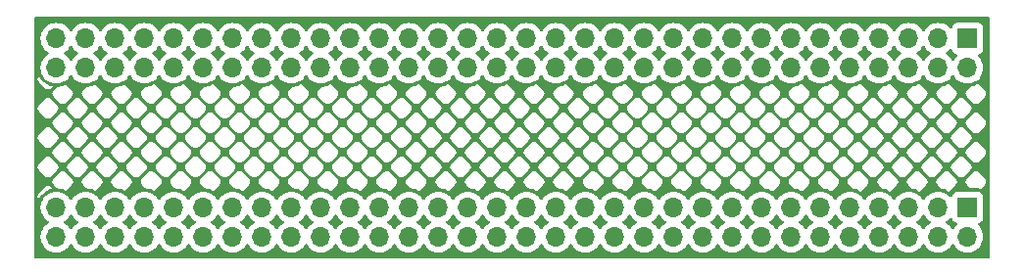
<source format=gbr>
%TF.GenerationSoftware,KiCad,Pcbnew,7.0.1*%
%TF.CreationDate,2023-09-10T19:43:46+01:00*%
%TF.ProjectId,Bridge,42726964-6765-42e6-9b69-6361645f7063,rev?*%
%TF.SameCoordinates,Original*%
%TF.FileFunction,Copper,L1,Top*%
%TF.FilePolarity,Positive*%
%FSLAX46Y46*%
G04 Gerber Fmt 4.6, Leading zero omitted, Abs format (unit mm)*
G04 Created by KiCad (PCBNEW 7.0.1) date 2023-09-10 19:43:46*
%MOMM*%
%LPD*%
G01*
G04 APERTURE LIST*
%TA.AperFunction,ComponentPad*%
%ADD10R,1.700000X1.700000*%
%TD*%
%TA.AperFunction,ComponentPad*%
%ADD11O,1.700000X1.700000*%
%TD*%
G04 APERTURE END LIST*
D10*
%TO.P,J2,1,Pin_1*%
%TO.N,/1*%
X143510000Y-57785000D03*
D11*
%TO.P,J2,2,Pin_2*%
%TO.N,/2*%
X143510000Y-60325000D03*
%TO.P,J2,3,Pin_3*%
%TO.N,/3*%
X140970000Y-57785000D03*
%TO.P,J2,4,Pin_4*%
%TO.N,/4*%
X140970000Y-60325000D03*
%TO.P,J2,5,Pin_5*%
%TO.N,/5*%
X138430000Y-57785000D03*
%TO.P,J2,6,Pin_6*%
%TO.N,/6*%
X138430000Y-60325000D03*
%TO.P,J2,7,Pin_7*%
%TO.N,/7*%
X135890000Y-57785000D03*
%TO.P,J2,8,Pin_8*%
%TO.N,/8*%
X135890000Y-60325000D03*
%TO.P,J2,9,Pin_9*%
%TO.N,/9*%
X133350000Y-57785000D03*
%TO.P,J2,10,Pin_10*%
%TO.N,/10*%
X133350000Y-60325000D03*
%TO.P,J2,11,Pin_11*%
%TO.N,/11*%
X130810000Y-57785000D03*
%TO.P,J2,12,Pin_12*%
%TO.N,/12*%
X130810000Y-60325000D03*
%TO.P,J2,13,Pin_13*%
%TO.N,/13*%
X128270000Y-57785000D03*
%TO.P,J2,14,Pin_14*%
%TO.N,/14*%
X128270000Y-60325000D03*
%TO.P,J2,15,Pin_15*%
%TO.N,/15*%
X125730000Y-57785000D03*
%TO.P,J2,16,Pin_16*%
%TO.N,/16*%
X125730000Y-60325000D03*
%TO.P,J2,17,Pin_17*%
%TO.N,/17*%
X123190000Y-57785000D03*
%TO.P,J2,18,Pin_18*%
%TO.N,/18*%
X123190000Y-60325000D03*
%TO.P,J2,19,Pin_19*%
%TO.N,/19*%
X120650000Y-57785000D03*
%TO.P,J2,20,Pin_20*%
%TO.N,/20*%
X120650000Y-60325000D03*
%TO.P,J2,21,Pin_21*%
%TO.N,/21*%
X118110000Y-57785000D03*
%TO.P,J2,22,Pin_22*%
%TO.N,/22*%
X118110000Y-60325000D03*
%TO.P,J2,23,Pin_23*%
%TO.N,/23*%
X115570000Y-57785000D03*
%TO.P,J2,24,Pin_24*%
%TO.N,/24*%
X115570000Y-60325000D03*
%TO.P,J2,25,Pin_25*%
%TO.N,/25*%
X113030000Y-57785000D03*
%TO.P,J2,26,Pin_26*%
%TO.N,/26*%
X113030000Y-60325000D03*
%TO.P,J2,27,Pin_27*%
%TO.N,/27*%
X110490000Y-57785000D03*
%TO.P,J2,28,Pin_28*%
%TO.N,/28*%
X110490000Y-60325000D03*
%TO.P,J2,29,Pin_29*%
%TO.N,/29*%
X107950000Y-57785000D03*
%TO.P,J2,30,Pin_30*%
%TO.N,/30*%
X107950000Y-60325000D03*
%TO.P,J2,31,Pin_31*%
%TO.N,/31*%
X105410000Y-57785000D03*
%TO.P,J2,32,Pin_32*%
%TO.N,/32*%
X105410000Y-60325000D03*
%TO.P,J2,33,Pin_33*%
%TO.N,/33*%
X102870000Y-57785000D03*
%TO.P,J2,34,Pin_34*%
%TO.N,/34*%
X102870000Y-60325000D03*
%TO.P,J2,35,Pin_35*%
%TO.N,/35*%
X100330000Y-57785000D03*
%TO.P,J2,36,Pin_36*%
%TO.N,/36*%
X100330000Y-60325000D03*
%TO.P,J2,37,Pin_37*%
%TO.N,/37*%
X97790000Y-57785000D03*
%TO.P,J2,38,Pin_38*%
%TO.N,/38*%
X97790000Y-60325000D03*
%TO.P,J2,39,Pin_39*%
%TO.N,/39*%
X95250000Y-57785000D03*
%TO.P,J2,40,Pin_40*%
%TO.N,/40*%
X95250000Y-60325000D03*
%TO.P,J2,41,Pin_41*%
%TO.N,/41*%
X92710000Y-57785000D03*
%TO.P,J2,42,Pin_42*%
%TO.N,/42*%
X92710000Y-60325000D03*
%TO.P,J2,43,Pin_43*%
%TO.N,/43*%
X90170000Y-57785000D03*
%TO.P,J2,44,Pin_44*%
%TO.N,/44*%
X90170000Y-60325000D03*
%TO.P,J2,45,Pin_45*%
%TO.N,/45*%
X87630000Y-57785000D03*
%TO.P,J2,46,Pin_46*%
%TO.N,/46*%
X87630000Y-60325000D03*
%TO.P,J2,47,Pin_47*%
%TO.N,/47*%
X85090000Y-57785000D03*
%TO.P,J2,48,Pin_48*%
%TO.N,/48*%
X85090000Y-60325000D03*
%TO.P,J2,49,Pin_49*%
%TO.N,/49*%
X82550000Y-57785000D03*
%TO.P,J2,50,Pin_50*%
%TO.N,/50*%
X82550000Y-60325000D03*
%TO.P,J2,51,Pin_51*%
%TO.N,/51*%
X80010000Y-57785000D03*
%TO.P,J2,52,Pin_52*%
%TO.N,/52*%
X80010000Y-60325000D03*
%TO.P,J2,53,Pin_53*%
%TO.N,/53*%
X77470000Y-57785000D03*
%TO.P,J2,54,Pin_54*%
%TO.N,/54*%
X77470000Y-60325000D03*
%TO.P,J2,55,Pin_55*%
%TO.N,/55*%
X74930000Y-57785000D03*
%TO.P,J2,56,Pin_56*%
%TO.N,/56*%
X74930000Y-60325000D03*
%TO.P,J2,57,Pin_57*%
%TO.N,/57*%
X72390000Y-57785000D03*
%TO.P,J2,58,Pin_58*%
%TO.N,/58*%
X72390000Y-60325000D03*
%TO.P,J2,59,Pin_59*%
%TO.N,/59*%
X69850000Y-57785000D03*
%TO.P,J2,60,Pin_60*%
%TO.N,/60*%
X69850000Y-60325000D03*
%TO.P,J2,61,Pin_61*%
%TO.N,/61*%
X67310000Y-57785000D03*
%TO.P,J2,62,Pin_62*%
%TO.N,/62*%
X67310000Y-60325000D03*
%TO.P,J2,63,Pin_63*%
%TO.N,/63*%
X64770000Y-57785000D03*
%TO.P,J2,64,Pin_64*%
%TO.N,/64*%
X64770000Y-60325000D03*
%TD*%
D10*
%TO.P,J1,1,Pin_1*%
%TO.N,/1*%
X143510000Y-43180000D03*
D11*
%TO.P,J1,2,Pin_2*%
%TO.N,/2*%
X143510000Y-45720000D03*
%TO.P,J1,3,Pin_3*%
%TO.N,/3*%
X140970000Y-43180000D03*
%TO.P,J1,4,Pin_4*%
%TO.N,/4*%
X140970000Y-45720000D03*
%TO.P,J1,5,Pin_5*%
%TO.N,/5*%
X138430000Y-43180000D03*
%TO.P,J1,6,Pin_6*%
%TO.N,/6*%
X138430000Y-45720000D03*
%TO.P,J1,7,Pin_7*%
%TO.N,/7*%
X135890000Y-43180000D03*
%TO.P,J1,8,Pin_8*%
%TO.N,/8*%
X135890000Y-45720000D03*
%TO.P,J1,9,Pin_9*%
%TO.N,/9*%
X133350000Y-43180000D03*
%TO.P,J1,10,Pin_10*%
%TO.N,/10*%
X133350000Y-45720000D03*
%TO.P,J1,11,Pin_11*%
%TO.N,/11*%
X130810000Y-43180000D03*
%TO.P,J1,12,Pin_12*%
%TO.N,/12*%
X130810000Y-45720000D03*
%TO.P,J1,13,Pin_13*%
%TO.N,/13*%
X128270000Y-43180000D03*
%TO.P,J1,14,Pin_14*%
%TO.N,/14*%
X128270000Y-45720000D03*
%TO.P,J1,15,Pin_15*%
%TO.N,/15*%
X125730000Y-43180000D03*
%TO.P,J1,16,Pin_16*%
%TO.N,/16*%
X125730000Y-45720000D03*
%TO.P,J1,17,Pin_17*%
%TO.N,/17*%
X123190000Y-43180000D03*
%TO.P,J1,18,Pin_18*%
%TO.N,/18*%
X123190000Y-45720000D03*
%TO.P,J1,19,Pin_19*%
%TO.N,/19*%
X120650000Y-43180000D03*
%TO.P,J1,20,Pin_20*%
%TO.N,/20*%
X120650000Y-45720000D03*
%TO.P,J1,21,Pin_21*%
%TO.N,/21*%
X118110000Y-43180000D03*
%TO.P,J1,22,Pin_22*%
%TO.N,/22*%
X118110000Y-45720000D03*
%TO.P,J1,23,Pin_23*%
%TO.N,/23*%
X115570000Y-43180000D03*
%TO.P,J1,24,Pin_24*%
%TO.N,/24*%
X115570000Y-45720000D03*
%TO.P,J1,25,Pin_25*%
%TO.N,/25*%
X113030000Y-43180000D03*
%TO.P,J1,26,Pin_26*%
%TO.N,/26*%
X113030000Y-45720000D03*
%TO.P,J1,27,Pin_27*%
%TO.N,/27*%
X110490000Y-43180000D03*
%TO.P,J1,28,Pin_28*%
%TO.N,/28*%
X110490000Y-45720000D03*
%TO.P,J1,29,Pin_29*%
%TO.N,/29*%
X107950000Y-43180000D03*
%TO.P,J1,30,Pin_30*%
%TO.N,/30*%
X107950000Y-45720000D03*
%TO.P,J1,31,Pin_31*%
%TO.N,/31*%
X105410000Y-43180000D03*
%TO.P,J1,32,Pin_32*%
%TO.N,/32*%
X105410000Y-45720000D03*
%TO.P,J1,33,Pin_33*%
%TO.N,/33*%
X102870000Y-43180000D03*
%TO.P,J1,34,Pin_34*%
%TO.N,/34*%
X102870000Y-45720000D03*
%TO.P,J1,35,Pin_35*%
%TO.N,/35*%
X100330000Y-43180000D03*
%TO.P,J1,36,Pin_36*%
%TO.N,/36*%
X100330000Y-45720000D03*
%TO.P,J1,37,Pin_37*%
%TO.N,/37*%
X97790000Y-43180000D03*
%TO.P,J1,38,Pin_38*%
%TO.N,/38*%
X97790000Y-45720000D03*
%TO.P,J1,39,Pin_39*%
%TO.N,/39*%
X95250000Y-43180000D03*
%TO.P,J1,40,Pin_40*%
%TO.N,/40*%
X95250000Y-45720000D03*
%TO.P,J1,41,Pin_41*%
%TO.N,/41*%
X92710000Y-43180000D03*
%TO.P,J1,42,Pin_42*%
%TO.N,/42*%
X92710000Y-45720000D03*
%TO.P,J1,43,Pin_43*%
%TO.N,/43*%
X90170000Y-43180000D03*
%TO.P,J1,44,Pin_44*%
%TO.N,/44*%
X90170000Y-45720000D03*
%TO.P,J1,45,Pin_45*%
%TO.N,/45*%
X87630000Y-43180000D03*
%TO.P,J1,46,Pin_46*%
%TO.N,/46*%
X87630000Y-45720000D03*
%TO.P,J1,47,Pin_47*%
%TO.N,/47*%
X85090000Y-43180000D03*
%TO.P,J1,48,Pin_48*%
%TO.N,/48*%
X85090000Y-45720000D03*
%TO.P,J1,49,Pin_49*%
%TO.N,/49*%
X82550000Y-43180000D03*
%TO.P,J1,50,Pin_50*%
%TO.N,/50*%
X82550000Y-45720000D03*
%TO.P,J1,51,Pin_51*%
%TO.N,/51*%
X80010000Y-43180000D03*
%TO.P,J1,52,Pin_52*%
%TO.N,/52*%
X80010000Y-45720000D03*
%TO.P,J1,53,Pin_53*%
%TO.N,/53*%
X77470000Y-43180000D03*
%TO.P,J1,54,Pin_54*%
%TO.N,/54*%
X77470000Y-45720000D03*
%TO.P,J1,55,Pin_55*%
%TO.N,/55*%
X74930000Y-43180000D03*
%TO.P,J1,56,Pin_56*%
%TO.N,/56*%
X74930000Y-45720000D03*
%TO.P,J1,57,Pin_57*%
%TO.N,/57*%
X72390000Y-43180000D03*
%TO.P,J1,58,Pin_58*%
%TO.N,/58*%
X72390000Y-45720000D03*
%TO.P,J1,59,Pin_59*%
%TO.N,/59*%
X69850000Y-43180000D03*
%TO.P,J1,60,Pin_60*%
%TO.N,/60*%
X69850000Y-45720000D03*
%TO.P,J1,61,Pin_61*%
%TO.N,/61*%
X67310000Y-43180000D03*
%TO.P,J1,62,Pin_62*%
%TO.N,/62*%
X67310000Y-45720000D03*
%TO.P,J1,63,Pin_63*%
%TO.N,/63*%
X64770000Y-43180000D03*
%TO.P,J1,64,Pin_64*%
%TO.N,/64*%
X64770000Y-45720000D03*
%TD*%
%TA.AperFunction,NonConductor*%
G36*
X145352500Y-41292113D02*
G01*
X145397887Y-41337500D01*
X145414500Y-41399500D01*
X145414500Y-62105500D01*
X145397887Y-62167500D01*
X145352500Y-62212887D01*
X145290500Y-62229500D01*
X62989500Y-62229500D01*
X62927500Y-62212887D01*
X62882113Y-62167500D01*
X62865500Y-62105500D01*
X62865500Y-60324999D01*
X63414340Y-60324999D01*
X63434936Y-60560407D01*
X63479709Y-60727501D01*
X63496097Y-60788663D01*
X63595965Y-61002830D01*
X63731505Y-61196401D01*
X63898599Y-61363495D01*
X64092170Y-61499035D01*
X64306337Y-61598903D01*
X64534592Y-61660063D01*
X64770000Y-61680659D01*
X65005408Y-61660063D01*
X65233663Y-61598903D01*
X65447830Y-61499035D01*
X65641401Y-61363495D01*
X65808495Y-61196401D01*
X65938426Y-61010839D01*
X65982743Y-60971975D01*
X66040000Y-60957964D01*
X66097257Y-60971975D01*
X66141573Y-61010839D01*
X66271505Y-61196401D01*
X66438599Y-61363495D01*
X66632170Y-61499035D01*
X66846337Y-61598903D01*
X67074592Y-61660063D01*
X67310000Y-61680659D01*
X67545408Y-61660063D01*
X67773663Y-61598903D01*
X67987830Y-61499035D01*
X68181401Y-61363495D01*
X68348495Y-61196401D01*
X68478426Y-61010839D01*
X68522743Y-60971975D01*
X68580000Y-60957964D01*
X68637257Y-60971975D01*
X68681573Y-61010839D01*
X68811505Y-61196401D01*
X68978599Y-61363495D01*
X69172170Y-61499035D01*
X69386337Y-61598903D01*
X69614592Y-61660063D01*
X69850000Y-61680659D01*
X70085408Y-61660063D01*
X70313663Y-61598903D01*
X70527830Y-61499035D01*
X70721401Y-61363495D01*
X70888495Y-61196401D01*
X71018426Y-61010839D01*
X71062743Y-60971975D01*
X71120000Y-60957964D01*
X71177257Y-60971975D01*
X71221573Y-61010839D01*
X71351505Y-61196401D01*
X71518599Y-61363495D01*
X71712170Y-61499035D01*
X71926337Y-61598903D01*
X72154592Y-61660063D01*
X72390000Y-61680659D01*
X72625408Y-61660063D01*
X72853663Y-61598903D01*
X73067830Y-61499035D01*
X73261401Y-61363495D01*
X73428495Y-61196401D01*
X73558426Y-61010839D01*
X73602743Y-60971975D01*
X73660000Y-60957964D01*
X73717257Y-60971975D01*
X73761573Y-61010839D01*
X73891505Y-61196401D01*
X74058599Y-61363495D01*
X74252170Y-61499035D01*
X74466337Y-61598903D01*
X74694592Y-61660063D01*
X74930000Y-61680659D01*
X75165408Y-61660063D01*
X75393663Y-61598903D01*
X75607830Y-61499035D01*
X75801401Y-61363495D01*
X75968495Y-61196401D01*
X76098426Y-61010839D01*
X76142743Y-60971975D01*
X76200000Y-60957964D01*
X76257257Y-60971975D01*
X76301573Y-61010839D01*
X76431505Y-61196401D01*
X76598599Y-61363495D01*
X76792170Y-61499035D01*
X77006337Y-61598903D01*
X77234592Y-61660063D01*
X77470000Y-61680659D01*
X77705408Y-61660063D01*
X77933663Y-61598903D01*
X78147830Y-61499035D01*
X78341401Y-61363495D01*
X78508495Y-61196401D01*
X78638426Y-61010839D01*
X78682743Y-60971975D01*
X78740000Y-60957964D01*
X78797257Y-60971975D01*
X78841573Y-61010839D01*
X78971505Y-61196401D01*
X79138599Y-61363495D01*
X79332170Y-61499035D01*
X79546337Y-61598903D01*
X79774592Y-61660063D01*
X80010000Y-61680659D01*
X80245408Y-61660063D01*
X80473663Y-61598903D01*
X80687830Y-61499035D01*
X80881401Y-61363495D01*
X81048495Y-61196401D01*
X81178426Y-61010839D01*
X81222743Y-60971975D01*
X81280000Y-60957964D01*
X81337257Y-60971975D01*
X81381573Y-61010839D01*
X81511505Y-61196401D01*
X81678599Y-61363495D01*
X81872170Y-61499035D01*
X82086337Y-61598903D01*
X82314592Y-61660063D01*
X82550000Y-61680659D01*
X82785408Y-61660063D01*
X83013663Y-61598903D01*
X83227830Y-61499035D01*
X83421401Y-61363495D01*
X83588495Y-61196401D01*
X83718426Y-61010839D01*
X83762743Y-60971975D01*
X83820000Y-60957964D01*
X83877257Y-60971975D01*
X83921573Y-61010839D01*
X84051505Y-61196401D01*
X84218599Y-61363495D01*
X84412170Y-61499035D01*
X84626337Y-61598903D01*
X84854592Y-61660063D01*
X85090000Y-61680659D01*
X85325408Y-61660063D01*
X85553663Y-61598903D01*
X85767830Y-61499035D01*
X85961401Y-61363495D01*
X86128495Y-61196401D01*
X86258426Y-61010839D01*
X86302743Y-60971975D01*
X86360000Y-60957964D01*
X86417257Y-60971975D01*
X86461573Y-61010839D01*
X86591505Y-61196401D01*
X86758599Y-61363495D01*
X86952170Y-61499035D01*
X87166337Y-61598903D01*
X87394592Y-61660063D01*
X87630000Y-61680659D01*
X87865408Y-61660063D01*
X88093663Y-61598903D01*
X88307830Y-61499035D01*
X88501401Y-61363495D01*
X88668495Y-61196401D01*
X88798426Y-61010839D01*
X88842743Y-60971975D01*
X88900000Y-60957964D01*
X88957257Y-60971975D01*
X89001573Y-61010839D01*
X89131505Y-61196401D01*
X89298599Y-61363495D01*
X89492170Y-61499035D01*
X89706337Y-61598903D01*
X89934592Y-61660063D01*
X90170000Y-61680659D01*
X90405408Y-61660063D01*
X90633663Y-61598903D01*
X90847830Y-61499035D01*
X91041401Y-61363495D01*
X91208495Y-61196401D01*
X91338426Y-61010839D01*
X91382743Y-60971975D01*
X91440000Y-60957964D01*
X91497257Y-60971975D01*
X91541573Y-61010839D01*
X91671505Y-61196401D01*
X91838599Y-61363495D01*
X92032170Y-61499035D01*
X92246337Y-61598903D01*
X92474592Y-61660063D01*
X92710000Y-61680659D01*
X92945408Y-61660063D01*
X93173663Y-61598903D01*
X93387830Y-61499035D01*
X93581401Y-61363495D01*
X93748495Y-61196401D01*
X93878426Y-61010839D01*
X93922743Y-60971975D01*
X93980000Y-60957964D01*
X94037257Y-60971975D01*
X94081573Y-61010839D01*
X94211505Y-61196401D01*
X94378599Y-61363495D01*
X94572170Y-61499035D01*
X94786337Y-61598903D01*
X95014592Y-61660063D01*
X95250000Y-61680659D01*
X95485408Y-61660063D01*
X95713663Y-61598903D01*
X95927830Y-61499035D01*
X96121401Y-61363495D01*
X96288495Y-61196401D01*
X96418426Y-61010839D01*
X96462743Y-60971975D01*
X96520000Y-60957964D01*
X96577257Y-60971975D01*
X96621573Y-61010839D01*
X96751505Y-61196401D01*
X96918599Y-61363495D01*
X97112170Y-61499035D01*
X97326337Y-61598903D01*
X97554592Y-61660063D01*
X97790000Y-61680659D01*
X98025408Y-61660063D01*
X98253663Y-61598903D01*
X98467830Y-61499035D01*
X98661401Y-61363495D01*
X98828495Y-61196401D01*
X98958426Y-61010839D01*
X99002743Y-60971975D01*
X99060000Y-60957964D01*
X99117257Y-60971975D01*
X99161573Y-61010839D01*
X99291505Y-61196401D01*
X99458599Y-61363495D01*
X99652170Y-61499035D01*
X99866337Y-61598903D01*
X100094592Y-61660063D01*
X100330000Y-61680659D01*
X100565408Y-61660063D01*
X100793663Y-61598903D01*
X101007830Y-61499035D01*
X101201401Y-61363495D01*
X101368495Y-61196401D01*
X101498426Y-61010839D01*
X101542743Y-60971975D01*
X101600000Y-60957964D01*
X101657257Y-60971975D01*
X101701573Y-61010839D01*
X101831505Y-61196401D01*
X101998599Y-61363495D01*
X102192170Y-61499035D01*
X102406337Y-61598903D01*
X102634592Y-61660063D01*
X102870000Y-61680659D01*
X103105408Y-61660063D01*
X103333663Y-61598903D01*
X103547830Y-61499035D01*
X103741401Y-61363495D01*
X103908495Y-61196401D01*
X104038426Y-61010839D01*
X104082743Y-60971975D01*
X104140000Y-60957964D01*
X104197257Y-60971975D01*
X104241573Y-61010839D01*
X104371505Y-61196401D01*
X104538599Y-61363495D01*
X104732170Y-61499035D01*
X104946337Y-61598903D01*
X105174592Y-61660063D01*
X105410000Y-61680659D01*
X105645408Y-61660063D01*
X105873663Y-61598903D01*
X106087830Y-61499035D01*
X106281401Y-61363495D01*
X106448495Y-61196401D01*
X106578426Y-61010839D01*
X106622743Y-60971975D01*
X106680000Y-60957964D01*
X106737257Y-60971975D01*
X106781573Y-61010839D01*
X106911505Y-61196401D01*
X107078599Y-61363495D01*
X107272170Y-61499035D01*
X107486337Y-61598903D01*
X107714592Y-61660063D01*
X107950000Y-61680659D01*
X108185408Y-61660063D01*
X108413663Y-61598903D01*
X108627830Y-61499035D01*
X108821401Y-61363495D01*
X108988495Y-61196401D01*
X109118426Y-61010839D01*
X109162743Y-60971975D01*
X109220000Y-60957964D01*
X109277257Y-60971975D01*
X109321573Y-61010839D01*
X109451505Y-61196401D01*
X109618599Y-61363495D01*
X109812170Y-61499035D01*
X110026337Y-61598903D01*
X110254592Y-61660063D01*
X110490000Y-61680659D01*
X110725408Y-61660063D01*
X110953663Y-61598903D01*
X111167830Y-61499035D01*
X111361401Y-61363495D01*
X111528495Y-61196401D01*
X111658426Y-61010839D01*
X111702743Y-60971975D01*
X111760000Y-60957964D01*
X111817257Y-60971975D01*
X111861573Y-61010839D01*
X111991505Y-61196401D01*
X112158599Y-61363495D01*
X112352170Y-61499035D01*
X112566337Y-61598903D01*
X112794592Y-61660063D01*
X113030000Y-61680659D01*
X113265408Y-61660063D01*
X113493663Y-61598903D01*
X113707830Y-61499035D01*
X113901401Y-61363495D01*
X114068495Y-61196401D01*
X114198426Y-61010839D01*
X114242743Y-60971975D01*
X114300000Y-60957964D01*
X114357257Y-60971975D01*
X114401573Y-61010839D01*
X114531505Y-61196401D01*
X114698599Y-61363495D01*
X114892170Y-61499035D01*
X115106337Y-61598903D01*
X115334592Y-61660063D01*
X115570000Y-61680659D01*
X115805408Y-61660063D01*
X116033663Y-61598903D01*
X116247830Y-61499035D01*
X116441401Y-61363495D01*
X116608495Y-61196401D01*
X116738426Y-61010839D01*
X116782743Y-60971975D01*
X116840000Y-60957964D01*
X116897257Y-60971975D01*
X116941573Y-61010839D01*
X117071505Y-61196401D01*
X117238599Y-61363495D01*
X117432170Y-61499035D01*
X117646337Y-61598903D01*
X117874592Y-61660063D01*
X118110000Y-61680659D01*
X118345408Y-61660063D01*
X118573663Y-61598903D01*
X118787830Y-61499035D01*
X118981401Y-61363495D01*
X119148495Y-61196401D01*
X119278426Y-61010839D01*
X119322743Y-60971975D01*
X119380000Y-60957964D01*
X119437257Y-60971975D01*
X119481573Y-61010839D01*
X119611505Y-61196401D01*
X119778599Y-61363495D01*
X119972170Y-61499035D01*
X120186337Y-61598903D01*
X120414592Y-61660063D01*
X120650000Y-61680659D01*
X120885408Y-61660063D01*
X121113663Y-61598903D01*
X121327830Y-61499035D01*
X121521401Y-61363495D01*
X121688495Y-61196401D01*
X121818426Y-61010839D01*
X121862743Y-60971975D01*
X121920000Y-60957964D01*
X121977257Y-60971975D01*
X122021573Y-61010839D01*
X122151505Y-61196401D01*
X122318599Y-61363495D01*
X122512170Y-61499035D01*
X122726337Y-61598903D01*
X122954592Y-61660063D01*
X123190000Y-61680659D01*
X123425408Y-61660063D01*
X123653663Y-61598903D01*
X123867830Y-61499035D01*
X124061401Y-61363495D01*
X124228495Y-61196401D01*
X124358426Y-61010839D01*
X124402743Y-60971975D01*
X124460000Y-60957964D01*
X124517257Y-60971975D01*
X124561573Y-61010839D01*
X124691505Y-61196401D01*
X124858599Y-61363495D01*
X125052170Y-61499035D01*
X125266337Y-61598903D01*
X125494592Y-61660063D01*
X125730000Y-61680659D01*
X125965408Y-61660063D01*
X126193663Y-61598903D01*
X126407830Y-61499035D01*
X126601401Y-61363495D01*
X126768495Y-61196401D01*
X126898426Y-61010839D01*
X126942743Y-60971975D01*
X127000000Y-60957964D01*
X127057257Y-60971975D01*
X127101573Y-61010839D01*
X127231505Y-61196401D01*
X127398599Y-61363495D01*
X127592170Y-61499035D01*
X127806337Y-61598903D01*
X128034592Y-61660063D01*
X128270000Y-61680659D01*
X128505408Y-61660063D01*
X128733663Y-61598903D01*
X128947830Y-61499035D01*
X129141401Y-61363495D01*
X129308495Y-61196401D01*
X129438426Y-61010839D01*
X129482743Y-60971975D01*
X129540000Y-60957964D01*
X129597257Y-60971975D01*
X129641573Y-61010839D01*
X129771505Y-61196401D01*
X129938599Y-61363495D01*
X130132170Y-61499035D01*
X130346337Y-61598903D01*
X130574592Y-61660063D01*
X130810000Y-61680659D01*
X131045408Y-61660063D01*
X131273663Y-61598903D01*
X131487830Y-61499035D01*
X131681401Y-61363495D01*
X131848495Y-61196401D01*
X131978426Y-61010839D01*
X132022743Y-60971975D01*
X132080000Y-60957964D01*
X132137257Y-60971975D01*
X132181573Y-61010839D01*
X132311505Y-61196401D01*
X132478599Y-61363495D01*
X132672170Y-61499035D01*
X132886337Y-61598903D01*
X133114592Y-61660063D01*
X133350000Y-61680659D01*
X133585408Y-61660063D01*
X133813663Y-61598903D01*
X134027830Y-61499035D01*
X134221401Y-61363495D01*
X134388495Y-61196401D01*
X134518426Y-61010839D01*
X134562743Y-60971975D01*
X134620000Y-60957964D01*
X134677257Y-60971975D01*
X134721573Y-61010839D01*
X134851505Y-61196401D01*
X135018599Y-61363495D01*
X135212170Y-61499035D01*
X135426337Y-61598903D01*
X135654592Y-61660063D01*
X135890000Y-61680659D01*
X136125408Y-61660063D01*
X136353663Y-61598903D01*
X136567830Y-61499035D01*
X136761401Y-61363495D01*
X136928495Y-61196401D01*
X137058426Y-61010839D01*
X137102743Y-60971975D01*
X137160000Y-60957964D01*
X137217257Y-60971975D01*
X137261573Y-61010839D01*
X137391505Y-61196401D01*
X137558599Y-61363495D01*
X137752170Y-61499035D01*
X137966337Y-61598903D01*
X138194592Y-61660063D01*
X138430000Y-61680659D01*
X138665408Y-61660063D01*
X138893663Y-61598903D01*
X139107830Y-61499035D01*
X139301401Y-61363495D01*
X139468495Y-61196401D01*
X139598426Y-61010839D01*
X139642743Y-60971975D01*
X139700000Y-60957964D01*
X139757257Y-60971975D01*
X139801573Y-61010839D01*
X139931505Y-61196401D01*
X140098599Y-61363495D01*
X140292170Y-61499035D01*
X140506337Y-61598903D01*
X140734592Y-61660063D01*
X140970000Y-61680659D01*
X141205408Y-61660063D01*
X141433663Y-61598903D01*
X141647830Y-61499035D01*
X141841401Y-61363495D01*
X142008495Y-61196401D01*
X142138426Y-61010839D01*
X142182743Y-60971975D01*
X142240000Y-60957964D01*
X142297257Y-60971975D01*
X142341573Y-61010839D01*
X142471505Y-61196401D01*
X142638599Y-61363495D01*
X142832170Y-61499035D01*
X143046337Y-61598903D01*
X143274592Y-61660063D01*
X143510000Y-61680659D01*
X143745408Y-61660063D01*
X143973663Y-61598903D01*
X144187830Y-61499035D01*
X144381401Y-61363495D01*
X144548495Y-61196401D01*
X144684035Y-61002830D01*
X144783903Y-60788663D01*
X144845063Y-60560408D01*
X144865659Y-60325000D01*
X144845063Y-60089592D01*
X144783903Y-59861337D01*
X144684035Y-59647171D01*
X144548495Y-59453599D01*
X144426569Y-59331672D01*
X144395273Y-59278927D01*
X144393084Y-59217634D01*
X144420537Y-59162789D01*
X144470916Y-59127810D01*
X144602331Y-59078796D01*
X144717546Y-58992546D01*
X144803796Y-58877331D01*
X144854091Y-58742483D01*
X144860500Y-58682873D01*
X144860499Y-56887128D01*
X144854091Y-56827517D01*
X144803796Y-56692669D01*
X144717546Y-56577454D01*
X144602331Y-56491204D01*
X144467483Y-56440909D01*
X144407873Y-56434500D01*
X144407869Y-56434500D01*
X142612130Y-56434500D01*
X142552515Y-56440909D01*
X142417669Y-56491204D01*
X142302454Y-56577454D01*
X142216204Y-56692669D01*
X142167189Y-56824083D01*
X142132209Y-56874462D01*
X142077365Y-56901915D01*
X142016072Y-56899726D01*
X141963326Y-56868430D01*
X141841404Y-56746508D01*
X141841401Y-56746505D01*
X141647830Y-56610965D01*
X141433663Y-56511097D01*
X141372501Y-56494709D01*
X141205407Y-56449936D01*
X140970000Y-56429340D01*
X140734592Y-56449936D01*
X140506336Y-56511097D01*
X140292170Y-56610965D01*
X140098598Y-56746505D01*
X139931505Y-56913598D01*
X139801575Y-57099159D01*
X139757257Y-57138025D01*
X139700000Y-57152036D01*
X139642743Y-57138025D01*
X139598425Y-57099159D01*
X139468494Y-56913598D01*
X139301404Y-56746508D01*
X139301401Y-56746505D01*
X139107830Y-56610965D01*
X138893663Y-56511097D01*
X138832501Y-56494709D01*
X138665407Y-56449936D01*
X138430000Y-56429340D01*
X138194592Y-56449936D01*
X137966336Y-56511097D01*
X137752170Y-56610965D01*
X137558598Y-56746505D01*
X137391505Y-56913598D01*
X137261575Y-57099159D01*
X137217257Y-57138025D01*
X137160000Y-57152036D01*
X137102743Y-57138025D01*
X137058425Y-57099159D01*
X136928494Y-56913598D01*
X136761404Y-56746508D01*
X136761401Y-56746505D01*
X136567830Y-56610965D01*
X136353663Y-56511097D01*
X136292501Y-56494709D01*
X136125407Y-56449936D01*
X135890000Y-56429340D01*
X135654592Y-56449936D01*
X135426336Y-56511097D01*
X135212170Y-56610965D01*
X135018598Y-56746505D01*
X134851505Y-56913598D01*
X134721575Y-57099159D01*
X134677257Y-57138025D01*
X134620000Y-57152036D01*
X134562743Y-57138025D01*
X134518425Y-57099159D01*
X134388494Y-56913598D01*
X134221404Y-56746508D01*
X134221401Y-56746505D01*
X134027830Y-56610965D01*
X133813663Y-56511097D01*
X133752501Y-56494709D01*
X133585407Y-56449936D01*
X133350000Y-56429340D01*
X133114592Y-56449936D01*
X132886336Y-56511097D01*
X132672170Y-56610965D01*
X132478598Y-56746505D01*
X132311505Y-56913598D01*
X132181575Y-57099159D01*
X132137257Y-57138025D01*
X132080000Y-57152036D01*
X132022743Y-57138025D01*
X131978425Y-57099159D01*
X131848494Y-56913598D01*
X131681404Y-56746508D01*
X131681401Y-56746505D01*
X131487830Y-56610965D01*
X131273663Y-56511097D01*
X131212501Y-56494709D01*
X131045407Y-56449936D01*
X130810000Y-56429340D01*
X130574592Y-56449936D01*
X130346336Y-56511097D01*
X130132170Y-56610965D01*
X129938598Y-56746505D01*
X129771505Y-56913598D01*
X129641575Y-57099159D01*
X129597257Y-57138025D01*
X129540000Y-57152036D01*
X129482743Y-57138025D01*
X129438425Y-57099159D01*
X129308494Y-56913598D01*
X129141404Y-56746508D01*
X129141401Y-56746505D01*
X128947830Y-56610965D01*
X128733663Y-56511097D01*
X128672501Y-56494709D01*
X128505407Y-56449936D01*
X128270000Y-56429340D01*
X128034592Y-56449936D01*
X127806336Y-56511097D01*
X127592170Y-56610965D01*
X127398598Y-56746505D01*
X127231505Y-56913598D01*
X127101575Y-57099159D01*
X127057257Y-57138025D01*
X127000000Y-57152036D01*
X126942743Y-57138025D01*
X126898425Y-57099159D01*
X126768494Y-56913598D01*
X126601404Y-56746508D01*
X126601401Y-56746505D01*
X126407830Y-56610965D01*
X126193663Y-56511097D01*
X126132501Y-56494709D01*
X125965407Y-56449936D01*
X125730000Y-56429340D01*
X125494592Y-56449936D01*
X125266336Y-56511097D01*
X125052170Y-56610965D01*
X124858598Y-56746505D01*
X124691505Y-56913598D01*
X124561575Y-57099159D01*
X124517257Y-57138025D01*
X124460000Y-57152036D01*
X124402743Y-57138025D01*
X124358425Y-57099159D01*
X124228494Y-56913598D01*
X124061404Y-56746508D01*
X124061401Y-56746505D01*
X123867830Y-56610965D01*
X123653663Y-56511097D01*
X123592501Y-56494709D01*
X123425407Y-56449936D01*
X123190000Y-56429340D01*
X122954592Y-56449936D01*
X122726336Y-56511097D01*
X122512170Y-56610965D01*
X122318598Y-56746505D01*
X122151505Y-56913598D01*
X122021575Y-57099159D01*
X121977257Y-57138025D01*
X121920000Y-57152036D01*
X121862743Y-57138025D01*
X121818425Y-57099159D01*
X121688494Y-56913598D01*
X121521404Y-56746508D01*
X121521401Y-56746505D01*
X121327830Y-56610965D01*
X121113663Y-56511097D01*
X121052501Y-56494709D01*
X120885407Y-56449936D01*
X120650000Y-56429340D01*
X120414592Y-56449936D01*
X120186336Y-56511097D01*
X119972170Y-56610965D01*
X119778598Y-56746505D01*
X119611505Y-56913598D01*
X119481575Y-57099159D01*
X119437257Y-57138025D01*
X119380000Y-57152036D01*
X119322743Y-57138025D01*
X119278425Y-57099159D01*
X119148494Y-56913598D01*
X118981404Y-56746508D01*
X118981401Y-56746505D01*
X118787830Y-56610965D01*
X118573663Y-56511097D01*
X118512501Y-56494709D01*
X118345407Y-56449936D01*
X118110000Y-56429340D01*
X117874592Y-56449936D01*
X117646336Y-56511097D01*
X117432170Y-56610965D01*
X117238598Y-56746505D01*
X117071505Y-56913598D01*
X116941575Y-57099159D01*
X116897257Y-57138025D01*
X116840000Y-57152036D01*
X116782743Y-57138025D01*
X116738425Y-57099159D01*
X116608494Y-56913598D01*
X116441404Y-56746508D01*
X116441401Y-56746505D01*
X116247830Y-56610965D01*
X116033663Y-56511097D01*
X115972501Y-56494709D01*
X115805407Y-56449936D01*
X115570000Y-56429340D01*
X115334592Y-56449936D01*
X115106336Y-56511097D01*
X114892170Y-56610965D01*
X114698598Y-56746505D01*
X114531505Y-56913598D01*
X114401575Y-57099159D01*
X114357257Y-57138025D01*
X114300000Y-57152036D01*
X114242743Y-57138025D01*
X114198425Y-57099159D01*
X114068494Y-56913598D01*
X113901404Y-56746508D01*
X113901401Y-56746505D01*
X113707830Y-56610965D01*
X113493663Y-56511097D01*
X113432501Y-56494709D01*
X113265407Y-56449936D01*
X113030000Y-56429340D01*
X112794592Y-56449936D01*
X112566336Y-56511097D01*
X112352170Y-56610965D01*
X112158598Y-56746505D01*
X111991505Y-56913598D01*
X111861575Y-57099159D01*
X111817257Y-57138025D01*
X111760000Y-57152036D01*
X111702743Y-57138025D01*
X111658425Y-57099159D01*
X111528494Y-56913598D01*
X111361404Y-56746508D01*
X111361401Y-56746505D01*
X111167830Y-56610965D01*
X110953663Y-56511097D01*
X110892501Y-56494709D01*
X110725407Y-56449936D01*
X110490000Y-56429340D01*
X110254592Y-56449936D01*
X110026336Y-56511097D01*
X109812170Y-56610965D01*
X109618598Y-56746505D01*
X109451505Y-56913598D01*
X109321575Y-57099159D01*
X109277257Y-57138025D01*
X109220000Y-57152036D01*
X109162743Y-57138025D01*
X109118425Y-57099159D01*
X108988494Y-56913598D01*
X108821404Y-56746508D01*
X108821401Y-56746505D01*
X108627830Y-56610965D01*
X108413663Y-56511097D01*
X108352501Y-56494709D01*
X108185407Y-56449936D01*
X107950000Y-56429340D01*
X107714592Y-56449936D01*
X107486336Y-56511097D01*
X107272170Y-56610965D01*
X107078598Y-56746505D01*
X106911505Y-56913598D01*
X106781575Y-57099159D01*
X106737257Y-57138025D01*
X106680000Y-57152036D01*
X106622743Y-57138025D01*
X106578425Y-57099159D01*
X106448494Y-56913598D01*
X106281404Y-56746508D01*
X106281401Y-56746505D01*
X106087830Y-56610965D01*
X105873663Y-56511097D01*
X105812501Y-56494709D01*
X105645407Y-56449936D01*
X105410000Y-56429340D01*
X105174592Y-56449936D01*
X104946336Y-56511097D01*
X104732170Y-56610965D01*
X104538598Y-56746505D01*
X104371505Y-56913598D01*
X104241575Y-57099159D01*
X104197257Y-57138025D01*
X104140000Y-57152036D01*
X104082743Y-57138025D01*
X104038425Y-57099159D01*
X103908494Y-56913598D01*
X103741404Y-56746508D01*
X103741401Y-56746505D01*
X103547830Y-56610965D01*
X103333663Y-56511097D01*
X103272501Y-56494709D01*
X103105407Y-56449936D01*
X102870000Y-56429340D01*
X102634592Y-56449936D01*
X102406336Y-56511097D01*
X102192170Y-56610965D01*
X101998598Y-56746505D01*
X101831505Y-56913598D01*
X101701575Y-57099159D01*
X101657257Y-57138025D01*
X101600000Y-57152036D01*
X101542743Y-57138025D01*
X101498425Y-57099159D01*
X101368494Y-56913598D01*
X101201404Y-56746508D01*
X101201401Y-56746505D01*
X101007830Y-56610965D01*
X100793663Y-56511097D01*
X100732501Y-56494709D01*
X100565407Y-56449936D01*
X100330000Y-56429340D01*
X100094592Y-56449936D01*
X99866336Y-56511097D01*
X99652170Y-56610965D01*
X99458598Y-56746505D01*
X99291505Y-56913598D01*
X99161575Y-57099159D01*
X99117257Y-57138025D01*
X99060000Y-57152036D01*
X99002743Y-57138025D01*
X98958425Y-57099159D01*
X98828494Y-56913598D01*
X98661404Y-56746508D01*
X98661401Y-56746505D01*
X98467830Y-56610965D01*
X98253663Y-56511097D01*
X98192501Y-56494709D01*
X98025407Y-56449936D01*
X97790000Y-56429340D01*
X97554592Y-56449936D01*
X97326336Y-56511097D01*
X97112170Y-56610965D01*
X96918598Y-56746505D01*
X96751505Y-56913598D01*
X96621575Y-57099159D01*
X96577257Y-57138025D01*
X96520000Y-57152036D01*
X96462743Y-57138025D01*
X96418425Y-57099159D01*
X96288494Y-56913598D01*
X96121404Y-56746508D01*
X96121401Y-56746505D01*
X95927830Y-56610965D01*
X95713663Y-56511097D01*
X95652501Y-56494709D01*
X95485407Y-56449936D01*
X95250000Y-56429340D01*
X95014592Y-56449936D01*
X94786336Y-56511097D01*
X94572170Y-56610965D01*
X94378598Y-56746505D01*
X94211505Y-56913598D01*
X94081575Y-57099159D01*
X94037257Y-57138025D01*
X93980000Y-57152036D01*
X93922743Y-57138025D01*
X93878425Y-57099159D01*
X93748494Y-56913598D01*
X93581404Y-56746508D01*
X93581401Y-56746505D01*
X93387830Y-56610965D01*
X93173663Y-56511097D01*
X93112501Y-56494709D01*
X92945407Y-56449936D01*
X92710000Y-56429340D01*
X92474592Y-56449936D01*
X92246336Y-56511097D01*
X92032170Y-56610965D01*
X91838598Y-56746505D01*
X91671505Y-56913598D01*
X91541575Y-57099159D01*
X91497257Y-57138025D01*
X91440000Y-57152036D01*
X91382743Y-57138025D01*
X91338425Y-57099159D01*
X91208494Y-56913598D01*
X91041404Y-56746508D01*
X91041401Y-56746505D01*
X90847830Y-56610965D01*
X90633663Y-56511097D01*
X90572501Y-56494709D01*
X90405407Y-56449936D01*
X90170000Y-56429340D01*
X89934592Y-56449936D01*
X89706336Y-56511097D01*
X89492170Y-56610965D01*
X89298598Y-56746505D01*
X89131505Y-56913598D01*
X89001575Y-57099159D01*
X88957257Y-57138025D01*
X88900000Y-57152036D01*
X88842743Y-57138025D01*
X88798425Y-57099159D01*
X88668494Y-56913598D01*
X88501404Y-56746508D01*
X88501401Y-56746505D01*
X88307830Y-56610965D01*
X88093663Y-56511097D01*
X88032501Y-56494709D01*
X87865407Y-56449936D01*
X87630000Y-56429340D01*
X87394592Y-56449936D01*
X87166336Y-56511097D01*
X86952170Y-56610965D01*
X86758598Y-56746505D01*
X86591505Y-56913598D01*
X86461575Y-57099159D01*
X86417257Y-57138025D01*
X86360000Y-57152036D01*
X86302743Y-57138025D01*
X86258425Y-57099159D01*
X86128494Y-56913598D01*
X85961404Y-56746508D01*
X85961401Y-56746505D01*
X85767830Y-56610965D01*
X85553663Y-56511097D01*
X85492501Y-56494709D01*
X85325407Y-56449936D01*
X85090000Y-56429340D01*
X84854592Y-56449936D01*
X84626336Y-56511097D01*
X84412170Y-56610965D01*
X84218598Y-56746505D01*
X84051505Y-56913598D01*
X83921575Y-57099159D01*
X83877257Y-57138025D01*
X83820000Y-57152036D01*
X83762743Y-57138025D01*
X83718425Y-57099159D01*
X83588494Y-56913598D01*
X83421404Y-56746508D01*
X83421401Y-56746505D01*
X83227830Y-56610965D01*
X83013663Y-56511097D01*
X82952501Y-56494709D01*
X82785407Y-56449936D01*
X82550000Y-56429340D01*
X82314592Y-56449936D01*
X82086336Y-56511097D01*
X81872170Y-56610965D01*
X81678598Y-56746505D01*
X81511505Y-56913598D01*
X81381575Y-57099159D01*
X81337257Y-57138025D01*
X81280000Y-57152036D01*
X81222743Y-57138025D01*
X81178425Y-57099159D01*
X81048494Y-56913598D01*
X80881404Y-56746508D01*
X80881401Y-56746505D01*
X80687830Y-56610965D01*
X80473663Y-56511097D01*
X80412501Y-56494709D01*
X80245407Y-56449936D01*
X80010000Y-56429340D01*
X79774592Y-56449936D01*
X79546336Y-56511097D01*
X79332170Y-56610965D01*
X79138598Y-56746505D01*
X78971505Y-56913598D01*
X78841575Y-57099159D01*
X78797257Y-57138025D01*
X78740000Y-57152036D01*
X78682743Y-57138025D01*
X78638425Y-57099159D01*
X78508494Y-56913598D01*
X78341404Y-56746508D01*
X78341401Y-56746505D01*
X78147830Y-56610965D01*
X77933663Y-56511097D01*
X77872501Y-56494709D01*
X77705407Y-56449936D01*
X77470000Y-56429340D01*
X77234592Y-56449936D01*
X77006336Y-56511097D01*
X76792170Y-56610965D01*
X76598598Y-56746505D01*
X76431505Y-56913598D01*
X76301575Y-57099159D01*
X76257257Y-57138025D01*
X76200000Y-57152036D01*
X76142743Y-57138025D01*
X76098425Y-57099159D01*
X75968494Y-56913598D01*
X75801404Y-56746508D01*
X75801401Y-56746505D01*
X75607830Y-56610965D01*
X75393663Y-56511097D01*
X75332501Y-56494709D01*
X75165407Y-56449936D01*
X74930000Y-56429340D01*
X74694592Y-56449936D01*
X74466336Y-56511097D01*
X74252170Y-56610965D01*
X74058598Y-56746505D01*
X73891505Y-56913598D01*
X73761575Y-57099159D01*
X73717257Y-57138025D01*
X73660000Y-57152036D01*
X73602743Y-57138025D01*
X73558425Y-57099159D01*
X73428494Y-56913598D01*
X73261404Y-56746508D01*
X73261401Y-56746505D01*
X73067830Y-56610965D01*
X72853663Y-56511097D01*
X72792501Y-56494709D01*
X72625407Y-56449936D01*
X72390000Y-56429340D01*
X72154592Y-56449936D01*
X71926336Y-56511097D01*
X71712170Y-56610965D01*
X71518598Y-56746505D01*
X71351505Y-56913598D01*
X71221575Y-57099159D01*
X71177257Y-57138025D01*
X71120000Y-57152036D01*
X71062743Y-57138025D01*
X71018425Y-57099159D01*
X70888494Y-56913598D01*
X70721404Y-56746508D01*
X70721401Y-56746505D01*
X70527830Y-56610965D01*
X70313663Y-56511097D01*
X70252501Y-56494709D01*
X70085407Y-56449936D01*
X69850000Y-56429340D01*
X69614592Y-56449936D01*
X69386336Y-56511097D01*
X69172170Y-56610965D01*
X68978598Y-56746505D01*
X68811505Y-56913598D01*
X68681575Y-57099159D01*
X68637257Y-57138025D01*
X68580000Y-57152036D01*
X68522743Y-57138025D01*
X68478425Y-57099159D01*
X68348494Y-56913598D01*
X68181404Y-56746508D01*
X68181401Y-56746505D01*
X67987830Y-56610965D01*
X67773663Y-56511097D01*
X67712501Y-56494709D01*
X67545407Y-56449936D01*
X67310000Y-56429340D01*
X67074592Y-56449936D01*
X66846336Y-56511097D01*
X66632170Y-56610965D01*
X66438598Y-56746505D01*
X66271508Y-56913595D01*
X66141574Y-57099160D01*
X66097255Y-57138026D01*
X66039999Y-57152036D01*
X65982742Y-57138025D01*
X65938426Y-57099161D01*
X65808495Y-56913599D01*
X65641401Y-56746505D01*
X65447830Y-56610965D01*
X65233663Y-56511097D01*
X65172501Y-56494709D01*
X65005407Y-56449936D01*
X64770000Y-56429340D01*
X64534592Y-56449936D01*
X64306336Y-56511097D01*
X64092170Y-56610965D01*
X63898598Y-56746505D01*
X63731505Y-56913598D01*
X63595965Y-57107170D01*
X63496097Y-57321336D01*
X63434936Y-57549592D01*
X63414340Y-57785000D01*
X63434936Y-58020407D01*
X63479709Y-58187501D01*
X63496097Y-58248663D01*
X63595965Y-58462830D01*
X63731505Y-58656401D01*
X63898599Y-58823495D01*
X64084160Y-58953426D01*
X64123024Y-58997743D01*
X64137035Y-59055000D01*
X64123024Y-59112257D01*
X64084159Y-59156575D01*
X64053738Y-59177875D01*
X63996958Y-59217634D01*
X63898595Y-59286508D01*
X63731505Y-59453598D01*
X63595965Y-59647170D01*
X63496097Y-59861336D01*
X63434936Y-60089592D01*
X63414340Y-60324999D01*
X62865500Y-60324999D01*
X62865500Y-56899603D01*
X63163500Y-56899603D01*
X63180810Y-56986629D01*
X63264772Y-57112287D01*
X63332319Y-56967433D01*
X63343126Y-56948715D01*
X63496129Y-56730204D01*
X63510023Y-56713646D01*
X63698646Y-56525023D01*
X63715204Y-56511129D01*
X63933715Y-56358126D01*
X63952433Y-56347319D01*
X64194193Y-56234584D01*
X64214505Y-56227191D01*
X64441143Y-56166463D01*
X64330783Y-56056103D01*
X64199234Y-55968205D01*
X64056274Y-55939769D01*
X63913313Y-55968205D01*
X63781765Y-56056103D01*
X63268708Y-56569160D01*
X63180809Y-56700711D01*
X63163500Y-56787732D01*
X63163500Y-56899603D01*
X62865500Y-56899603D01*
X62865500Y-55570877D01*
X64425166Y-55570877D01*
X64453602Y-55713837D01*
X64541500Y-55845385D01*
X64831715Y-56135601D01*
X65046547Y-56154398D01*
X65067832Y-56158151D01*
X65325494Y-56227191D01*
X65345805Y-56234584D01*
X65587567Y-56347319D01*
X65604769Y-56357249D01*
X66116632Y-55845385D01*
X66204530Y-55713837D01*
X66232966Y-55570877D01*
X66232966Y-55570876D01*
X66970749Y-55570876D01*
X66999185Y-55713835D01*
X67087085Y-55845385D01*
X67377836Y-56136136D01*
X67586547Y-56154398D01*
X67607832Y-56158151D01*
X67865494Y-56227191D01*
X67885805Y-56234584D01*
X68127567Y-56347319D01*
X68146286Y-56358126D01*
X68147920Y-56359270D01*
X68149161Y-56358441D01*
X68662216Y-55845385D01*
X68750116Y-55713835D01*
X68778552Y-55570877D01*
X69516335Y-55570877D01*
X69544771Y-55713837D01*
X69632669Y-55845385D01*
X69923955Y-56136672D01*
X70126547Y-56154398D01*
X70147832Y-56158151D01*
X70405494Y-56227191D01*
X70425805Y-56234584D01*
X70667567Y-56347319D01*
X70686286Y-56358126D01*
X70690647Y-56361180D01*
X70694746Y-56358441D01*
X71207801Y-55845385D01*
X71295699Y-55713837D01*
X71324135Y-55570877D01*
X71324135Y-55570876D01*
X72061918Y-55570876D01*
X72090354Y-55713835D01*
X72178253Y-55845385D01*
X72470075Y-56137207D01*
X72666547Y-56154398D01*
X72687832Y-56158151D01*
X72945494Y-56227191D01*
X72965805Y-56234584D01*
X73207567Y-56347319D01*
X73226287Y-56358127D01*
X73233374Y-56363089D01*
X73240330Y-56358441D01*
X73753385Y-55845385D01*
X73841283Y-55713837D01*
X73869719Y-55570877D01*
X74607504Y-55570877D01*
X74635940Y-55713837D01*
X74723838Y-55845385D01*
X75016195Y-56137743D01*
X75206547Y-56154398D01*
X75227832Y-56158151D01*
X75485494Y-56227191D01*
X75505805Y-56234584D01*
X75747567Y-56347319D01*
X75766287Y-56358126D01*
X75776101Y-56364998D01*
X75785915Y-56358441D01*
X76298970Y-55845385D01*
X76386869Y-55713835D01*
X76415305Y-55570877D01*
X77153088Y-55570877D01*
X77181524Y-55713837D01*
X77269422Y-55845385D01*
X77562315Y-56138278D01*
X77746547Y-56154398D01*
X77767832Y-56158151D01*
X78025494Y-56227191D01*
X78045805Y-56234584D01*
X78287567Y-56347319D01*
X78306286Y-56358126D01*
X78318828Y-56366908D01*
X78331499Y-56358441D01*
X78844554Y-55845385D01*
X78932452Y-55713837D01*
X78960888Y-55570877D01*
X79698673Y-55570877D01*
X79727109Y-55713837D01*
X79815007Y-55845385D01*
X80108435Y-56138814D01*
X80286547Y-56154398D01*
X80307832Y-56158151D01*
X80565494Y-56227191D01*
X80585805Y-56234584D01*
X80827567Y-56347319D01*
X80846287Y-56358126D01*
X80861556Y-56368817D01*
X80877080Y-56358444D01*
X81390139Y-55845385D01*
X81478038Y-55713835D01*
X81506474Y-55570877D01*
X82244257Y-55570877D01*
X82272693Y-55713837D01*
X82360591Y-55845385D01*
X82654554Y-56139349D01*
X82826547Y-56154398D01*
X82847832Y-56158151D01*
X83105494Y-56227191D01*
X83125805Y-56234584D01*
X83367567Y-56347319D01*
X83386286Y-56358126D01*
X83404281Y-56370726D01*
X83422668Y-56358441D01*
X83935723Y-55845385D01*
X84023621Y-55713837D01*
X84052057Y-55570877D01*
X84052057Y-55570876D01*
X84789840Y-55570876D01*
X84818276Y-55713835D01*
X84906175Y-55845385D01*
X85200675Y-56139885D01*
X85366547Y-56154398D01*
X85387832Y-56158151D01*
X85645494Y-56227191D01*
X85665805Y-56234584D01*
X85907567Y-56347319D01*
X85926287Y-56358126D01*
X85947009Y-56372636D01*
X85968250Y-56358443D01*
X86481307Y-55845385D01*
X86569205Y-55713837D01*
X86597641Y-55570877D01*
X87335426Y-55570877D01*
X87363862Y-55713837D01*
X87451760Y-55845385D01*
X87746794Y-56140420D01*
X87906547Y-56154398D01*
X87927832Y-56158151D01*
X88185494Y-56227191D01*
X88205805Y-56234584D01*
X88447567Y-56347319D01*
X88466286Y-56358126D01*
X88489735Y-56374545D01*
X88513837Y-56358441D01*
X89026892Y-55845385D01*
X89114790Y-55713837D01*
X89143226Y-55570877D01*
X89143226Y-55570876D01*
X89881009Y-55570876D01*
X89909445Y-55713835D01*
X89997344Y-55845385D01*
X90292914Y-56140955D01*
X90446547Y-56154398D01*
X90467832Y-56158151D01*
X90725494Y-56227191D01*
X90745805Y-56234584D01*
X90987567Y-56347319D01*
X91006287Y-56358126D01*
X91032462Y-56376454D01*
X91059421Y-56358441D01*
X91572476Y-55845385D01*
X91660374Y-55713837D01*
X91688810Y-55570877D01*
X92426595Y-55570877D01*
X92455031Y-55713837D01*
X92542929Y-55845385D01*
X92839034Y-56141491D01*
X92986547Y-56154398D01*
X93007832Y-56158151D01*
X93265494Y-56227191D01*
X93285805Y-56234584D01*
X93527567Y-56347319D01*
X93546287Y-56358126D01*
X93575189Y-56378364D01*
X93605006Y-56358441D01*
X94118061Y-55845385D01*
X94205960Y-55713835D01*
X94234396Y-55570877D01*
X94972179Y-55570877D01*
X95000615Y-55713837D01*
X95088513Y-55845385D01*
X95385154Y-56142026D01*
X95526547Y-56154398D01*
X95547832Y-56158151D01*
X95805494Y-56227191D01*
X95825805Y-56234584D01*
X96067567Y-56347319D01*
X96086287Y-56358126D01*
X96117916Y-56380273D01*
X96150590Y-56358441D01*
X96663645Y-55845385D01*
X96751543Y-55713837D01*
X96779979Y-55570877D01*
X96779979Y-55570876D01*
X97517762Y-55570876D01*
X97546198Y-55713835D01*
X97634097Y-55845385D01*
X97931274Y-56142562D01*
X98066547Y-56154398D01*
X98087832Y-56158151D01*
X98345494Y-56227191D01*
X98365805Y-56234584D01*
X98607567Y-56347319D01*
X98626286Y-56358126D01*
X98660642Y-56382182D01*
X98696174Y-56358441D01*
X99209229Y-55845385D01*
X99297127Y-55713837D01*
X99325563Y-55570877D01*
X100063348Y-55570877D01*
X100091784Y-55713837D01*
X100179682Y-55845385D01*
X100477393Y-56143097D01*
X100606547Y-56154398D01*
X100627832Y-56158151D01*
X100885494Y-56227191D01*
X100905805Y-56234584D01*
X101147567Y-56347319D01*
X101166287Y-56358126D01*
X101203370Y-56384092D01*
X101241759Y-56358441D01*
X101754814Y-55845385D01*
X101842712Y-55713837D01*
X101871148Y-55570877D01*
X101871148Y-55570876D01*
X102608931Y-55570876D01*
X102637367Y-55713835D01*
X102725266Y-55845386D01*
X103023513Y-56143633D01*
X103146547Y-56154398D01*
X103167832Y-56158151D01*
X103425494Y-56227191D01*
X103445805Y-56234584D01*
X103687567Y-56347319D01*
X103706287Y-56358126D01*
X103746096Y-56386001D01*
X103787343Y-56358441D01*
X104300398Y-55845385D01*
X104388296Y-55713837D01*
X104416732Y-55570877D01*
X105154517Y-55570877D01*
X105182953Y-55713837D01*
X105270851Y-55845385D01*
X105569633Y-56144168D01*
X105686547Y-56154398D01*
X105707832Y-56158151D01*
X105965494Y-56227191D01*
X105985805Y-56234584D01*
X106227567Y-56347319D01*
X106246287Y-56358126D01*
X106288823Y-56387910D01*
X106332928Y-56358441D01*
X106845983Y-55845385D01*
X106933882Y-55713835D01*
X106962318Y-55570877D01*
X107700101Y-55570877D01*
X107728537Y-55713837D01*
X107816435Y-55845385D01*
X108115753Y-56144703D01*
X108226547Y-56154398D01*
X108247832Y-56158151D01*
X108505494Y-56227191D01*
X108525805Y-56234584D01*
X108767567Y-56347319D01*
X108786287Y-56358126D01*
X108831550Y-56389820D01*
X108878512Y-56358441D01*
X109391567Y-55845385D01*
X109479465Y-55713837D01*
X109507901Y-55570877D01*
X109507901Y-55570876D01*
X110245684Y-55570876D01*
X110274120Y-55713835D01*
X110362020Y-55845385D01*
X110661873Y-56145239D01*
X110766547Y-56154398D01*
X110787832Y-56158151D01*
X111045494Y-56227191D01*
X111065805Y-56234584D01*
X111307567Y-56347319D01*
X111326287Y-56358126D01*
X111374277Y-56391729D01*
X111424096Y-56358441D01*
X111937151Y-55845385D01*
X112025051Y-55713835D01*
X112053487Y-55570877D01*
X112791270Y-55570877D01*
X112819706Y-55713837D01*
X112907604Y-55845385D01*
X113207993Y-56145774D01*
X113306547Y-56154398D01*
X113327832Y-56158151D01*
X113585494Y-56227191D01*
X113605805Y-56234584D01*
X113847567Y-56347319D01*
X113866286Y-56358126D01*
X113917003Y-56393638D01*
X113969681Y-56358441D01*
X114482736Y-55845385D01*
X114570634Y-55713837D01*
X114599070Y-55570877D01*
X114599070Y-55570876D01*
X115336853Y-55570876D01*
X115365289Y-55713835D01*
X115453188Y-55845386D01*
X115754112Y-56146310D01*
X115846547Y-56154398D01*
X115867832Y-56158151D01*
X116125494Y-56227191D01*
X116145805Y-56234584D01*
X116387567Y-56347319D01*
X116406287Y-56358126D01*
X116459732Y-56395548D01*
X116515262Y-56358444D01*
X117028320Y-55845385D01*
X117116218Y-55713837D01*
X117144654Y-55570877D01*
X117882439Y-55570877D01*
X117910875Y-55713837D01*
X117998773Y-55845385D01*
X118300233Y-56146845D01*
X118386547Y-56154398D01*
X118407832Y-56158151D01*
X118665494Y-56227191D01*
X118685805Y-56234584D01*
X118927567Y-56347319D01*
X118946286Y-56358126D01*
X119002457Y-56397457D01*
X119060850Y-56358441D01*
X119573905Y-55845385D01*
X119661804Y-55713835D01*
X119690240Y-55570877D01*
X120428023Y-55570877D01*
X120456459Y-55713837D01*
X120544357Y-55845385D01*
X120846352Y-56147381D01*
X120926547Y-56154398D01*
X120947832Y-56158151D01*
X121205494Y-56227191D01*
X121225805Y-56234584D01*
X121467567Y-56347319D01*
X121486286Y-56358126D01*
X121545184Y-56399366D01*
X121606434Y-56358441D01*
X122119489Y-55845385D01*
X122207387Y-55713837D01*
X122235823Y-55570877D01*
X122973608Y-55570877D01*
X123002044Y-55713837D01*
X123089942Y-55845385D01*
X123392472Y-56147916D01*
X123466547Y-56154398D01*
X123487832Y-56158151D01*
X123745494Y-56227191D01*
X123765805Y-56234584D01*
X124007567Y-56347319D01*
X124026287Y-56358126D01*
X124087911Y-56401276D01*
X124152018Y-56358441D01*
X124665074Y-55845385D01*
X124752973Y-55713835D01*
X124781409Y-55570877D01*
X125519192Y-55570877D01*
X125547628Y-55713837D01*
X125635526Y-55845385D01*
X125938592Y-56148451D01*
X126006548Y-56154398D01*
X126027832Y-56158151D01*
X126285494Y-56227191D01*
X126305805Y-56234584D01*
X126547567Y-56347319D01*
X126566286Y-56358126D01*
X126630638Y-56403185D01*
X126697603Y-56358441D01*
X127210658Y-55845385D01*
X127298556Y-55713837D01*
X127326992Y-55570877D01*
X128064775Y-55570877D01*
X128093211Y-55713835D01*
X128181110Y-55845385D01*
X128484712Y-56148987D01*
X128546547Y-56154398D01*
X128567832Y-56158151D01*
X128825494Y-56227191D01*
X128845805Y-56234584D01*
X129087567Y-56347319D01*
X129106287Y-56358126D01*
X129173366Y-56405095D01*
X129243183Y-56358444D01*
X129756242Y-55845385D01*
X129844140Y-55713837D01*
X129872576Y-55570877D01*
X130610361Y-55570877D01*
X130638797Y-55713837D01*
X130726695Y-55845385D01*
X131030832Y-56149522D01*
X131086548Y-56154398D01*
X131107832Y-56158151D01*
X131365494Y-56227191D01*
X131385805Y-56234584D01*
X131627567Y-56347319D01*
X131646287Y-56358126D01*
X131716092Y-56407004D01*
X131788772Y-56358441D01*
X132301827Y-55845385D01*
X132389725Y-55713837D01*
X132418161Y-55570877D01*
X133155944Y-55570877D01*
X133184380Y-55713835D01*
X133272279Y-55845386D01*
X133576951Y-56150058D01*
X133626547Y-56154398D01*
X133647832Y-56158151D01*
X133905494Y-56227191D01*
X133925805Y-56234584D01*
X134167567Y-56347319D01*
X134186287Y-56358126D01*
X134258818Y-56408913D01*
X134334356Y-56358441D01*
X134847411Y-55845385D01*
X134935309Y-55713837D01*
X134963745Y-55570877D01*
X135701530Y-55570877D01*
X135729966Y-55713837D01*
X135817864Y-55845385D01*
X136123072Y-56150593D01*
X136166548Y-56154398D01*
X136187832Y-56158151D01*
X136445494Y-56227191D01*
X136465805Y-56234584D01*
X136707567Y-56347319D01*
X136726287Y-56358126D01*
X136801547Y-56410823D01*
X136879938Y-56358444D01*
X137392996Y-55845385D01*
X137480895Y-55713835D01*
X137509331Y-55570877D01*
X138247114Y-55570877D01*
X138275550Y-55713837D01*
X138363448Y-55845385D01*
X138669191Y-56151129D01*
X138706547Y-56154398D01*
X138727832Y-56158151D01*
X138985494Y-56227191D01*
X139005805Y-56234584D01*
X139247567Y-56347319D01*
X139266287Y-56358126D01*
X139344272Y-56412732D01*
X139425525Y-56358441D01*
X139938580Y-55845385D01*
X140026478Y-55713837D01*
X140054914Y-55570877D01*
X140792697Y-55570877D01*
X140821133Y-55713835D01*
X140909032Y-55845385D01*
X141215311Y-56151664D01*
X141246548Y-56154398D01*
X141267832Y-56158151D01*
X141525494Y-56227191D01*
X141545805Y-56234584D01*
X141787567Y-56347319D01*
X141806287Y-56358126D01*
X141887000Y-56414642D01*
X141971107Y-56358443D01*
X142484164Y-55845385D01*
X142572062Y-55713837D01*
X142600498Y-55570877D01*
X143338283Y-55570877D01*
X143366719Y-55713837D01*
X143454617Y-55845385D01*
X143745731Y-56136500D01*
X144417200Y-56136500D01*
X144430455Y-56137210D01*
X144521068Y-56146952D01*
X144551147Y-56154060D01*
X144674912Y-56200222D01*
X145029749Y-55845385D01*
X145116500Y-55715555D01*
X145116500Y-55426199D01*
X145029749Y-55296368D01*
X144516692Y-54783311D01*
X144385143Y-54695413D01*
X144242183Y-54666977D01*
X144099222Y-54695413D01*
X143967674Y-54783311D01*
X143454617Y-55296368D01*
X143366719Y-55427916D01*
X143338283Y-55570877D01*
X142600498Y-55570877D01*
X142572062Y-55427916D01*
X142484164Y-55296368D01*
X141971107Y-54783311D01*
X141839559Y-54695413D01*
X141696599Y-54666977D01*
X141553638Y-54695413D01*
X141422090Y-54783311D01*
X140909032Y-55296368D01*
X140821133Y-55427918D01*
X140792697Y-55570877D01*
X140054914Y-55570877D01*
X140026478Y-55427916D01*
X139938580Y-55296368D01*
X139425523Y-54783311D01*
X139293975Y-54695413D01*
X139151014Y-54666977D01*
X139008054Y-54695413D01*
X138876505Y-54783311D01*
X138363448Y-55296368D01*
X138275550Y-55427916D01*
X138247114Y-55570877D01*
X137509331Y-55570877D01*
X137480895Y-55427918D01*
X137392996Y-55296368D01*
X136879939Y-54783311D01*
X136748390Y-54695413D01*
X136605430Y-54666977D01*
X136462469Y-54695413D01*
X136330921Y-54783311D01*
X135817864Y-55296368D01*
X135729966Y-55427916D01*
X135701530Y-55570877D01*
X134963745Y-55570877D01*
X134935309Y-55427916D01*
X134847411Y-55296368D01*
X134334354Y-54783311D01*
X134202806Y-54695413D01*
X134059845Y-54666977D01*
X133916885Y-54695413D01*
X133785336Y-54783311D01*
X133272279Y-55296368D01*
X133184380Y-55427918D01*
X133155944Y-55570877D01*
X132418161Y-55570877D01*
X132389725Y-55427916D01*
X132301827Y-55296368D01*
X131788770Y-54783311D01*
X131657221Y-54695413D01*
X131514261Y-54666977D01*
X131371300Y-54695413D01*
X131239752Y-54783311D01*
X130726695Y-55296368D01*
X130638797Y-55427916D01*
X130610361Y-55570877D01*
X129872576Y-55570877D01*
X129844140Y-55427916D01*
X129756242Y-55296368D01*
X129243185Y-54783311D01*
X129111637Y-54695413D01*
X128968677Y-54666977D01*
X128825716Y-54695413D01*
X128694168Y-54783311D01*
X128181110Y-55296368D01*
X128093211Y-55427918D01*
X128064775Y-55570877D01*
X127326992Y-55570877D01*
X127298556Y-55427916D01*
X127210658Y-55296368D01*
X126697601Y-54783311D01*
X126566052Y-54695413D01*
X126423092Y-54666977D01*
X126280131Y-54695413D01*
X126148583Y-54783311D01*
X125635526Y-55296368D01*
X125547628Y-55427916D01*
X125519192Y-55570877D01*
X124781409Y-55570877D01*
X124752973Y-55427918D01*
X124665074Y-55296368D01*
X124152016Y-54783311D01*
X124020468Y-54695413D01*
X123877508Y-54666977D01*
X123734547Y-54695413D01*
X123602999Y-54783311D01*
X123089942Y-55296368D01*
X123002044Y-55427916D01*
X122973608Y-55570877D01*
X122235823Y-55570877D01*
X122207387Y-55427916D01*
X122119489Y-55296368D01*
X121606432Y-54783311D01*
X121474884Y-54695413D01*
X121331923Y-54666977D01*
X121188963Y-54695413D01*
X121057414Y-54783311D01*
X120544357Y-55296368D01*
X120456459Y-55427916D01*
X120428023Y-55570877D01*
X119690240Y-55570877D01*
X119690240Y-55570876D01*
X119661804Y-55427918D01*
X119573905Y-55296368D01*
X119060848Y-54783311D01*
X118929299Y-54695413D01*
X118786339Y-54666977D01*
X118643378Y-54695413D01*
X118511830Y-54783311D01*
X117998773Y-55296368D01*
X117910875Y-55427916D01*
X117882439Y-55570877D01*
X117144654Y-55570877D01*
X117116218Y-55427916D01*
X117028320Y-55296368D01*
X116515263Y-54783311D01*
X116383715Y-54695413D01*
X116240755Y-54666977D01*
X116097794Y-54695413D01*
X115966245Y-54783311D01*
X115453188Y-55296368D01*
X115365289Y-55427918D01*
X115336853Y-55570876D01*
X114599070Y-55570876D01*
X114570634Y-55427916D01*
X114482736Y-55296368D01*
X113969679Y-54783311D01*
X113838130Y-54695413D01*
X113695170Y-54666977D01*
X113552209Y-54695413D01*
X113420661Y-54783311D01*
X112907604Y-55296368D01*
X112819706Y-55427916D01*
X112791270Y-55570877D01*
X112053487Y-55570877D01*
X112053487Y-55570876D01*
X112025051Y-55427918D01*
X111937151Y-55296368D01*
X111424094Y-54783311D01*
X111292546Y-54695413D01*
X111149586Y-54666977D01*
X111006625Y-54695413D01*
X110875077Y-54783311D01*
X110362020Y-55296368D01*
X110274120Y-55427918D01*
X110245684Y-55570876D01*
X109507901Y-55570876D01*
X109479465Y-55427916D01*
X109391567Y-55296368D01*
X108878510Y-54783311D01*
X108746962Y-54695413D01*
X108604001Y-54666977D01*
X108461041Y-54695413D01*
X108329492Y-54783311D01*
X107816435Y-55296368D01*
X107728537Y-55427916D01*
X107700101Y-55570877D01*
X106962318Y-55570877D01*
X106962318Y-55570876D01*
X106933882Y-55427918D01*
X106845983Y-55296368D01*
X106332926Y-54783311D01*
X106201377Y-54695413D01*
X106058417Y-54666977D01*
X105915456Y-54695413D01*
X105783908Y-54783311D01*
X105270851Y-55296368D01*
X105182953Y-55427916D01*
X105154517Y-55570877D01*
X104416732Y-55570877D01*
X104388296Y-55427916D01*
X104300398Y-55296368D01*
X103787341Y-54783311D01*
X103655793Y-54695413D01*
X103512832Y-54666977D01*
X103369872Y-54695413D01*
X103238323Y-54783311D01*
X102725266Y-55296368D01*
X102637367Y-55427918D01*
X102608931Y-55570876D01*
X101871148Y-55570876D01*
X101842712Y-55427916D01*
X101754814Y-55296368D01*
X101241757Y-54783311D01*
X101110208Y-54695413D01*
X100967248Y-54666977D01*
X100824287Y-54695413D01*
X100692739Y-54783311D01*
X100179682Y-55296368D01*
X100091784Y-55427916D01*
X100063348Y-55570877D01*
X99325563Y-55570877D01*
X99297127Y-55427916D01*
X99209229Y-55296368D01*
X98696172Y-54783311D01*
X98564624Y-54695413D01*
X98421664Y-54666977D01*
X98278703Y-54695413D01*
X98147155Y-54783311D01*
X97634097Y-55296368D01*
X97546198Y-55427918D01*
X97517762Y-55570876D01*
X96779979Y-55570876D01*
X96751543Y-55427916D01*
X96663645Y-55296368D01*
X96150588Y-54783311D01*
X96019040Y-54695413D01*
X95876079Y-54666977D01*
X95733119Y-54695413D01*
X95601570Y-54783311D01*
X95088513Y-55296368D01*
X95000615Y-55427916D01*
X94972179Y-55570877D01*
X94234396Y-55570877D01*
X94234396Y-55570876D01*
X94205960Y-55427918D01*
X94118061Y-55296368D01*
X93605004Y-54783311D01*
X93473455Y-54695413D01*
X93330495Y-54666977D01*
X93187534Y-54695413D01*
X93055986Y-54783311D01*
X92542929Y-55296368D01*
X92455031Y-55427916D01*
X92426595Y-55570877D01*
X91688810Y-55570877D01*
X91660374Y-55427916D01*
X91572476Y-55296368D01*
X91059419Y-54783311D01*
X90927871Y-54695413D01*
X90784910Y-54666977D01*
X90641950Y-54695413D01*
X90510401Y-54783311D01*
X89997344Y-55296368D01*
X89909445Y-55427918D01*
X89881009Y-55570876D01*
X89143226Y-55570876D01*
X89114790Y-55427916D01*
X89026892Y-55296368D01*
X88513835Y-54783311D01*
X88382286Y-54695413D01*
X88239326Y-54666977D01*
X88096365Y-54695413D01*
X87964817Y-54783311D01*
X87451760Y-55296368D01*
X87363862Y-55427916D01*
X87335426Y-55570877D01*
X86597641Y-55570877D01*
X86569205Y-55427916D01*
X86481307Y-55296368D01*
X85968250Y-54783311D01*
X85836702Y-54695413D01*
X85693742Y-54666977D01*
X85550781Y-54695413D01*
X85419233Y-54783311D01*
X84906175Y-55296368D01*
X84818276Y-55427918D01*
X84789840Y-55570876D01*
X84052057Y-55570876D01*
X84023621Y-55427916D01*
X83935723Y-55296368D01*
X83422666Y-54783311D01*
X83291117Y-54695413D01*
X83148157Y-54666977D01*
X83005196Y-54695413D01*
X82873648Y-54783311D01*
X82360591Y-55296368D01*
X82272693Y-55427916D01*
X82244257Y-55570877D01*
X81506474Y-55570877D01*
X81506474Y-55570876D01*
X81478038Y-55427918D01*
X81390139Y-55296368D01*
X80877081Y-54783311D01*
X80745533Y-54695413D01*
X80602573Y-54666977D01*
X80459612Y-54695413D01*
X80328064Y-54783311D01*
X79815007Y-55296368D01*
X79727109Y-55427916D01*
X79698673Y-55570877D01*
X78960888Y-55570877D01*
X78932452Y-55427916D01*
X78844554Y-55296368D01*
X78331497Y-54783311D01*
X78199949Y-54695413D01*
X78056988Y-54666977D01*
X77914028Y-54695413D01*
X77782479Y-54783311D01*
X77269422Y-55296368D01*
X77181524Y-55427916D01*
X77153088Y-55570877D01*
X76415305Y-55570877D01*
X76415305Y-55570876D01*
X76386869Y-55427918D01*
X76298970Y-55296368D01*
X75785913Y-54783311D01*
X75654364Y-54695413D01*
X75511404Y-54666977D01*
X75368443Y-54695413D01*
X75236895Y-54783311D01*
X74723838Y-55296368D01*
X74635940Y-55427916D01*
X74607504Y-55570877D01*
X73869719Y-55570877D01*
X73841283Y-55427916D01*
X73753385Y-55296368D01*
X73240328Y-54783311D01*
X73108780Y-54695413D01*
X72965820Y-54666977D01*
X72822859Y-54695413D01*
X72691310Y-54783311D01*
X72178253Y-55296368D01*
X72090354Y-55427918D01*
X72061918Y-55570876D01*
X71324135Y-55570876D01*
X71295699Y-55427916D01*
X71207801Y-55296368D01*
X70694744Y-54783311D01*
X70563195Y-54695413D01*
X70420235Y-54666977D01*
X70277274Y-54695413D01*
X70145726Y-54783311D01*
X69632669Y-55296368D01*
X69544771Y-55427916D01*
X69516335Y-55570877D01*
X68778552Y-55570877D01*
X68778552Y-55570876D01*
X68750116Y-55427918D01*
X68662216Y-55296368D01*
X68149159Y-54783311D01*
X68017611Y-54695413D01*
X67874651Y-54666977D01*
X67731690Y-54695413D01*
X67600142Y-54783311D01*
X67087085Y-55296368D01*
X66999185Y-55427918D01*
X66970749Y-55570876D01*
X66232966Y-55570876D01*
X66204530Y-55427916D01*
X66116632Y-55296368D01*
X65603575Y-54783311D01*
X65472027Y-54695413D01*
X65329066Y-54666977D01*
X65186106Y-54695413D01*
X65054557Y-54783311D01*
X64541500Y-55296368D01*
X64453602Y-55427916D01*
X64425166Y-55570877D01*
X62865500Y-55570877D01*
X62865500Y-54354019D01*
X63163500Y-54354019D01*
X63180810Y-54441045D01*
X63268708Y-54572593D01*
X63781765Y-55085650D01*
X63913313Y-55173548D01*
X64056274Y-55201984D01*
X64199234Y-55173548D01*
X64330783Y-55085650D01*
X64843840Y-54572593D01*
X64931738Y-54441045D01*
X64960174Y-54298085D01*
X65697957Y-54298085D01*
X65726393Y-54441043D01*
X65814292Y-54572593D01*
X66327349Y-55085650D01*
X66458898Y-55173548D01*
X66601858Y-55201984D01*
X66744819Y-55173548D01*
X66876367Y-55085650D01*
X67389424Y-54572593D01*
X67477322Y-54441045D01*
X67505758Y-54298085D01*
X68243543Y-54298085D01*
X68271979Y-54441045D01*
X68359877Y-54572593D01*
X68872934Y-55085650D01*
X69004482Y-55173548D01*
X69147443Y-55201984D01*
X69290403Y-55173548D01*
X69421952Y-55085650D01*
X69935009Y-54572593D01*
X70022908Y-54441043D01*
X70051344Y-54298085D01*
X70789127Y-54298085D01*
X70817563Y-54441045D01*
X70905461Y-54572593D01*
X71418518Y-55085650D01*
X71550067Y-55173548D01*
X71693027Y-55201984D01*
X71835988Y-55173548D01*
X71967536Y-55085650D01*
X72480593Y-54572593D01*
X72568491Y-54441045D01*
X72596927Y-54298085D01*
X73334712Y-54298085D01*
X73363148Y-54441045D01*
X73451046Y-54572593D01*
X73964103Y-55085650D01*
X74095651Y-55173548D01*
X74238612Y-55201984D01*
X74381572Y-55173548D01*
X74513120Y-55085650D01*
X75026178Y-54572593D01*
X75114077Y-54441043D01*
X75142513Y-54298085D01*
X75880296Y-54298085D01*
X75908732Y-54441045D01*
X75996630Y-54572593D01*
X76509687Y-55085650D01*
X76641235Y-55173548D01*
X76784196Y-55201984D01*
X76927156Y-55173548D01*
X77058705Y-55085650D01*
X77571762Y-54572593D01*
X77659660Y-54441045D01*
X77688096Y-54298085D01*
X78425879Y-54298085D01*
X78454315Y-54441043D01*
X78542214Y-54572593D01*
X79055271Y-55085650D01*
X79186820Y-55173548D01*
X79329781Y-55201984D01*
X79472741Y-55173548D01*
X79604289Y-55085650D01*
X80117346Y-54572593D01*
X80205244Y-54441045D01*
X80233680Y-54298085D01*
X80971465Y-54298085D01*
X80999901Y-54441045D01*
X81087799Y-54572593D01*
X81600856Y-55085650D01*
X81732404Y-55173548D01*
X81875365Y-55201984D01*
X82018325Y-55173548D01*
X82149874Y-55085650D01*
X82662931Y-54572593D01*
X82750830Y-54441043D01*
X82779266Y-54298085D01*
X83517049Y-54298085D01*
X83545485Y-54441045D01*
X83633383Y-54572593D01*
X84146440Y-55085650D01*
X84277989Y-55173548D01*
X84420949Y-55201984D01*
X84563910Y-55173548D01*
X84695458Y-55085650D01*
X85208515Y-54572593D01*
X85296413Y-54441045D01*
X85324849Y-54298085D01*
X86062634Y-54298085D01*
X86091070Y-54441045D01*
X86178968Y-54572593D01*
X86692025Y-55085650D01*
X86823573Y-55173548D01*
X86966534Y-55201984D01*
X87109494Y-55173548D01*
X87241042Y-55085650D01*
X87754100Y-54572593D01*
X87841999Y-54441043D01*
X87870435Y-54298085D01*
X88608218Y-54298085D01*
X88636654Y-54441045D01*
X88724552Y-54572593D01*
X89237609Y-55085650D01*
X89369158Y-55173548D01*
X89512118Y-55201984D01*
X89655079Y-55173548D01*
X89786627Y-55085650D01*
X90299684Y-54572593D01*
X90387582Y-54441045D01*
X90416018Y-54298085D01*
X91153801Y-54298085D01*
X91182237Y-54441043D01*
X91270136Y-54572593D01*
X91783194Y-55085650D01*
X91914742Y-55173548D01*
X92057703Y-55201984D01*
X92200663Y-55173548D01*
X92332211Y-55085650D01*
X92845268Y-54572593D01*
X92933166Y-54441045D01*
X92961602Y-54298085D01*
X93699387Y-54298085D01*
X93727823Y-54441045D01*
X93815721Y-54572593D01*
X94328778Y-55085650D01*
X94460326Y-55173548D01*
X94603287Y-55201984D01*
X94746247Y-55173548D01*
X94877796Y-55085650D01*
X95390853Y-54572593D01*
X95478751Y-54441045D01*
X95507187Y-54298085D01*
X96244970Y-54298085D01*
X96273406Y-54441043D01*
X96361305Y-54572593D01*
X96874362Y-55085650D01*
X97005911Y-55173548D01*
X97148871Y-55201984D01*
X97291832Y-55173548D01*
X97423380Y-55085650D01*
X97936437Y-54572593D01*
X98024335Y-54441045D01*
X98052771Y-54298085D01*
X98790556Y-54298085D01*
X98818992Y-54441045D01*
X98906890Y-54572593D01*
X99419947Y-55085650D01*
X99551495Y-55173548D01*
X99694456Y-55201984D01*
X99837416Y-55173548D01*
X99968965Y-55085650D01*
X100482022Y-54572593D01*
X100569921Y-54441043D01*
X100598357Y-54298085D01*
X101336140Y-54298085D01*
X101364576Y-54441045D01*
X101452474Y-54572593D01*
X101965531Y-55085650D01*
X102097080Y-55173548D01*
X102240040Y-55201984D01*
X102383001Y-55173548D01*
X102514549Y-55085650D01*
X103027606Y-54572593D01*
X103115504Y-54441045D01*
X103143940Y-54298085D01*
X103881723Y-54298085D01*
X103910159Y-54441043D01*
X103998059Y-54572593D01*
X104511116Y-55085650D01*
X104642664Y-55173548D01*
X104785625Y-55201984D01*
X104928585Y-55173548D01*
X105060133Y-55085650D01*
X105573190Y-54572593D01*
X105661090Y-54441043D01*
X105689526Y-54298085D01*
X106427309Y-54298085D01*
X106455745Y-54441045D01*
X106543643Y-54572593D01*
X107056700Y-55085650D01*
X107188248Y-55173548D01*
X107331209Y-55201984D01*
X107474169Y-55173548D01*
X107605718Y-55085650D01*
X108118775Y-54572593D01*
X108206673Y-54441045D01*
X108235109Y-54298085D01*
X108972892Y-54298085D01*
X109001328Y-54441043D01*
X109089227Y-54572593D01*
X109602284Y-55085650D01*
X109733833Y-55173548D01*
X109876793Y-55201984D01*
X110019754Y-55173548D01*
X110151302Y-55085650D01*
X110664359Y-54572593D01*
X110752257Y-54441045D01*
X110780693Y-54298085D01*
X111518478Y-54298085D01*
X111546914Y-54441045D01*
X111634812Y-54572593D01*
X112147869Y-55085650D01*
X112279417Y-55173548D01*
X112422378Y-55201984D01*
X112565338Y-55173548D01*
X112696887Y-55085650D01*
X113209944Y-54572593D01*
X113297843Y-54441043D01*
X113326279Y-54298085D01*
X114064062Y-54298085D01*
X114092498Y-54441045D01*
X114180396Y-54572593D01*
X114693453Y-55085650D01*
X114825002Y-55173548D01*
X114967962Y-55201984D01*
X115110923Y-55173548D01*
X115242471Y-55085650D01*
X115755528Y-54572593D01*
X115843426Y-54441045D01*
X115871862Y-54298085D01*
X116609647Y-54298085D01*
X116638083Y-54441045D01*
X116725981Y-54572593D01*
X117239038Y-55085650D01*
X117370586Y-55173548D01*
X117513547Y-55201984D01*
X117656507Y-55173548D01*
X117788055Y-55085650D01*
X118301113Y-54572593D01*
X118389012Y-54441043D01*
X118417448Y-54298085D01*
X119155231Y-54298085D01*
X119183667Y-54441045D01*
X119271565Y-54572593D01*
X119784622Y-55085650D01*
X119916170Y-55173548D01*
X120059131Y-55201984D01*
X120202091Y-55173548D01*
X120333640Y-55085650D01*
X120846697Y-54572593D01*
X120934595Y-54441045D01*
X120963031Y-54298085D01*
X121700814Y-54298085D01*
X121729250Y-54441043D01*
X121817149Y-54572593D01*
X122330206Y-55085650D01*
X122461755Y-55173548D01*
X122604716Y-55201984D01*
X122747676Y-55173548D01*
X122879224Y-55085650D01*
X123392281Y-54572593D01*
X123480179Y-54441045D01*
X123508615Y-54298085D01*
X124246400Y-54298085D01*
X124274836Y-54441045D01*
X124362734Y-54572593D01*
X124875791Y-55085650D01*
X125007339Y-55173548D01*
X125150300Y-55201984D01*
X125293260Y-55173548D01*
X125424809Y-55085650D01*
X125937866Y-54572593D01*
X126025764Y-54441045D01*
X126054200Y-54298085D01*
X126791984Y-54298085D01*
X126820420Y-54441045D01*
X126908318Y-54572593D01*
X127421375Y-55085650D01*
X127552924Y-55173548D01*
X127695884Y-55201984D01*
X127838845Y-55173548D01*
X127970393Y-55085650D01*
X128483450Y-54572593D01*
X128571348Y-54441045D01*
X128599784Y-54298085D01*
X129337569Y-54298085D01*
X129366005Y-54441045D01*
X129453903Y-54572593D01*
X129966960Y-55085650D01*
X130098508Y-55173548D01*
X130241469Y-55201984D01*
X130384429Y-55173548D01*
X130515978Y-55085650D01*
X131029035Y-54572593D01*
X131116934Y-54441043D01*
X131145370Y-54298085D01*
X131883153Y-54298085D01*
X131911589Y-54441045D01*
X131999487Y-54572593D01*
X132512544Y-55085650D01*
X132644093Y-55173548D01*
X132787053Y-55201984D01*
X132930014Y-55173548D01*
X133061562Y-55085650D01*
X133574619Y-54572593D01*
X133662517Y-54441045D01*
X133690953Y-54298085D01*
X134428736Y-54298085D01*
X134457172Y-54441043D01*
X134545071Y-54572593D01*
X135058129Y-55085650D01*
X135189677Y-55173548D01*
X135332638Y-55201984D01*
X135475598Y-55173548D01*
X135607146Y-55085650D01*
X136120203Y-54572593D01*
X136208101Y-54441045D01*
X136236537Y-54298085D01*
X136974322Y-54298085D01*
X137002758Y-54441045D01*
X137090656Y-54572593D01*
X137603713Y-55085650D01*
X137735261Y-55173548D01*
X137878222Y-55201984D01*
X138021182Y-55173548D01*
X138152731Y-55085650D01*
X138665788Y-54572593D01*
X138753686Y-54441045D01*
X138782122Y-54298085D01*
X139519905Y-54298085D01*
X139548341Y-54441043D01*
X139636240Y-54572593D01*
X140149297Y-55085650D01*
X140280846Y-55173548D01*
X140423806Y-55201984D01*
X140566767Y-55173548D01*
X140698315Y-55085650D01*
X141211372Y-54572593D01*
X141299270Y-54441045D01*
X141327706Y-54298085D01*
X142065491Y-54298085D01*
X142093927Y-54441045D01*
X142181825Y-54572593D01*
X142694882Y-55085650D01*
X142826430Y-55173548D01*
X142969391Y-55201984D01*
X143112351Y-55173548D01*
X143243900Y-55085650D01*
X143756957Y-54572593D01*
X143844856Y-54441043D01*
X143873292Y-54298085D01*
X143844855Y-54155124D01*
X143756958Y-54023576D01*
X143243899Y-53510517D01*
X143112351Y-53422620D01*
X142969391Y-53394183D01*
X142826432Y-53422619D01*
X142694882Y-53510518D01*
X142181825Y-54023575D01*
X142093927Y-54155124D01*
X142065491Y-54298085D01*
X141327706Y-54298085D01*
X141299270Y-54155124D01*
X141211372Y-54023575D01*
X140698314Y-53510517D01*
X140566766Y-53422620D01*
X140423806Y-53394183D01*
X140280846Y-53422620D01*
X140149298Y-53510517D01*
X139636239Y-54023576D01*
X139548342Y-54155124D01*
X139519905Y-54298085D01*
X138782122Y-54298085D01*
X138753686Y-54155124D01*
X138665788Y-54023575D01*
X138152730Y-53510517D01*
X138021182Y-53422620D01*
X137878222Y-53394183D01*
X137735262Y-53422620D01*
X137603714Y-53510517D01*
X137090656Y-54023575D01*
X137002758Y-54155124D01*
X136974322Y-54298085D01*
X136236537Y-54298085D01*
X136208101Y-54155124D01*
X136120203Y-54023575D01*
X135607146Y-53510518D01*
X135475596Y-53422619D01*
X135332638Y-53394183D01*
X135189679Y-53422619D01*
X135058129Y-53510518D01*
X134545070Y-54023577D01*
X134457173Y-54155124D01*
X134428736Y-54298085D01*
X133690953Y-54298085D01*
X133662517Y-54155124D01*
X133574619Y-54023575D01*
X133061561Y-53510517D01*
X132930013Y-53422620D01*
X132787053Y-53394183D01*
X132644093Y-53422620D01*
X132512545Y-53510517D01*
X131999487Y-54023575D01*
X131911589Y-54155124D01*
X131883153Y-54298085D01*
X131145370Y-54298085D01*
X131116933Y-54155124D01*
X131029036Y-54023576D01*
X130515977Y-53510517D01*
X130384429Y-53422620D01*
X130241469Y-53394183D01*
X130098510Y-53422619D01*
X129966960Y-53510518D01*
X129453903Y-54023575D01*
X129366005Y-54155124D01*
X129337569Y-54298085D01*
X128599784Y-54298085D01*
X128571348Y-54155124D01*
X128483450Y-54023575D01*
X127970392Y-53510517D01*
X127838844Y-53422620D01*
X127695884Y-53394183D01*
X127552924Y-53422620D01*
X127421376Y-53510517D01*
X126908318Y-54023575D01*
X126820420Y-54155124D01*
X126791984Y-54298085D01*
X126054200Y-54298085D01*
X126025764Y-54155124D01*
X125937866Y-54023575D01*
X125424808Y-53510517D01*
X125293260Y-53422620D01*
X125150300Y-53394183D01*
X125007340Y-53422620D01*
X124875792Y-53510517D01*
X124362734Y-54023575D01*
X124274836Y-54155124D01*
X124246400Y-54298085D01*
X123508615Y-54298085D01*
X123480179Y-54155124D01*
X123392281Y-54023575D01*
X122879224Y-53510518D01*
X122747674Y-53422619D01*
X122604716Y-53394183D01*
X122461755Y-53422620D01*
X122330207Y-53510517D01*
X121817148Y-54023576D01*
X121729251Y-54155124D01*
X121700814Y-54298085D01*
X120963031Y-54298085D01*
X120934595Y-54155124D01*
X120846697Y-54023575D01*
X120333639Y-53510517D01*
X120202091Y-53422620D01*
X120059131Y-53394183D01*
X119916171Y-53422620D01*
X119784623Y-53510517D01*
X119271565Y-54023575D01*
X119183667Y-54155124D01*
X119155231Y-54298085D01*
X118417448Y-54298085D01*
X118389011Y-54155124D01*
X118301114Y-54023577D01*
X117788055Y-53510518D01*
X117656505Y-53422619D01*
X117513547Y-53394183D01*
X117370588Y-53422619D01*
X117239038Y-53510518D01*
X116725981Y-54023575D01*
X116638083Y-54155124D01*
X116609647Y-54298085D01*
X115871862Y-54298085D01*
X115843426Y-54155124D01*
X115755528Y-54023575D01*
X115242470Y-53510517D01*
X115110922Y-53422620D01*
X114967962Y-53394183D01*
X114825002Y-53422620D01*
X114693454Y-53510517D01*
X114180396Y-54023575D01*
X114092498Y-54155124D01*
X114064062Y-54298085D01*
X113326279Y-54298085D01*
X113297842Y-54155124D01*
X113209945Y-54023576D01*
X112696886Y-53510517D01*
X112565338Y-53422620D01*
X112422378Y-53394183D01*
X112279418Y-53422620D01*
X112147870Y-53510517D01*
X111634812Y-54023575D01*
X111546914Y-54155124D01*
X111518478Y-54298085D01*
X110780693Y-54298085D01*
X110752257Y-54155124D01*
X110664359Y-54023575D01*
X110151301Y-53510517D01*
X110019753Y-53422620D01*
X109876793Y-53394183D01*
X109733833Y-53422620D01*
X109602285Y-53510517D01*
X109089226Y-54023576D01*
X109001329Y-54155124D01*
X108972892Y-54298085D01*
X108235109Y-54298085D01*
X108206673Y-54155124D01*
X108118775Y-54023575D01*
X107605717Y-53510517D01*
X107474169Y-53422620D01*
X107331209Y-53394183D01*
X107188249Y-53422620D01*
X107056701Y-53510517D01*
X106543643Y-54023575D01*
X106455745Y-54155124D01*
X106427309Y-54298085D01*
X105689526Y-54298085D01*
X105661090Y-54155126D01*
X105573190Y-54023575D01*
X105060133Y-53510518D01*
X104928583Y-53422619D01*
X104785625Y-53394183D01*
X104642666Y-53422619D01*
X104511116Y-53510518D01*
X103998059Y-54023575D01*
X103910159Y-54155126D01*
X103881723Y-54298085D01*
X103143940Y-54298085D01*
X103115504Y-54155124D01*
X103027606Y-54023575D01*
X102514548Y-53510517D01*
X102383000Y-53422620D01*
X102240040Y-53394183D01*
X102097080Y-53422620D01*
X101965532Y-53510517D01*
X101452474Y-54023575D01*
X101364576Y-54155124D01*
X101336140Y-54298085D01*
X100598357Y-54298085D01*
X100569920Y-54155124D01*
X100482023Y-54023576D01*
X99968964Y-53510517D01*
X99837416Y-53422620D01*
X99694456Y-53394183D01*
X99551497Y-53422619D01*
X99419947Y-53510518D01*
X98906890Y-54023575D01*
X98818992Y-54155124D01*
X98790556Y-54298085D01*
X98052771Y-54298085D01*
X98024335Y-54155124D01*
X97936437Y-54023575D01*
X97423379Y-53510517D01*
X97291831Y-53422620D01*
X97148871Y-53394183D01*
X97005911Y-53422620D01*
X96874363Y-53510517D01*
X96361304Y-54023576D01*
X96273407Y-54155124D01*
X96244970Y-54298085D01*
X95507187Y-54298085D01*
X95478751Y-54155124D01*
X95390853Y-54023575D01*
X94877795Y-53510517D01*
X94746247Y-53422620D01*
X94603287Y-53394183D01*
X94460327Y-53422620D01*
X94328779Y-53510517D01*
X93815721Y-54023575D01*
X93727823Y-54155124D01*
X93699387Y-54298085D01*
X92961602Y-54298085D01*
X92933166Y-54155124D01*
X92845268Y-54023575D01*
X92332211Y-53510518D01*
X92200661Y-53422619D01*
X92057703Y-53394183D01*
X91914744Y-53422619D01*
X91783194Y-53510518D01*
X91270135Y-54023577D01*
X91182238Y-54155124D01*
X91153801Y-54298085D01*
X90416018Y-54298085D01*
X90387582Y-54155124D01*
X90299684Y-54023575D01*
X89786626Y-53510517D01*
X89655078Y-53422620D01*
X89512118Y-53394183D01*
X89369158Y-53422620D01*
X89237610Y-53510517D01*
X88724552Y-54023575D01*
X88636654Y-54155124D01*
X88608218Y-54298085D01*
X87870435Y-54298085D01*
X87841998Y-54155124D01*
X87754101Y-54023577D01*
X87241042Y-53510518D01*
X87109492Y-53422619D01*
X86966534Y-53394183D01*
X86823575Y-53422619D01*
X86692025Y-53510518D01*
X86178968Y-54023575D01*
X86091070Y-54155124D01*
X86062634Y-54298085D01*
X85324849Y-54298085D01*
X85296413Y-54155124D01*
X85208515Y-54023575D01*
X84695457Y-53510517D01*
X84563909Y-53422620D01*
X84420949Y-53394183D01*
X84277989Y-53422620D01*
X84146441Y-53510517D01*
X83633383Y-54023575D01*
X83545485Y-54155124D01*
X83517049Y-54298085D01*
X82779266Y-54298085D01*
X82750829Y-54155124D01*
X82662932Y-54023576D01*
X82149873Y-53510517D01*
X82018325Y-53422620D01*
X81875365Y-53394183D01*
X81732405Y-53422620D01*
X81600857Y-53510517D01*
X81087799Y-54023575D01*
X80999901Y-54155124D01*
X80971465Y-54298085D01*
X80233680Y-54298085D01*
X80205244Y-54155124D01*
X80117346Y-54023575D01*
X79604289Y-53510518D01*
X79472739Y-53422619D01*
X79329781Y-53394183D01*
X79186820Y-53422620D01*
X79055272Y-53510517D01*
X78542213Y-54023576D01*
X78454316Y-54155124D01*
X78425879Y-54298085D01*
X77688096Y-54298085D01*
X77688096Y-54298084D01*
X77659660Y-54155124D01*
X77571762Y-54023575D01*
X77058704Y-53510517D01*
X76927156Y-53422620D01*
X76784196Y-53394183D01*
X76641236Y-53422620D01*
X76509688Y-53510517D01*
X75996630Y-54023575D01*
X75908732Y-54155124D01*
X75880296Y-54298085D01*
X75142513Y-54298085D01*
X75114076Y-54155124D01*
X75026179Y-54023577D01*
X74513120Y-53510518D01*
X74381570Y-53422619D01*
X74238612Y-53394183D01*
X74095653Y-53422619D01*
X73964103Y-53510518D01*
X73451046Y-54023575D01*
X73363148Y-54155124D01*
X73334712Y-54298085D01*
X72596927Y-54298085D01*
X72596927Y-54298084D01*
X72568491Y-54155124D01*
X72480593Y-54023575D01*
X71967535Y-53510517D01*
X71835987Y-53422620D01*
X71693027Y-53394183D01*
X71550067Y-53422620D01*
X71418519Y-53510517D01*
X70905461Y-54023575D01*
X70817563Y-54155124D01*
X70789127Y-54298085D01*
X70051344Y-54298085D01*
X70022907Y-54155124D01*
X69935010Y-54023576D01*
X69421951Y-53510517D01*
X69290403Y-53422620D01*
X69147443Y-53394183D01*
X69004483Y-53422620D01*
X68872935Y-53510517D01*
X68359877Y-54023575D01*
X68271979Y-54155124D01*
X68243543Y-54298085D01*
X67505758Y-54298085D01*
X67505758Y-54298084D01*
X67477322Y-54155124D01*
X67389424Y-54023575D01*
X66876366Y-53510517D01*
X66744818Y-53422620D01*
X66601858Y-53394183D01*
X66458898Y-53422620D01*
X66327350Y-53510517D01*
X65814291Y-54023576D01*
X65726394Y-54155124D01*
X65697957Y-54298085D01*
X64960174Y-54298085D01*
X64960174Y-54298084D01*
X64931738Y-54155124D01*
X64843840Y-54023575D01*
X64330782Y-53510517D01*
X64199234Y-53422620D01*
X64056274Y-53394183D01*
X63913314Y-53422620D01*
X63781766Y-53510517D01*
X63268708Y-54023575D01*
X63180810Y-54155124D01*
X63163500Y-54242151D01*
X63163500Y-54354019D01*
X62865500Y-54354019D01*
X62865500Y-53025292D01*
X64425166Y-53025292D01*
X64453602Y-53168253D01*
X64541500Y-53299801D01*
X65054557Y-53812858D01*
X65186106Y-53900756D01*
X65329066Y-53929192D01*
X65472027Y-53900756D01*
X65603575Y-53812858D01*
X66116632Y-53299801D01*
X66204530Y-53168253D01*
X66232966Y-53025292D01*
X66970749Y-53025292D01*
X66999185Y-53168250D01*
X67087085Y-53299801D01*
X67600142Y-53812858D01*
X67731690Y-53900756D01*
X67874651Y-53929192D01*
X68017611Y-53900756D01*
X68149159Y-53812858D01*
X68662216Y-53299801D01*
X68750116Y-53168250D01*
X68778552Y-53025292D01*
X69516335Y-53025292D01*
X69544771Y-53168253D01*
X69632669Y-53299801D01*
X70145726Y-53812858D01*
X70277274Y-53900756D01*
X70420235Y-53929192D01*
X70563195Y-53900756D01*
X70694744Y-53812858D01*
X71207801Y-53299801D01*
X71295699Y-53168253D01*
X71324135Y-53025292D01*
X72061918Y-53025292D01*
X72090355Y-53168252D01*
X72178252Y-53299800D01*
X72691310Y-53812858D01*
X72822859Y-53900756D01*
X72965820Y-53929192D01*
X73108780Y-53900756D01*
X73240328Y-53812858D01*
X73753385Y-53299801D01*
X73841283Y-53168253D01*
X73869719Y-53025292D01*
X74607504Y-53025292D01*
X74635940Y-53168253D01*
X74723838Y-53299801D01*
X75236895Y-53812858D01*
X75368443Y-53900756D01*
X75511404Y-53929192D01*
X75654364Y-53900756D01*
X75785913Y-53812858D01*
X76298971Y-53299800D01*
X76386868Y-53168252D01*
X76415305Y-53025292D01*
X77153088Y-53025292D01*
X77181524Y-53168253D01*
X77269422Y-53299801D01*
X77782479Y-53812858D01*
X77914028Y-53900756D01*
X78056988Y-53929192D01*
X78199949Y-53900756D01*
X78331497Y-53812858D01*
X78844554Y-53299801D01*
X78932452Y-53168253D01*
X78960888Y-53025292D01*
X79698673Y-53025292D01*
X79727109Y-53168253D01*
X79815007Y-53299801D01*
X80328064Y-53812858D01*
X80459612Y-53900756D01*
X80602573Y-53929192D01*
X80745533Y-53900756D01*
X80877081Y-53812858D01*
X81390140Y-53299799D01*
X81478037Y-53168252D01*
X81506474Y-53025292D01*
X82244257Y-53025292D01*
X82272693Y-53168253D01*
X82360591Y-53299801D01*
X82873648Y-53812858D01*
X83005196Y-53900756D01*
X83148157Y-53929192D01*
X83291117Y-53900756D01*
X83422666Y-53812858D01*
X83935723Y-53299801D01*
X84023621Y-53168253D01*
X84052057Y-53025292D01*
X84789840Y-53025292D01*
X84818277Y-53168252D01*
X84906174Y-53299799D01*
X85419233Y-53812858D01*
X85550781Y-53900756D01*
X85693742Y-53929192D01*
X85836702Y-53900756D01*
X85968250Y-53812858D01*
X86481307Y-53299801D01*
X86569205Y-53168253D01*
X86597641Y-53025292D01*
X87335426Y-53025292D01*
X87363862Y-53168253D01*
X87451760Y-53299801D01*
X87964817Y-53812858D01*
X88096365Y-53900756D01*
X88239326Y-53929192D01*
X88382286Y-53900756D01*
X88513835Y-53812858D01*
X89026892Y-53299801D01*
X89114790Y-53168253D01*
X89143226Y-53025292D01*
X89881009Y-53025292D01*
X89909446Y-53168252D01*
X89997343Y-53299800D01*
X90510401Y-53812858D01*
X90641950Y-53900756D01*
X90784910Y-53929192D01*
X90927871Y-53900756D01*
X91059419Y-53812858D01*
X91572476Y-53299801D01*
X91660374Y-53168253D01*
X91688810Y-53025292D01*
X92426595Y-53025292D01*
X92455031Y-53168253D01*
X92542929Y-53299801D01*
X93055986Y-53812858D01*
X93187534Y-53900756D01*
X93330495Y-53929192D01*
X93473455Y-53900756D01*
X93605004Y-53812858D01*
X94118062Y-53299800D01*
X94205959Y-53168252D01*
X94234396Y-53025292D01*
X94972179Y-53025292D01*
X95000615Y-53168253D01*
X95088513Y-53299801D01*
X95601570Y-53812858D01*
X95733119Y-53900756D01*
X95876079Y-53929192D01*
X96019040Y-53900756D01*
X96150588Y-53812858D01*
X96663645Y-53299801D01*
X96751543Y-53168253D01*
X96779979Y-53025292D01*
X97517762Y-53025292D01*
X97546199Y-53168252D01*
X97634096Y-53299799D01*
X98147155Y-53812858D01*
X98278703Y-53900756D01*
X98421664Y-53929192D01*
X98564624Y-53900756D01*
X98696172Y-53812858D01*
X99209229Y-53299801D01*
X99297127Y-53168253D01*
X99325563Y-53025292D01*
X100063348Y-53025292D01*
X100091784Y-53168253D01*
X100179682Y-53299801D01*
X100692739Y-53812858D01*
X100824287Y-53900756D01*
X100967248Y-53929192D01*
X101110208Y-53900756D01*
X101241757Y-53812858D01*
X101754814Y-53299801D01*
X101842712Y-53168253D01*
X101871148Y-53025292D01*
X102608931Y-53025292D01*
X102637368Y-53168252D01*
X102725265Y-53299800D01*
X103238323Y-53812858D01*
X103369872Y-53900756D01*
X103512832Y-53929192D01*
X103655793Y-53900756D01*
X103787341Y-53812858D01*
X104300398Y-53299801D01*
X104388296Y-53168253D01*
X104416732Y-53025292D01*
X105154517Y-53025292D01*
X105182953Y-53168253D01*
X105270851Y-53299801D01*
X105783908Y-53812858D01*
X105915456Y-53900756D01*
X106058417Y-53929192D01*
X106201377Y-53900756D01*
X106332926Y-53812858D01*
X106845984Y-53299800D01*
X106933881Y-53168252D01*
X106962318Y-53025292D01*
X107700101Y-53025292D01*
X107728537Y-53168253D01*
X107816435Y-53299801D01*
X108329492Y-53812858D01*
X108461041Y-53900756D01*
X108604001Y-53929192D01*
X108746962Y-53900756D01*
X108878510Y-53812858D01*
X109391567Y-53299801D01*
X109479465Y-53168253D01*
X109507901Y-53025292D01*
X110245684Y-53025292D01*
X110274120Y-53168250D01*
X110362020Y-53299801D01*
X110875077Y-53812858D01*
X111006625Y-53900756D01*
X111149586Y-53929192D01*
X111292546Y-53900756D01*
X111424094Y-53812858D01*
X111937151Y-53299801D01*
X112025051Y-53168250D01*
X112053487Y-53025292D01*
X112791270Y-53025292D01*
X112819706Y-53168253D01*
X112907604Y-53299801D01*
X113420661Y-53812858D01*
X113552209Y-53900756D01*
X113695170Y-53929192D01*
X113838130Y-53900756D01*
X113969679Y-53812858D01*
X114482736Y-53299801D01*
X114570634Y-53168253D01*
X114599070Y-53025292D01*
X115336853Y-53025292D01*
X115365290Y-53168252D01*
X115453187Y-53299800D01*
X115966245Y-53812858D01*
X116097794Y-53900756D01*
X116240755Y-53929192D01*
X116383715Y-53900756D01*
X116515263Y-53812858D01*
X117028320Y-53299801D01*
X117116218Y-53168253D01*
X117144654Y-53025292D01*
X117882439Y-53025292D01*
X117910875Y-53168253D01*
X117998773Y-53299801D01*
X118511830Y-53812858D01*
X118643378Y-53900756D01*
X118786339Y-53929192D01*
X118929299Y-53900756D01*
X119060848Y-53812858D01*
X119573906Y-53299800D01*
X119661803Y-53168252D01*
X119690240Y-53025292D01*
X120428023Y-53025292D01*
X120456459Y-53168253D01*
X120544357Y-53299801D01*
X121057414Y-53812858D01*
X121188963Y-53900756D01*
X121331923Y-53929192D01*
X121474884Y-53900756D01*
X121606432Y-53812858D01*
X122119489Y-53299801D01*
X122207387Y-53168253D01*
X122235823Y-53025292D01*
X122973608Y-53025292D01*
X123002044Y-53168253D01*
X123089942Y-53299801D01*
X123602999Y-53812858D01*
X123734547Y-53900756D01*
X123877508Y-53929192D01*
X124020468Y-53900756D01*
X124152016Y-53812858D01*
X124665075Y-53299799D01*
X124752972Y-53168252D01*
X124781409Y-53025292D01*
X125519192Y-53025292D01*
X125547628Y-53168253D01*
X125635526Y-53299801D01*
X126148583Y-53812858D01*
X126280131Y-53900756D01*
X126423092Y-53929192D01*
X126566052Y-53900756D01*
X126697601Y-53812858D01*
X127210658Y-53299801D01*
X127298556Y-53168253D01*
X127326992Y-53025292D01*
X128064775Y-53025292D01*
X128093212Y-53168252D01*
X128181109Y-53299799D01*
X128694168Y-53812858D01*
X128825716Y-53900756D01*
X128968677Y-53929192D01*
X129111637Y-53900756D01*
X129243185Y-53812858D01*
X129756242Y-53299801D01*
X129844140Y-53168253D01*
X129872576Y-53025292D01*
X130610361Y-53025292D01*
X130638797Y-53168253D01*
X130726695Y-53299801D01*
X131239752Y-53812858D01*
X131371300Y-53900756D01*
X131514261Y-53929192D01*
X131657221Y-53900756D01*
X131788770Y-53812858D01*
X132301827Y-53299801D01*
X132389725Y-53168253D01*
X132418161Y-53025292D01*
X133155944Y-53025292D01*
X133184381Y-53168252D01*
X133272278Y-53299800D01*
X133785336Y-53812858D01*
X133916885Y-53900756D01*
X134059845Y-53929192D01*
X134202806Y-53900756D01*
X134334354Y-53812858D01*
X134847411Y-53299801D01*
X134935309Y-53168253D01*
X134963745Y-53025292D01*
X135701530Y-53025292D01*
X135729966Y-53168253D01*
X135817864Y-53299801D01*
X136330921Y-53812858D01*
X136462469Y-53900756D01*
X136605430Y-53929192D01*
X136748390Y-53900756D01*
X136879939Y-53812858D01*
X137392997Y-53299800D01*
X137480894Y-53168252D01*
X137509331Y-53025292D01*
X138247114Y-53025292D01*
X138275550Y-53168253D01*
X138363448Y-53299801D01*
X138876505Y-53812858D01*
X139008054Y-53900756D01*
X139151014Y-53929192D01*
X139293975Y-53900756D01*
X139425523Y-53812858D01*
X139938580Y-53299801D01*
X140026478Y-53168253D01*
X140054914Y-53025292D01*
X140792697Y-53025292D01*
X140821134Y-53168252D01*
X140909031Y-53299799D01*
X141422090Y-53812858D01*
X141553638Y-53900756D01*
X141696599Y-53929192D01*
X141839559Y-53900756D01*
X141971107Y-53812858D01*
X142484164Y-53299801D01*
X142572062Y-53168253D01*
X142600498Y-53025292D01*
X143338283Y-53025292D01*
X143366719Y-53168253D01*
X143454617Y-53299801D01*
X143967674Y-53812858D01*
X144099222Y-53900756D01*
X144242183Y-53929192D01*
X144385143Y-53900756D01*
X144516692Y-53812858D01*
X145029749Y-53299801D01*
X145116500Y-53169971D01*
X145116500Y-52880614D01*
X145029749Y-52750783D01*
X144516692Y-52237726D01*
X144385143Y-52149828D01*
X144242183Y-52121392D01*
X144099222Y-52149828D01*
X143967674Y-52237726D01*
X143454617Y-52750783D01*
X143366719Y-52882332D01*
X143338283Y-53025292D01*
X142600498Y-53025292D01*
X142572062Y-52882332D01*
X142484164Y-52750783D01*
X141971107Y-52237726D01*
X141839559Y-52149828D01*
X141696598Y-52121392D01*
X141553638Y-52149828D01*
X141422090Y-52237726D01*
X140909031Y-52750785D01*
X140821134Y-52882332D01*
X140792697Y-53025292D01*
X140054914Y-53025292D01*
X140026478Y-52882332D01*
X139938580Y-52750783D01*
X139425523Y-52237726D01*
X139293975Y-52149828D01*
X139151014Y-52121392D01*
X139008054Y-52149828D01*
X138876505Y-52237726D01*
X138363448Y-52750783D01*
X138275550Y-52882332D01*
X138247114Y-53025292D01*
X137509331Y-53025292D01*
X137480894Y-52882332D01*
X137392997Y-52750784D01*
X136879939Y-52237726D01*
X136748390Y-52149828D01*
X136605429Y-52121392D01*
X136462469Y-52149828D01*
X136330921Y-52237726D01*
X135817864Y-52750783D01*
X135729966Y-52882332D01*
X135701530Y-53025292D01*
X134963745Y-53025292D01*
X134935309Y-52882332D01*
X134847411Y-52750783D01*
X134334354Y-52237726D01*
X134202806Y-52149828D01*
X134059845Y-52121392D01*
X133916885Y-52149828D01*
X133785336Y-52237726D01*
X133272278Y-52750784D01*
X133184381Y-52882332D01*
X133155944Y-53025292D01*
X132418161Y-53025292D01*
X132389725Y-52882332D01*
X132301827Y-52750783D01*
X131788770Y-52237726D01*
X131657221Y-52149828D01*
X131514261Y-52121392D01*
X131371300Y-52149828D01*
X131239752Y-52237726D01*
X130726695Y-52750783D01*
X130638797Y-52882332D01*
X130610361Y-53025292D01*
X129872576Y-53025292D01*
X129844140Y-52882332D01*
X129756242Y-52750783D01*
X129243185Y-52237726D01*
X129111637Y-52149828D01*
X128968676Y-52121392D01*
X128825716Y-52149828D01*
X128694168Y-52237726D01*
X128181109Y-52750785D01*
X128093212Y-52882332D01*
X128064775Y-53025292D01*
X127326992Y-53025292D01*
X127298556Y-52882332D01*
X127210658Y-52750783D01*
X126697601Y-52237726D01*
X126566052Y-52149828D01*
X126423092Y-52121392D01*
X126280131Y-52149828D01*
X126148583Y-52237726D01*
X125635526Y-52750783D01*
X125547628Y-52882332D01*
X125519192Y-53025292D01*
X124781409Y-53025292D01*
X124752972Y-52882332D01*
X124665075Y-52750785D01*
X124152016Y-52237726D01*
X124020468Y-52149828D01*
X123877507Y-52121392D01*
X123734547Y-52149828D01*
X123602999Y-52237726D01*
X123089942Y-52750783D01*
X123002044Y-52882332D01*
X122973608Y-53025292D01*
X122235823Y-53025292D01*
X122207387Y-52882332D01*
X122119489Y-52750783D01*
X121606432Y-52237726D01*
X121474884Y-52149828D01*
X121331923Y-52121392D01*
X121188963Y-52149828D01*
X121057414Y-52237726D01*
X120544357Y-52750783D01*
X120456459Y-52882332D01*
X120428023Y-53025292D01*
X119690240Y-53025292D01*
X119661803Y-52882332D01*
X119573906Y-52750784D01*
X119060848Y-52237726D01*
X118929299Y-52149828D01*
X118786339Y-52121392D01*
X118643378Y-52149828D01*
X118511830Y-52237726D01*
X117998773Y-52750783D01*
X117910875Y-52882332D01*
X117882439Y-53025292D01*
X117144654Y-53025292D01*
X117116218Y-52882332D01*
X117028320Y-52750783D01*
X116515263Y-52237726D01*
X116383715Y-52149828D01*
X116240754Y-52121392D01*
X116097794Y-52149828D01*
X115966245Y-52237726D01*
X115453187Y-52750784D01*
X115365290Y-52882332D01*
X115336853Y-53025292D01*
X114599070Y-53025292D01*
X114570634Y-52882332D01*
X114482736Y-52750783D01*
X113969679Y-52237726D01*
X113838130Y-52149828D01*
X113695170Y-52121392D01*
X113552209Y-52149828D01*
X113420661Y-52237726D01*
X112907604Y-52750783D01*
X112819706Y-52882332D01*
X112791270Y-53025292D01*
X112053487Y-53025292D01*
X112025051Y-52882334D01*
X111937151Y-52750783D01*
X111424094Y-52237726D01*
X111292546Y-52149828D01*
X111149585Y-52121392D01*
X111006625Y-52149828D01*
X110875077Y-52237726D01*
X110362020Y-52750783D01*
X110274120Y-52882334D01*
X110245684Y-53025292D01*
X109507901Y-53025292D01*
X109479465Y-52882332D01*
X109391567Y-52750783D01*
X108878510Y-52237726D01*
X108746962Y-52149828D01*
X108604001Y-52121392D01*
X108461041Y-52149828D01*
X108329492Y-52237726D01*
X107816435Y-52750783D01*
X107728537Y-52882332D01*
X107700101Y-53025292D01*
X106962318Y-53025292D01*
X106933881Y-52882332D01*
X106845984Y-52750784D01*
X106332926Y-52237726D01*
X106201377Y-52149828D01*
X106058417Y-52121392D01*
X105915456Y-52149828D01*
X105783908Y-52237726D01*
X105270851Y-52750783D01*
X105182953Y-52882332D01*
X105154517Y-53025292D01*
X104416732Y-53025292D01*
X104388296Y-52882332D01*
X104300398Y-52750783D01*
X103787341Y-52237726D01*
X103655793Y-52149828D01*
X103512832Y-52121392D01*
X103369872Y-52149828D01*
X103238323Y-52237726D01*
X102725265Y-52750784D01*
X102637368Y-52882332D01*
X102608931Y-53025292D01*
X101871148Y-53025292D01*
X101842712Y-52882332D01*
X101754814Y-52750783D01*
X101241757Y-52237726D01*
X101110208Y-52149828D01*
X100967248Y-52121392D01*
X100824287Y-52149828D01*
X100692739Y-52237726D01*
X100179682Y-52750783D01*
X100091784Y-52882332D01*
X100063348Y-53025292D01*
X99325563Y-53025292D01*
X99297127Y-52882332D01*
X99209229Y-52750783D01*
X98696172Y-52237726D01*
X98564624Y-52149828D01*
X98421663Y-52121392D01*
X98278703Y-52149828D01*
X98147155Y-52237726D01*
X97634096Y-52750785D01*
X97546199Y-52882332D01*
X97517762Y-53025292D01*
X96779979Y-53025292D01*
X96751543Y-52882332D01*
X96663645Y-52750783D01*
X96150588Y-52237726D01*
X96019040Y-52149828D01*
X95876079Y-52121392D01*
X95733119Y-52149828D01*
X95601570Y-52237726D01*
X95088513Y-52750783D01*
X95000615Y-52882332D01*
X94972179Y-53025292D01*
X94234396Y-53025292D01*
X94205959Y-52882332D01*
X94118062Y-52750784D01*
X93605004Y-52237726D01*
X93473455Y-52149828D01*
X93330494Y-52121392D01*
X93187534Y-52149828D01*
X93055986Y-52237726D01*
X92542929Y-52750783D01*
X92455031Y-52882332D01*
X92426595Y-53025292D01*
X91688810Y-53025292D01*
X91660374Y-52882332D01*
X91572476Y-52750783D01*
X91059419Y-52237726D01*
X90927871Y-52149828D01*
X90784910Y-52121392D01*
X90641950Y-52149828D01*
X90510401Y-52237726D01*
X89997343Y-52750784D01*
X89909446Y-52882332D01*
X89881009Y-53025292D01*
X89143226Y-53025292D01*
X89114790Y-52882332D01*
X89026892Y-52750783D01*
X88513835Y-52237726D01*
X88382286Y-52149828D01*
X88239326Y-52121392D01*
X88096365Y-52149828D01*
X87964817Y-52237726D01*
X87451760Y-52750783D01*
X87363862Y-52882332D01*
X87335426Y-53025292D01*
X86597641Y-53025292D01*
X86569205Y-52882332D01*
X86481307Y-52750783D01*
X85968250Y-52237726D01*
X85836702Y-52149828D01*
X85693741Y-52121392D01*
X85550781Y-52149828D01*
X85419233Y-52237726D01*
X84906174Y-52750785D01*
X84818277Y-52882332D01*
X84789840Y-53025292D01*
X84052057Y-53025292D01*
X84023621Y-52882332D01*
X83935723Y-52750783D01*
X83422666Y-52237726D01*
X83291117Y-52149828D01*
X83148157Y-52121392D01*
X83005196Y-52149828D01*
X82873648Y-52237726D01*
X82360591Y-52750783D01*
X82272693Y-52882332D01*
X82244257Y-53025292D01*
X81506474Y-53025292D01*
X81478037Y-52882332D01*
X81390140Y-52750785D01*
X80877081Y-52237726D01*
X80745533Y-52149828D01*
X80602572Y-52121392D01*
X80459612Y-52149828D01*
X80328064Y-52237726D01*
X79815007Y-52750783D01*
X79727109Y-52882332D01*
X79698673Y-53025292D01*
X78960888Y-53025292D01*
X78932452Y-52882332D01*
X78844554Y-52750783D01*
X78331497Y-52237726D01*
X78199949Y-52149828D01*
X78056988Y-52121392D01*
X77914028Y-52149828D01*
X77782479Y-52237726D01*
X77269422Y-52750783D01*
X77181524Y-52882332D01*
X77153088Y-53025292D01*
X76415305Y-53025292D01*
X76386868Y-52882332D01*
X76298971Y-52750784D01*
X75785913Y-52237726D01*
X75654364Y-52149828D01*
X75511404Y-52121392D01*
X75368443Y-52149828D01*
X75236895Y-52237726D01*
X74723838Y-52750783D01*
X74635940Y-52882332D01*
X74607504Y-53025292D01*
X73869719Y-53025292D01*
X73841283Y-52882332D01*
X73753385Y-52750783D01*
X73240328Y-52237726D01*
X73108780Y-52149828D01*
X72965819Y-52121392D01*
X72822859Y-52149828D01*
X72691310Y-52237726D01*
X72178252Y-52750784D01*
X72090355Y-52882332D01*
X72061918Y-53025292D01*
X71324135Y-53025292D01*
X71295699Y-52882332D01*
X71207801Y-52750783D01*
X70694744Y-52237726D01*
X70563195Y-52149828D01*
X70420235Y-52121392D01*
X70277274Y-52149828D01*
X70145726Y-52237726D01*
X69632669Y-52750783D01*
X69544771Y-52882332D01*
X69516335Y-53025292D01*
X68778552Y-53025292D01*
X68750116Y-52882334D01*
X68662216Y-52750783D01*
X68149159Y-52237726D01*
X68017611Y-52149828D01*
X67874650Y-52121392D01*
X67731690Y-52149828D01*
X67600142Y-52237726D01*
X67087085Y-52750783D01*
X66999185Y-52882334D01*
X66970749Y-53025292D01*
X66232966Y-53025292D01*
X66204530Y-52882332D01*
X66116632Y-52750783D01*
X65603575Y-52237726D01*
X65472027Y-52149828D01*
X65329066Y-52121392D01*
X65186106Y-52149828D01*
X65054557Y-52237726D01*
X64541500Y-52750783D01*
X64453602Y-52882332D01*
X64425166Y-53025292D01*
X62865500Y-53025292D01*
X62865500Y-51808434D01*
X63163500Y-51808434D01*
X63180810Y-51895460D01*
X63268708Y-52027009D01*
X63781765Y-52540066D01*
X63913313Y-52627964D01*
X64056274Y-52656400D01*
X64199234Y-52627964D01*
X64330783Y-52540066D01*
X64843840Y-52027009D01*
X64931738Y-51895460D01*
X64960174Y-51752500D01*
X65697957Y-51752500D01*
X65726394Y-51895460D01*
X65814291Y-52027008D01*
X66327349Y-52540066D01*
X66458898Y-52627964D01*
X66601858Y-52656400D01*
X66744819Y-52627964D01*
X66876367Y-52540066D01*
X67389424Y-52027009D01*
X67477322Y-51895460D01*
X67505758Y-51752500D01*
X68243543Y-51752500D01*
X68271979Y-51895460D01*
X68359877Y-52027009D01*
X68872934Y-52540066D01*
X69004482Y-52627964D01*
X69147443Y-52656400D01*
X69290403Y-52627964D01*
X69421952Y-52540066D01*
X69935010Y-52027008D01*
X70022907Y-51895460D01*
X70051344Y-51752500D01*
X70789127Y-51752500D01*
X70817563Y-51895460D01*
X70905461Y-52027009D01*
X71418518Y-52540066D01*
X71550067Y-52627964D01*
X71693027Y-52656400D01*
X71835988Y-52627964D01*
X71967536Y-52540066D01*
X72480593Y-52027009D01*
X72568491Y-51895460D01*
X72596927Y-51752500D01*
X73334712Y-51752500D01*
X73363148Y-51895460D01*
X73451046Y-52027009D01*
X73964103Y-52540066D01*
X74095651Y-52627964D01*
X74238612Y-52656400D01*
X74381572Y-52627964D01*
X74513120Y-52540066D01*
X75026179Y-52027007D01*
X75114076Y-51895460D01*
X75142513Y-51752500D01*
X75880296Y-51752500D01*
X75908732Y-51895460D01*
X75996630Y-52027009D01*
X76509687Y-52540066D01*
X76641235Y-52627964D01*
X76784196Y-52656400D01*
X76927156Y-52627964D01*
X77058705Y-52540066D01*
X77571762Y-52027009D01*
X77659660Y-51895460D01*
X77688096Y-51752500D01*
X78425879Y-51752500D01*
X78454316Y-51895460D01*
X78542213Y-52027008D01*
X79055271Y-52540066D01*
X79186820Y-52627964D01*
X79329781Y-52656400D01*
X79472741Y-52627964D01*
X79604289Y-52540066D01*
X80117346Y-52027009D01*
X80205244Y-51895460D01*
X80233680Y-51752500D01*
X80971465Y-51752500D01*
X80999901Y-51895460D01*
X81087799Y-52027009D01*
X81600856Y-52540066D01*
X81732404Y-52627964D01*
X81875365Y-52656400D01*
X82018325Y-52627964D01*
X82149874Y-52540066D01*
X82662932Y-52027008D01*
X82750829Y-51895460D01*
X82779266Y-51752500D01*
X83517049Y-51752500D01*
X83545485Y-51895460D01*
X83633383Y-52027009D01*
X84146440Y-52540066D01*
X84277989Y-52627964D01*
X84420949Y-52656400D01*
X84563910Y-52627964D01*
X84695458Y-52540066D01*
X85208515Y-52027009D01*
X85296413Y-51895460D01*
X85324849Y-51752500D01*
X86062634Y-51752500D01*
X86091070Y-51895460D01*
X86178968Y-52027009D01*
X86692025Y-52540066D01*
X86823573Y-52627964D01*
X86966534Y-52656400D01*
X87109494Y-52627964D01*
X87241042Y-52540066D01*
X87754101Y-52027007D01*
X87841998Y-51895460D01*
X87870435Y-51752500D01*
X88608218Y-51752500D01*
X88636654Y-51895460D01*
X88724552Y-52027009D01*
X89237609Y-52540066D01*
X89369158Y-52627964D01*
X89512118Y-52656400D01*
X89655079Y-52627964D01*
X89786627Y-52540066D01*
X90299684Y-52027009D01*
X90387582Y-51895460D01*
X90416018Y-51752500D01*
X91153801Y-51752500D01*
X91182238Y-51895460D01*
X91270135Y-52027007D01*
X91783194Y-52540066D01*
X91914742Y-52627964D01*
X92057703Y-52656400D01*
X92200663Y-52627964D01*
X92332211Y-52540066D01*
X92845268Y-52027009D01*
X92933166Y-51895460D01*
X92961602Y-51752500D01*
X93699387Y-51752500D01*
X93727823Y-51895460D01*
X93815721Y-52027009D01*
X94328778Y-52540066D01*
X94460326Y-52627964D01*
X94603287Y-52656400D01*
X94746247Y-52627964D01*
X94877796Y-52540066D01*
X95390853Y-52027009D01*
X95478751Y-51895460D01*
X95507187Y-51752500D01*
X96244970Y-51752500D01*
X96273407Y-51895460D01*
X96361304Y-52027008D01*
X96874362Y-52540066D01*
X97005911Y-52627964D01*
X97148871Y-52656400D01*
X97291832Y-52627964D01*
X97423380Y-52540066D01*
X97936437Y-52027009D01*
X98024335Y-51895460D01*
X98052771Y-51752500D01*
X98790556Y-51752500D01*
X98818992Y-51895460D01*
X98906890Y-52027009D01*
X99419947Y-52540066D01*
X99551495Y-52627964D01*
X99694456Y-52656400D01*
X99837416Y-52627964D01*
X99968965Y-52540066D01*
X100482023Y-52027008D01*
X100569920Y-51895460D01*
X100598357Y-51752500D01*
X101336140Y-51752500D01*
X101364576Y-51895460D01*
X101452474Y-52027009D01*
X101965531Y-52540066D01*
X102097080Y-52627964D01*
X102240040Y-52656400D01*
X102383001Y-52627964D01*
X102514549Y-52540066D01*
X103027606Y-52027009D01*
X103115504Y-51895460D01*
X103143940Y-51752500D01*
X103881723Y-51752500D01*
X103910159Y-51895458D01*
X103998059Y-52027009D01*
X104511116Y-52540066D01*
X104642664Y-52627964D01*
X104785625Y-52656400D01*
X104928585Y-52627964D01*
X105060133Y-52540066D01*
X105573190Y-52027009D01*
X105661090Y-51895458D01*
X105689526Y-51752500D01*
X106427309Y-51752500D01*
X106455745Y-51895460D01*
X106543643Y-52027009D01*
X107056700Y-52540066D01*
X107188248Y-52627964D01*
X107331209Y-52656400D01*
X107474169Y-52627964D01*
X107605718Y-52540066D01*
X108118775Y-52027009D01*
X108206673Y-51895460D01*
X108235109Y-51752500D01*
X108972892Y-51752500D01*
X109001329Y-51895460D01*
X109089226Y-52027008D01*
X109602284Y-52540066D01*
X109733833Y-52627964D01*
X109876793Y-52656400D01*
X110019754Y-52627964D01*
X110151302Y-52540066D01*
X110664359Y-52027009D01*
X110752257Y-51895460D01*
X110780693Y-51752500D01*
X111518478Y-51752500D01*
X111546914Y-51895460D01*
X111634812Y-52027009D01*
X112147869Y-52540066D01*
X112279417Y-52627964D01*
X112422378Y-52656400D01*
X112565338Y-52627964D01*
X112696887Y-52540066D01*
X113209945Y-52027008D01*
X113297842Y-51895460D01*
X113326279Y-51752500D01*
X114064062Y-51752500D01*
X114092498Y-51895460D01*
X114180396Y-52027009D01*
X114693453Y-52540066D01*
X114825002Y-52627964D01*
X114967962Y-52656400D01*
X115110923Y-52627964D01*
X115242471Y-52540066D01*
X115755528Y-52027009D01*
X115843426Y-51895460D01*
X115871862Y-51752500D01*
X116609647Y-51752500D01*
X116638083Y-51895460D01*
X116725981Y-52027009D01*
X117239038Y-52540066D01*
X117370586Y-52627964D01*
X117513547Y-52656400D01*
X117656507Y-52627964D01*
X117788055Y-52540066D01*
X118301114Y-52027007D01*
X118389011Y-51895460D01*
X118417448Y-51752500D01*
X119155231Y-51752500D01*
X119183667Y-51895460D01*
X119271565Y-52027009D01*
X119784622Y-52540066D01*
X119916170Y-52627964D01*
X120059131Y-52656400D01*
X120202091Y-52627964D01*
X120333640Y-52540066D01*
X120846697Y-52027009D01*
X120934595Y-51895460D01*
X120963031Y-51752500D01*
X121700814Y-51752500D01*
X121729251Y-51895460D01*
X121817148Y-52027008D01*
X122330206Y-52540066D01*
X122461755Y-52627964D01*
X122604716Y-52656400D01*
X122747676Y-52627964D01*
X122879224Y-52540066D01*
X123392281Y-52027009D01*
X123480179Y-51895460D01*
X123508615Y-51752500D01*
X124246400Y-51752500D01*
X124274836Y-51895460D01*
X124362734Y-52027009D01*
X124875791Y-52540066D01*
X125007339Y-52627964D01*
X125150300Y-52656400D01*
X125293260Y-52627964D01*
X125424809Y-52540066D01*
X125937866Y-52027009D01*
X126025764Y-51895460D01*
X126054200Y-51752500D01*
X126791984Y-51752500D01*
X126820420Y-51895460D01*
X126908318Y-52027009D01*
X127421375Y-52540066D01*
X127552924Y-52627964D01*
X127695884Y-52656400D01*
X127838845Y-52627964D01*
X127970393Y-52540066D01*
X128483450Y-52027009D01*
X128571348Y-51895460D01*
X128599784Y-51752500D01*
X129337569Y-51752500D01*
X129366005Y-51895460D01*
X129453903Y-52027009D01*
X129966960Y-52540066D01*
X130098508Y-52627964D01*
X130241469Y-52656400D01*
X130384429Y-52627964D01*
X130515978Y-52540066D01*
X131029036Y-52027008D01*
X131116933Y-51895460D01*
X131145370Y-51752500D01*
X131883153Y-51752500D01*
X131911589Y-51895460D01*
X131999487Y-52027009D01*
X132512544Y-52540066D01*
X132644093Y-52627964D01*
X132787053Y-52656400D01*
X132930014Y-52627964D01*
X133061562Y-52540066D01*
X133574619Y-52027009D01*
X133662517Y-51895460D01*
X133690953Y-51752500D01*
X134428736Y-51752500D01*
X134457173Y-51895460D01*
X134545070Y-52027007D01*
X135058129Y-52540066D01*
X135189677Y-52627964D01*
X135332638Y-52656400D01*
X135475598Y-52627964D01*
X135607146Y-52540066D01*
X136120203Y-52027009D01*
X136208101Y-51895460D01*
X136236537Y-51752500D01*
X136974322Y-51752500D01*
X137002758Y-51895460D01*
X137090656Y-52027009D01*
X137603713Y-52540066D01*
X137735261Y-52627964D01*
X137878222Y-52656400D01*
X138021182Y-52627964D01*
X138152731Y-52540066D01*
X138665788Y-52027009D01*
X138753686Y-51895460D01*
X138782122Y-51752500D01*
X139519905Y-51752500D01*
X139548342Y-51895460D01*
X139636239Y-52027008D01*
X140149297Y-52540066D01*
X140280846Y-52627964D01*
X140423806Y-52656400D01*
X140566767Y-52627964D01*
X140698315Y-52540066D01*
X141211372Y-52027009D01*
X141299270Y-51895460D01*
X141327706Y-51752500D01*
X142065491Y-51752500D01*
X142093927Y-51895460D01*
X142181825Y-52027009D01*
X142694882Y-52540066D01*
X142826430Y-52627964D01*
X142969391Y-52656400D01*
X143112351Y-52627964D01*
X143243900Y-52540066D01*
X143756958Y-52027008D01*
X143844855Y-51895460D01*
X143873292Y-51752500D01*
X143844855Y-51609540D01*
X143756958Y-51477992D01*
X143243900Y-50964934D01*
X143112351Y-50877036D01*
X142969390Y-50848600D01*
X142826430Y-50877036D01*
X142694882Y-50964934D01*
X142181825Y-51477991D01*
X142093927Y-51609539D01*
X142065491Y-51752500D01*
X141327706Y-51752500D01*
X141299270Y-51609539D01*
X141211372Y-51477991D01*
X140698315Y-50964934D01*
X140566767Y-50877036D01*
X140423806Y-50848600D01*
X140280846Y-50877036D01*
X140149297Y-50964934D01*
X139636239Y-51477992D01*
X139548342Y-51609540D01*
X139519905Y-51752500D01*
X138782122Y-51752500D01*
X138753686Y-51609539D01*
X138665788Y-51477991D01*
X138152731Y-50964934D01*
X138021182Y-50877036D01*
X137878222Y-50848600D01*
X137735261Y-50877036D01*
X137603713Y-50964934D01*
X137090656Y-51477991D01*
X137002758Y-51609539D01*
X136974322Y-51752500D01*
X136236537Y-51752500D01*
X136208101Y-51609539D01*
X136120203Y-51477991D01*
X135607146Y-50964934D01*
X135475598Y-50877036D01*
X135332637Y-50848600D01*
X135189677Y-50877036D01*
X135058129Y-50964934D01*
X134545070Y-51477993D01*
X134457173Y-51609540D01*
X134428736Y-51752500D01*
X133690953Y-51752500D01*
X133662517Y-51609539D01*
X133574619Y-51477991D01*
X133061562Y-50964934D01*
X132930014Y-50877036D01*
X132787053Y-50848600D01*
X132644093Y-50877036D01*
X132512544Y-50964934D01*
X131999487Y-51477991D01*
X131911589Y-51609539D01*
X131883153Y-51752500D01*
X131145370Y-51752500D01*
X131116933Y-51609540D01*
X131029036Y-51477992D01*
X130515978Y-50964934D01*
X130384429Y-50877036D01*
X130241468Y-50848600D01*
X130098508Y-50877036D01*
X129966960Y-50964934D01*
X129453903Y-51477991D01*
X129366005Y-51609539D01*
X129337569Y-51752500D01*
X128599784Y-51752500D01*
X128571348Y-51609539D01*
X128483450Y-51477991D01*
X127970393Y-50964934D01*
X127838845Y-50877036D01*
X127695884Y-50848600D01*
X127552924Y-50877036D01*
X127421375Y-50964934D01*
X126908318Y-51477991D01*
X126820420Y-51609539D01*
X126791984Y-51752500D01*
X126054200Y-51752500D01*
X126025764Y-51609539D01*
X125937866Y-51477991D01*
X125424809Y-50964934D01*
X125293260Y-50877036D01*
X125150300Y-50848600D01*
X125007339Y-50877036D01*
X124875791Y-50964934D01*
X124362734Y-51477991D01*
X124274836Y-51609539D01*
X124246400Y-51752500D01*
X123508615Y-51752500D01*
X123480179Y-51609539D01*
X123392281Y-51477991D01*
X122879224Y-50964934D01*
X122747676Y-50877036D01*
X122604715Y-50848600D01*
X122461755Y-50877036D01*
X122330206Y-50964934D01*
X121817148Y-51477992D01*
X121729251Y-51609540D01*
X121700814Y-51752500D01*
X120963031Y-51752500D01*
X120934595Y-51609539D01*
X120846697Y-51477991D01*
X120333640Y-50964934D01*
X120202091Y-50877036D01*
X120059131Y-50848600D01*
X119916170Y-50877036D01*
X119784622Y-50964934D01*
X119271565Y-51477991D01*
X119183667Y-51609539D01*
X119155231Y-51752500D01*
X118417448Y-51752500D01*
X118389011Y-51609540D01*
X118301114Y-51477993D01*
X117788055Y-50964934D01*
X117656507Y-50877036D01*
X117513546Y-50848600D01*
X117370586Y-50877036D01*
X117239038Y-50964934D01*
X116725981Y-51477991D01*
X116638083Y-51609539D01*
X116609647Y-51752500D01*
X115871862Y-51752500D01*
X115843426Y-51609539D01*
X115755528Y-51477991D01*
X115242471Y-50964934D01*
X115110923Y-50877036D01*
X114967962Y-50848600D01*
X114825002Y-50877036D01*
X114693453Y-50964934D01*
X114180396Y-51477991D01*
X114092498Y-51609539D01*
X114064062Y-51752500D01*
X113326279Y-51752500D01*
X113297842Y-51609540D01*
X113209945Y-51477992D01*
X112696887Y-50964934D01*
X112565338Y-50877036D01*
X112422378Y-50848600D01*
X112279417Y-50877036D01*
X112147869Y-50964934D01*
X111634812Y-51477991D01*
X111546914Y-51609539D01*
X111518478Y-51752500D01*
X110780693Y-51752500D01*
X110752257Y-51609539D01*
X110664359Y-51477991D01*
X110151302Y-50964934D01*
X110019754Y-50877036D01*
X109876793Y-50848600D01*
X109733833Y-50877036D01*
X109602284Y-50964934D01*
X109089226Y-51477992D01*
X109001329Y-51609540D01*
X108972892Y-51752500D01*
X108235109Y-51752500D01*
X108206673Y-51609539D01*
X108118775Y-51477991D01*
X107605718Y-50964934D01*
X107474169Y-50877036D01*
X107331209Y-50848600D01*
X107188248Y-50877036D01*
X107056700Y-50964934D01*
X106543643Y-51477991D01*
X106455745Y-51609539D01*
X106427309Y-51752500D01*
X105689526Y-51752500D01*
X105661090Y-51609542D01*
X105573190Y-51477991D01*
X105060133Y-50964934D01*
X104928585Y-50877036D01*
X104785624Y-50848600D01*
X104642664Y-50877036D01*
X104511116Y-50964934D01*
X103998059Y-51477991D01*
X103910159Y-51609542D01*
X103881723Y-51752500D01*
X103143940Y-51752500D01*
X103115504Y-51609539D01*
X103027606Y-51477991D01*
X102514549Y-50964934D01*
X102383001Y-50877036D01*
X102240040Y-50848600D01*
X102097080Y-50877036D01*
X101965531Y-50964934D01*
X101452474Y-51477991D01*
X101364576Y-51609539D01*
X101336140Y-51752500D01*
X100598357Y-51752500D01*
X100569920Y-51609540D01*
X100482023Y-51477992D01*
X99968965Y-50964934D01*
X99837416Y-50877036D01*
X99694455Y-50848600D01*
X99551495Y-50877036D01*
X99419947Y-50964934D01*
X98906890Y-51477991D01*
X98818992Y-51609539D01*
X98790556Y-51752500D01*
X98052771Y-51752500D01*
X98024335Y-51609539D01*
X97936437Y-51477991D01*
X97423380Y-50964934D01*
X97291832Y-50877036D01*
X97148871Y-50848600D01*
X97005911Y-50877036D01*
X96874362Y-50964934D01*
X96361304Y-51477992D01*
X96273407Y-51609540D01*
X96244970Y-51752500D01*
X95507187Y-51752500D01*
X95478751Y-51609539D01*
X95390853Y-51477991D01*
X94877796Y-50964934D01*
X94746247Y-50877036D01*
X94603287Y-50848600D01*
X94460326Y-50877036D01*
X94328778Y-50964934D01*
X93815721Y-51477991D01*
X93727823Y-51609539D01*
X93699387Y-51752500D01*
X92961602Y-51752500D01*
X92933166Y-51609539D01*
X92845268Y-51477991D01*
X92332211Y-50964934D01*
X92200663Y-50877036D01*
X92057702Y-50848600D01*
X91914742Y-50877036D01*
X91783194Y-50964934D01*
X91270135Y-51477993D01*
X91182238Y-51609540D01*
X91153801Y-51752500D01*
X90416018Y-51752500D01*
X90387582Y-51609539D01*
X90299684Y-51477991D01*
X89786627Y-50964934D01*
X89655079Y-50877036D01*
X89512118Y-50848600D01*
X89369158Y-50877036D01*
X89237609Y-50964934D01*
X88724552Y-51477991D01*
X88636654Y-51609539D01*
X88608218Y-51752500D01*
X87870435Y-51752500D01*
X87841998Y-51609540D01*
X87754101Y-51477993D01*
X87241042Y-50964934D01*
X87109494Y-50877036D01*
X86966533Y-50848600D01*
X86823573Y-50877036D01*
X86692025Y-50964934D01*
X86178968Y-51477991D01*
X86091070Y-51609539D01*
X86062634Y-51752500D01*
X85324849Y-51752500D01*
X85296413Y-51609539D01*
X85208515Y-51477991D01*
X84695458Y-50964934D01*
X84563910Y-50877036D01*
X84420949Y-50848600D01*
X84277989Y-50877036D01*
X84146440Y-50964934D01*
X83633383Y-51477991D01*
X83545485Y-51609539D01*
X83517049Y-51752500D01*
X82779266Y-51752500D01*
X82750829Y-51609540D01*
X82662932Y-51477992D01*
X82149874Y-50964934D01*
X82018325Y-50877036D01*
X81875365Y-50848600D01*
X81732404Y-50877036D01*
X81600856Y-50964934D01*
X81087799Y-51477991D01*
X80999901Y-51609539D01*
X80971465Y-51752500D01*
X80233680Y-51752500D01*
X80205244Y-51609539D01*
X80117346Y-51477991D01*
X79604289Y-50964934D01*
X79472741Y-50877036D01*
X79329780Y-50848600D01*
X79186820Y-50877036D01*
X79055271Y-50964934D01*
X78542213Y-51477992D01*
X78454316Y-51609540D01*
X78425879Y-51752500D01*
X77688096Y-51752500D01*
X77659660Y-51609539D01*
X77571762Y-51477991D01*
X77058705Y-50964934D01*
X76927156Y-50877036D01*
X76784196Y-50848600D01*
X76641235Y-50877036D01*
X76509687Y-50964934D01*
X75996630Y-51477991D01*
X75908732Y-51609539D01*
X75880296Y-51752500D01*
X75142513Y-51752500D01*
X75114076Y-51609540D01*
X75026179Y-51477993D01*
X74513120Y-50964934D01*
X74381572Y-50877036D01*
X74238611Y-50848600D01*
X74095651Y-50877036D01*
X73964103Y-50964934D01*
X73451046Y-51477991D01*
X73363148Y-51609539D01*
X73334712Y-51752500D01*
X72596927Y-51752500D01*
X72568491Y-51609539D01*
X72480593Y-51477991D01*
X71967536Y-50964934D01*
X71835988Y-50877036D01*
X71693027Y-50848600D01*
X71550067Y-50877036D01*
X71418518Y-50964934D01*
X70905461Y-51477991D01*
X70817563Y-51609539D01*
X70789127Y-51752500D01*
X70051344Y-51752500D01*
X70022907Y-51609540D01*
X69935010Y-51477992D01*
X69421952Y-50964934D01*
X69290403Y-50877036D01*
X69147443Y-50848600D01*
X69004482Y-50877036D01*
X68872934Y-50964934D01*
X68359877Y-51477991D01*
X68271979Y-51609539D01*
X68243543Y-51752500D01*
X67505758Y-51752500D01*
X67477322Y-51609539D01*
X67389424Y-51477991D01*
X66876367Y-50964934D01*
X66744819Y-50877036D01*
X66601858Y-50848600D01*
X66458898Y-50877036D01*
X66327349Y-50964934D01*
X65814291Y-51477992D01*
X65726394Y-51609540D01*
X65697957Y-51752500D01*
X64960174Y-51752500D01*
X64931738Y-51609539D01*
X64843840Y-51477991D01*
X64330783Y-50964934D01*
X64199234Y-50877036D01*
X64056274Y-50848600D01*
X63913313Y-50877036D01*
X63781765Y-50964934D01*
X63268708Y-51477991D01*
X63180809Y-51609542D01*
X63163500Y-51696563D01*
X63163500Y-51808434D01*
X62865500Y-51808434D01*
X62865500Y-50479708D01*
X64425166Y-50479708D01*
X64453602Y-50622668D01*
X64541500Y-50754217D01*
X65054558Y-51267275D01*
X65186106Y-51355172D01*
X65329066Y-51383609D01*
X65472026Y-51355172D01*
X65603574Y-51267275D01*
X66116632Y-50754217D01*
X66204530Y-50622668D01*
X66232966Y-50479708D01*
X66970749Y-50479708D01*
X66999185Y-50622666D01*
X67087085Y-50754217D01*
X67600142Y-51267274D01*
X67731692Y-51355173D01*
X67874650Y-51383609D01*
X68017609Y-51355173D01*
X68149159Y-51267274D01*
X68662216Y-50754217D01*
X68750116Y-50622666D01*
X68778552Y-50479708D01*
X69516335Y-50479708D01*
X69544771Y-50622668D01*
X69632669Y-50754217D01*
X70145727Y-51267275D01*
X70277275Y-51355172D01*
X70420235Y-51383609D01*
X70563195Y-51355172D01*
X70694743Y-51267275D01*
X71207801Y-50754217D01*
X71295699Y-50622668D01*
X71324135Y-50479708D01*
X72061918Y-50479708D01*
X72090355Y-50622668D01*
X72178252Y-50754216D01*
X72691311Y-51267275D01*
X72822859Y-51355172D01*
X72965819Y-51383609D01*
X73108778Y-51355173D01*
X73240328Y-51267274D01*
X73753385Y-50754217D01*
X73841283Y-50622668D01*
X73869719Y-50479708D01*
X74607504Y-50479708D01*
X74635940Y-50622668D01*
X74723838Y-50754217D01*
X75236896Y-51267275D01*
X75368444Y-51355172D01*
X75511404Y-51383609D01*
X75654364Y-51355172D01*
X75785912Y-51267275D01*
X76298971Y-50754216D01*
X76386868Y-50622668D01*
X76415305Y-50479708D01*
X77153088Y-50479708D01*
X77181524Y-50622668D01*
X77269422Y-50754217D01*
X77782480Y-51267275D01*
X77914028Y-51355172D01*
X78056988Y-51383609D01*
X78199948Y-51355172D01*
X78331496Y-51267275D01*
X78844554Y-50754217D01*
X78932452Y-50622668D01*
X78960888Y-50479708D01*
X79698673Y-50479708D01*
X79727109Y-50622668D01*
X79815007Y-50754217D01*
X80328064Y-51267274D01*
X80459614Y-51355173D01*
X80602572Y-51383609D01*
X80745531Y-51355173D01*
X80877081Y-51267274D01*
X81390140Y-50754215D01*
X81478037Y-50622668D01*
X81506474Y-50479708D01*
X82244257Y-50479708D01*
X82272693Y-50622668D01*
X82360591Y-50754217D01*
X82873649Y-51267275D01*
X83005197Y-51355172D01*
X83148157Y-51383609D01*
X83291117Y-51355172D01*
X83422665Y-51267275D01*
X83935723Y-50754217D01*
X84023621Y-50622668D01*
X84052057Y-50479708D01*
X84789840Y-50479708D01*
X84818277Y-50622668D01*
X84906174Y-50754215D01*
X85419233Y-51267274D01*
X85550783Y-51355173D01*
X85693741Y-51383609D01*
X85836700Y-51355173D01*
X85968250Y-51267274D01*
X86481307Y-50754217D01*
X86569205Y-50622668D01*
X86597641Y-50479708D01*
X87335426Y-50479708D01*
X87363862Y-50622668D01*
X87451760Y-50754217D01*
X87964818Y-51267275D01*
X88096366Y-51355172D01*
X88239326Y-51383609D01*
X88382286Y-51355172D01*
X88513834Y-51267275D01*
X89026892Y-50754217D01*
X89114790Y-50622668D01*
X89143226Y-50479708D01*
X89881009Y-50479708D01*
X89909446Y-50622668D01*
X89997343Y-50754216D01*
X90510402Y-51267275D01*
X90641950Y-51355172D01*
X90784910Y-51383609D01*
X90927870Y-51355172D01*
X91059418Y-51267275D01*
X91572476Y-50754217D01*
X91660374Y-50622668D01*
X91688810Y-50479708D01*
X92426595Y-50479708D01*
X92455031Y-50622668D01*
X92542929Y-50754217D01*
X93055986Y-51267274D01*
X93187536Y-51355173D01*
X93330494Y-51383609D01*
X93473455Y-51355172D01*
X93605003Y-51267275D01*
X94118062Y-50754216D01*
X94205959Y-50622668D01*
X94234396Y-50479708D01*
X94972179Y-50479708D01*
X95000615Y-50622668D01*
X95088513Y-50754217D01*
X95601571Y-51267275D01*
X95733119Y-51355172D01*
X95876079Y-51383609D01*
X96019039Y-51355172D01*
X96150587Y-51267275D01*
X96663645Y-50754217D01*
X96751543Y-50622668D01*
X96779979Y-50479708D01*
X97517762Y-50479708D01*
X97546199Y-50622668D01*
X97634096Y-50754215D01*
X98147155Y-51267274D01*
X98278705Y-51355173D01*
X98421663Y-51383609D01*
X98564622Y-51355173D01*
X98696172Y-51267274D01*
X99209229Y-50754217D01*
X99297127Y-50622668D01*
X99325563Y-50479708D01*
X100063348Y-50479708D01*
X100091784Y-50622668D01*
X100179682Y-50754217D01*
X100692740Y-51267275D01*
X100824288Y-51355172D01*
X100967248Y-51383609D01*
X101110208Y-51355172D01*
X101241756Y-51267275D01*
X101754814Y-50754217D01*
X101842712Y-50622668D01*
X101871148Y-50479708D01*
X102608931Y-50479708D01*
X102637368Y-50622668D01*
X102725265Y-50754216D01*
X103238324Y-51267275D01*
X103369872Y-51355172D01*
X103512832Y-51383609D01*
X103655792Y-51355172D01*
X103787340Y-51267275D01*
X104300398Y-50754217D01*
X104388296Y-50622668D01*
X104416732Y-50479708D01*
X105154517Y-50479708D01*
X105182953Y-50622668D01*
X105270851Y-50754217D01*
X105783909Y-51267275D01*
X105915457Y-51355172D01*
X106058417Y-51383609D01*
X106201377Y-51355172D01*
X106332925Y-51267275D01*
X106845984Y-50754216D01*
X106933881Y-50622668D01*
X106962318Y-50479708D01*
X107700101Y-50479708D01*
X107728537Y-50622668D01*
X107816435Y-50754217D01*
X108329493Y-51267275D01*
X108461041Y-51355172D01*
X108604001Y-51383609D01*
X108746961Y-51355172D01*
X108878509Y-51267275D01*
X109391567Y-50754217D01*
X109479465Y-50622668D01*
X109507901Y-50479708D01*
X110245684Y-50479708D01*
X110274120Y-50622666D01*
X110362020Y-50754217D01*
X110875077Y-51267274D01*
X111006627Y-51355173D01*
X111149585Y-51383609D01*
X111292544Y-51355173D01*
X111424094Y-51267274D01*
X111937151Y-50754217D01*
X112025051Y-50622666D01*
X112053487Y-50479708D01*
X112791270Y-50479708D01*
X112819706Y-50622668D01*
X112907604Y-50754217D01*
X113420662Y-51267275D01*
X113552210Y-51355172D01*
X113695170Y-51383609D01*
X113838130Y-51355172D01*
X113969678Y-51267275D01*
X114482736Y-50754217D01*
X114570634Y-50622668D01*
X114599070Y-50479708D01*
X115336853Y-50479708D01*
X115365290Y-50622668D01*
X115453187Y-50754216D01*
X115966246Y-51267275D01*
X116097794Y-51355172D01*
X116240754Y-51383609D01*
X116383713Y-51355173D01*
X116515263Y-51267274D01*
X117028320Y-50754217D01*
X117116218Y-50622668D01*
X117144654Y-50479708D01*
X117882439Y-50479708D01*
X117910875Y-50622668D01*
X117998773Y-50754217D01*
X118511831Y-51267275D01*
X118643379Y-51355172D01*
X118786339Y-51383609D01*
X118929299Y-51355172D01*
X119060847Y-51267275D01*
X119573906Y-50754216D01*
X119661803Y-50622668D01*
X119690240Y-50479708D01*
X120428023Y-50479708D01*
X120456459Y-50622668D01*
X120544357Y-50754217D01*
X121057415Y-51267275D01*
X121188963Y-51355172D01*
X121331923Y-51383609D01*
X121474883Y-51355172D01*
X121606431Y-51267275D01*
X122119489Y-50754217D01*
X122207387Y-50622668D01*
X122235823Y-50479708D01*
X122973608Y-50479708D01*
X123002044Y-50622668D01*
X123089942Y-50754217D01*
X123602999Y-51267274D01*
X123734549Y-51355173D01*
X123877507Y-51383609D01*
X124020466Y-51355173D01*
X124152016Y-51267274D01*
X124665075Y-50754215D01*
X124752972Y-50622668D01*
X124781409Y-50479708D01*
X125519192Y-50479708D01*
X125547628Y-50622668D01*
X125635526Y-50754217D01*
X126148584Y-51267275D01*
X126280132Y-51355172D01*
X126423092Y-51383609D01*
X126566052Y-51355172D01*
X126697600Y-51267275D01*
X127210658Y-50754217D01*
X127298556Y-50622668D01*
X127326992Y-50479708D01*
X128064775Y-50479708D01*
X128093212Y-50622668D01*
X128181109Y-50754215D01*
X128694168Y-51267274D01*
X128825718Y-51355173D01*
X128968676Y-51383609D01*
X129111635Y-51355173D01*
X129243185Y-51267274D01*
X129756242Y-50754217D01*
X129844140Y-50622668D01*
X129872576Y-50479708D01*
X130610361Y-50479708D01*
X130638797Y-50622668D01*
X130726695Y-50754217D01*
X131239753Y-51267275D01*
X131371301Y-51355172D01*
X131514261Y-51383609D01*
X131657221Y-51355172D01*
X131788769Y-51267275D01*
X132301827Y-50754217D01*
X132389725Y-50622668D01*
X132418161Y-50479708D01*
X133155944Y-50479708D01*
X133184381Y-50622668D01*
X133272278Y-50754216D01*
X133785337Y-51267275D01*
X133916885Y-51355172D01*
X134059845Y-51383609D01*
X134202805Y-51355172D01*
X134334353Y-51267275D01*
X134847411Y-50754217D01*
X134935309Y-50622668D01*
X134963745Y-50479708D01*
X135701530Y-50479708D01*
X135729966Y-50622668D01*
X135817864Y-50754217D01*
X136330921Y-51267274D01*
X136462471Y-51355173D01*
X136605429Y-51383609D01*
X136748390Y-51355172D01*
X136879938Y-51267275D01*
X137392997Y-50754216D01*
X137480894Y-50622668D01*
X137509331Y-50479708D01*
X138247114Y-50479708D01*
X138275550Y-50622668D01*
X138363448Y-50754217D01*
X138876506Y-51267275D01*
X139008054Y-51355172D01*
X139151014Y-51383609D01*
X139293974Y-51355172D01*
X139425522Y-51267275D01*
X139938580Y-50754217D01*
X140026478Y-50622668D01*
X140054914Y-50479708D01*
X140792697Y-50479708D01*
X140821134Y-50622668D01*
X140909031Y-50754215D01*
X141422090Y-51267274D01*
X141553640Y-51355173D01*
X141696598Y-51383609D01*
X141839557Y-51355173D01*
X141971107Y-51267274D01*
X142484164Y-50754217D01*
X142572062Y-50622668D01*
X142600498Y-50479708D01*
X143338283Y-50479708D01*
X143366719Y-50622668D01*
X143454617Y-50754217D01*
X143967675Y-51267275D01*
X144099223Y-51355172D01*
X144242183Y-51383609D01*
X144385143Y-51355172D01*
X144516691Y-51267275D01*
X145029749Y-50754217D01*
X145116500Y-50624387D01*
X145116500Y-50335030D01*
X145029749Y-50205199D01*
X144516692Y-49692142D01*
X144385143Y-49604244D01*
X144242183Y-49575808D01*
X144099222Y-49604244D01*
X143967674Y-49692142D01*
X143454617Y-50205199D01*
X143366719Y-50336747D01*
X143338283Y-50479708D01*
X142600498Y-50479708D01*
X142572062Y-50336747D01*
X142484164Y-50205199D01*
X141971107Y-49692142D01*
X141839559Y-49604244D01*
X141696599Y-49575808D01*
X141553638Y-49604244D01*
X141422090Y-49692142D01*
X140909031Y-50205201D01*
X140821134Y-50336748D01*
X140792697Y-50479708D01*
X140054914Y-50479708D01*
X140026478Y-50336747D01*
X139938580Y-50205199D01*
X139425523Y-49692142D01*
X139293975Y-49604244D01*
X139151014Y-49575808D01*
X139008054Y-49604244D01*
X138876505Y-49692142D01*
X138363448Y-50205199D01*
X138275550Y-50336747D01*
X138247114Y-50479708D01*
X137509331Y-50479708D01*
X137480894Y-50336748D01*
X137392997Y-50205200D01*
X136879939Y-49692142D01*
X136748390Y-49604244D01*
X136605430Y-49575808D01*
X136462469Y-49604244D01*
X136330921Y-49692142D01*
X135817864Y-50205199D01*
X135729966Y-50336747D01*
X135701530Y-50479708D01*
X134963745Y-50479708D01*
X134935309Y-50336747D01*
X134847411Y-50205199D01*
X134334354Y-49692142D01*
X134202806Y-49604244D01*
X134059845Y-49575808D01*
X133916885Y-49604244D01*
X133785336Y-49692142D01*
X133272278Y-50205200D01*
X133184381Y-50336748D01*
X133155944Y-50479708D01*
X132418161Y-50479708D01*
X132389725Y-50336747D01*
X132301827Y-50205199D01*
X131788770Y-49692142D01*
X131657221Y-49604244D01*
X131514261Y-49575808D01*
X131371300Y-49604244D01*
X131239752Y-49692142D01*
X130726695Y-50205199D01*
X130638797Y-50336747D01*
X130610361Y-50479708D01*
X129872576Y-50479708D01*
X129844140Y-50336747D01*
X129756242Y-50205199D01*
X129243185Y-49692142D01*
X129111637Y-49604244D01*
X128968677Y-49575808D01*
X128825716Y-49604244D01*
X128694168Y-49692142D01*
X128181109Y-50205201D01*
X128093212Y-50336748D01*
X128064775Y-50479708D01*
X127326992Y-50479708D01*
X127298556Y-50336747D01*
X127210658Y-50205199D01*
X126697601Y-49692142D01*
X126566052Y-49604244D01*
X126423092Y-49575808D01*
X126280131Y-49604244D01*
X126148583Y-49692142D01*
X125635526Y-50205199D01*
X125547628Y-50336747D01*
X125519192Y-50479708D01*
X124781409Y-50479708D01*
X124752972Y-50336748D01*
X124665075Y-50205201D01*
X124152016Y-49692142D01*
X124020468Y-49604244D01*
X123877508Y-49575808D01*
X123734547Y-49604244D01*
X123602999Y-49692142D01*
X123089942Y-50205199D01*
X123002044Y-50336747D01*
X122973608Y-50479708D01*
X122235823Y-50479708D01*
X122207387Y-50336747D01*
X122119489Y-50205199D01*
X121606432Y-49692142D01*
X121474884Y-49604244D01*
X121331923Y-49575808D01*
X121188963Y-49604244D01*
X121057414Y-49692142D01*
X120544357Y-50205199D01*
X120456459Y-50336747D01*
X120428023Y-50479708D01*
X119690240Y-50479708D01*
X119661803Y-50336748D01*
X119573906Y-50205200D01*
X119060848Y-49692142D01*
X118929299Y-49604244D01*
X118786339Y-49575808D01*
X118643378Y-49604244D01*
X118511830Y-49692142D01*
X117998773Y-50205199D01*
X117910875Y-50336747D01*
X117882439Y-50479708D01*
X117144654Y-50479708D01*
X117116218Y-50336747D01*
X117028320Y-50205199D01*
X116515263Y-49692142D01*
X116383715Y-49604244D01*
X116240755Y-49575808D01*
X116097794Y-49604244D01*
X115966245Y-49692142D01*
X115453187Y-50205200D01*
X115365290Y-50336748D01*
X115336853Y-50479708D01*
X114599070Y-50479708D01*
X114570634Y-50336747D01*
X114482736Y-50205199D01*
X113969679Y-49692142D01*
X113838130Y-49604244D01*
X113695170Y-49575808D01*
X113552209Y-49604244D01*
X113420661Y-49692142D01*
X112907604Y-50205199D01*
X112819706Y-50336747D01*
X112791270Y-50479708D01*
X112053487Y-50479708D01*
X112025051Y-50336750D01*
X111937151Y-50205199D01*
X111424094Y-49692142D01*
X111292546Y-49604244D01*
X111149586Y-49575808D01*
X111006625Y-49604244D01*
X110875077Y-49692142D01*
X110362020Y-50205199D01*
X110274120Y-50336750D01*
X110245684Y-50479708D01*
X109507901Y-50479708D01*
X109479465Y-50336747D01*
X109391567Y-50205199D01*
X108878510Y-49692142D01*
X108746962Y-49604244D01*
X108604001Y-49575808D01*
X108461041Y-49604244D01*
X108329492Y-49692142D01*
X107816435Y-50205199D01*
X107728537Y-50336747D01*
X107700101Y-50479708D01*
X106962318Y-50479708D01*
X106933881Y-50336748D01*
X106845984Y-50205200D01*
X106332926Y-49692142D01*
X106201377Y-49604244D01*
X106058417Y-49575808D01*
X105915456Y-49604244D01*
X105783908Y-49692142D01*
X105270851Y-50205199D01*
X105182953Y-50336747D01*
X105154517Y-50479708D01*
X104416732Y-50479708D01*
X104388296Y-50336747D01*
X104300398Y-50205199D01*
X103787341Y-49692142D01*
X103655793Y-49604244D01*
X103512832Y-49575808D01*
X103369872Y-49604244D01*
X103238323Y-49692142D01*
X102725265Y-50205200D01*
X102637368Y-50336748D01*
X102608931Y-50479708D01*
X101871148Y-50479708D01*
X101842712Y-50336747D01*
X101754814Y-50205199D01*
X101241757Y-49692142D01*
X101110208Y-49604244D01*
X100967248Y-49575808D01*
X100824287Y-49604244D01*
X100692739Y-49692142D01*
X100179682Y-50205199D01*
X100091784Y-50336747D01*
X100063348Y-50479708D01*
X99325563Y-50479708D01*
X99297127Y-50336747D01*
X99209229Y-50205199D01*
X98696172Y-49692142D01*
X98564624Y-49604244D01*
X98421664Y-49575808D01*
X98278703Y-49604244D01*
X98147155Y-49692142D01*
X97634096Y-50205201D01*
X97546199Y-50336748D01*
X97517762Y-50479708D01*
X96779979Y-50479708D01*
X96751543Y-50336747D01*
X96663645Y-50205199D01*
X96150588Y-49692142D01*
X96019040Y-49604244D01*
X95876079Y-49575808D01*
X95733119Y-49604244D01*
X95601570Y-49692142D01*
X95088513Y-50205199D01*
X95000615Y-50336747D01*
X94972179Y-50479708D01*
X94234396Y-50479708D01*
X94205959Y-50336748D01*
X94118062Y-50205200D01*
X93605004Y-49692142D01*
X93473455Y-49604244D01*
X93330495Y-49575808D01*
X93187534Y-49604244D01*
X93055986Y-49692142D01*
X92542929Y-50205199D01*
X92455031Y-50336747D01*
X92426595Y-50479708D01*
X91688810Y-50479708D01*
X91660374Y-50336747D01*
X91572476Y-50205199D01*
X91059419Y-49692142D01*
X90927871Y-49604244D01*
X90784910Y-49575808D01*
X90641950Y-49604244D01*
X90510401Y-49692142D01*
X89997343Y-50205200D01*
X89909446Y-50336748D01*
X89881009Y-50479708D01*
X89143226Y-50479708D01*
X89114790Y-50336747D01*
X89026892Y-50205199D01*
X88513835Y-49692142D01*
X88382286Y-49604244D01*
X88239326Y-49575808D01*
X88096365Y-49604244D01*
X87964817Y-49692142D01*
X87451760Y-50205199D01*
X87363862Y-50336747D01*
X87335426Y-50479708D01*
X86597641Y-50479708D01*
X86569205Y-50336747D01*
X86481307Y-50205199D01*
X85968250Y-49692142D01*
X85836702Y-49604244D01*
X85693742Y-49575808D01*
X85550781Y-49604244D01*
X85419233Y-49692142D01*
X84906174Y-50205201D01*
X84818277Y-50336748D01*
X84789840Y-50479708D01*
X84052057Y-50479708D01*
X84023621Y-50336747D01*
X83935723Y-50205199D01*
X83422666Y-49692142D01*
X83291117Y-49604244D01*
X83148157Y-49575808D01*
X83005196Y-49604244D01*
X82873648Y-49692142D01*
X82360591Y-50205199D01*
X82272693Y-50336747D01*
X82244257Y-50479708D01*
X81506474Y-50479708D01*
X81478037Y-50336748D01*
X81390140Y-50205201D01*
X80877081Y-49692142D01*
X80745533Y-49604244D01*
X80602573Y-49575808D01*
X80459612Y-49604244D01*
X80328064Y-49692142D01*
X79815007Y-50205199D01*
X79727109Y-50336747D01*
X79698673Y-50479708D01*
X78960888Y-50479708D01*
X78932452Y-50336747D01*
X78844554Y-50205199D01*
X78331497Y-49692142D01*
X78199949Y-49604244D01*
X78056988Y-49575808D01*
X77914028Y-49604244D01*
X77782479Y-49692142D01*
X77269422Y-50205199D01*
X77181524Y-50336747D01*
X77153088Y-50479708D01*
X76415305Y-50479708D01*
X76386868Y-50336748D01*
X76298971Y-50205200D01*
X75785913Y-49692142D01*
X75654364Y-49604244D01*
X75511404Y-49575808D01*
X75368443Y-49604244D01*
X75236895Y-49692142D01*
X74723838Y-50205199D01*
X74635940Y-50336747D01*
X74607504Y-50479708D01*
X73869719Y-50479708D01*
X73841283Y-50336747D01*
X73753385Y-50205199D01*
X73240328Y-49692142D01*
X73108780Y-49604244D01*
X72965820Y-49575808D01*
X72822859Y-49604244D01*
X72691310Y-49692142D01*
X72178252Y-50205200D01*
X72090355Y-50336748D01*
X72061918Y-50479708D01*
X71324135Y-50479708D01*
X71295699Y-50336747D01*
X71207801Y-50205199D01*
X70694744Y-49692142D01*
X70563195Y-49604244D01*
X70420235Y-49575808D01*
X70277274Y-49604244D01*
X70145726Y-49692142D01*
X69632669Y-50205199D01*
X69544771Y-50336747D01*
X69516335Y-50479708D01*
X68778552Y-50479708D01*
X68750116Y-50336750D01*
X68662216Y-50205199D01*
X68149159Y-49692142D01*
X68017611Y-49604244D01*
X67874651Y-49575808D01*
X67731690Y-49604244D01*
X67600142Y-49692142D01*
X67087085Y-50205199D01*
X66999185Y-50336750D01*
X66970749Y-50479708D01*
X66232966Y-50479708D01*
X66204530Y-50336747D01*
X66116632Y-50205199D01*
X65603575Y-49692142D01*
X65472027Y-49604244D01*
X65329066Y-49575808D01*
X65186106Y-49604244D01*
X65054557Y-49692142D01*
X64541500Y-50205199D01*
X64453602Y-50336747D01*
X64425166Y-50479708D01*
X62865500Y-50479708D01*
X62865500Y-49262850D01*
X63163500Y-49262850D01*
X63180810Y-49349876D01*
X63268708Y-49481424D01*
X63781765Y-49994481D01*
X63913316Y-50082381D01*
X64056274Y-50110817D01*
X64199232Y-50082381D01*
X64330783Y-49994481D01*
X64843840Y-49481424D01*
X64931738Y-49349876D01*
X64960174Y-49206916D01*
X64960174Y-49206915D01*
X65697957Y-49206915D01*
X65726393Y-49349874D01*
X65814292Y-49481424D01*
X66327349Y-49994481D01*
X66458900Y-50082381D01*
X66601858Y-50110817D01*
X66744816Y-50082381D01*
X66876367Y-49994481D01*
X67389424Y-49481424D01*
X67477322Y-49349876D01*
X67505758Y-49206916D01*
X68243543Y-49206916D01*
X68271979Y-49349876D01*
X68359877Y-49481424D01*
X68872934Y-49994481D01*
X69004485Y-50082381D01*
X69147443Y-50110817D01*
X69290401Y-50082381D01*
X69421952Y-49994481D01*
X69935009Y-49481424D01*
X70022908Y-49349874D01*
X70051344Y-49206916D01*
X70789127Y-49206916D01*
X70817563Y-49349876D01*
X70905461Y-49481424D01*
X71418518Y-49994481D01*
X71550069Y-50082381D01*
X71693027Y-50110817D01*
X71835985Y-50082381D01*
X71967536Y-49994481D01*
X72480593Y-49481424D01*
X72568491Y-49349876D01*
X72596927Y-49206916D01*
X73334712Y-49206916D01*
X73363148Y-49349876D01*
X73451046Y-49481424D01*
X73964103Y-49994481D01*
X74095653Y-50082381D01*
X74238612Y-50110817D01*
X74381570Y-50082381D01*
X74513120Y-49994481D01*
X75026178Y-49481424D01*
X75114077Y-49349874D01*
X75142513Y-49206916D01*
X75880296Y-49206916D01*
X75908732Y-49349876D01*
X75996630Y-49481424D01*
X76509687Y-49994481D01*
X76641238Y-50082381D01*
X76784196Y-50110817D01*
X76927154Y-50082381D01*
X77058705Y-49994481D01*
X77571762Y-49481424D01*
X77659660Y-49349876D01*
X77688096Y-49206916D01*
X77688096Y-49206915D01*
X78425879Y-49206915D01*
X78454315Y-49349874D01*
X78542214Y-49481424D01*
X79055271Y-49994481D01*
X79186822Y-50082381D01*
X79329781Y-50110817D01*
X79472739Y-50082381D01*
X79604289Y-49994481D01*
X80117346Y-49481424D01*
X80205244Y-49349876D01*
X80233680Y-49206916D01*
X80971465Y-49206916D01*
X80999901Y-49349876D01*
X81087799Y-49481424D01*
X81600856Y-49994481D01*
X81732407Y-50082381D01*
X81875365Y-50110817D01*
X82018323Y-50082381D01*
X82149874Y-49994481D01*
X82662931Y-49481424D01*
X82750830Y-49349874D01*
X82779266Y-49206916D01*
X83517049Y-49206916D01*
X83545485Y-49349876D01*
X83633383Y-49481424D01*
X84146440Y-49994481D01*
X84277991Y-50082381D01*
X84420949Y-50110817D01*
X84563907Y-50082381D01*
X84695458Y-49994481D01*
X85208515Y-49481424D01*
X85296413Y-49349876D01*
X85324849Y-49206916D01*
X86062634Y-49206916D01*
X86091070Y-49349876D01*
X86178968Y-49481424D01*
X86692025Y-49994481D01*
X86823575Y-50082381D01*
X86966534Y-50110817D01*
X87109492Y-50082381D01*
X87241042Y-49994481D01*
X87754100Y-49481424D01*
X87841999Y-49349874D01*
X87870435Y-49206916D01*
X88608218Y-49206916D01*
X88636654Y-49349876D01*
X88724552Y-49481424D01*
X89237609Y-49994481D01*
X89369160Y-50082381D01*
X89512118Y-50110817D01*
X89655076Y-50082381D01*
X89786627Y-49994481D01*
X90299684Y-49481424D01*
X90387582Y-49349876D01*
X90416018Y-49206916D01*
X90416018Y-49206915D01*
X91153801Y-49206915D01*
X91182237Y-49349874D01*
X91270136Y-49481424D01*
X91783194Y-49994481D01*
X91914744Y-50082381D01*
X92057703Y-50110817D01*
X92200661Y-50082381D01*
X92332211Y-49994481D01*
X92845268Y-49481424D01*
X92933166Y-49349876D01*
X92961602Y-49206916D01*
X93699387Y-49206916D01*
X93727823Y-49349876D01*
X93815721Y-49481424D01*
X94328778Y-49994481D01*
X94460329Y-50082381D01*
X94603287Y-50110817D01*
X94746245Y-50082381D01*
X94877796Y-49994481D01*
X95390853Y-49481424D01*
X95478751Y-49349876D01*
X95507187Y-49206916D01*
X95507187Y-49206915D01*
X96244970Y-49206915D01*
X96273406Y-49349874D01*
X96361305Y-49481424D01*
X96874362Y-49994481D01*
X97005913Y-50082381D01*
X97148871Y-50110817D01*
X97291829Y-50082381D01*
X97423380Y-49994481D01*
X97936437Y-49481424D01*
X98024335Y-49349876D01*
X98052771Y-49206916D01*
X98790556Y-49206916D01*
X98818992Y-49349876D01*
X98906890Y-49481424D01*
X99419947Y-49994481D01*
X99551497Y-50082381D01*
X99694456Y-50110817D01*
X99837414Y-50082381D01*
X99968965Y-49994481D01*
X100482022Y-49481424D01*
X100569921Y-49349874D01*
X100598357Y-49206916D01*
X101336140Y-49206916D01*
X101364576Y-49349876D01*
X101452474Y-49481424D01*
X101965531Y-49994481D01*
X102097082Y-50082381D01*
X102240040Y-50110817D01*
X102382998Y-50082381D01*
X102514549Y-49994481D01*
X103027606Y-49481424D01*
X103115504Y-49349876D01*
X103143940Y-49206916D01*
X103143940Y-49206915D01*
X103881723Y-49206915D01*
X103910159Y-49349874D01*
X103998059Y-49481424D01*
X104511116Y-49994481D01*
X104642666Y-50082381D01*
X104785625Y-50110817D01*
X104928583Y-50082381D01*
X105060133Y-49994481D01*
X105573190Y-49481424D01*
X105661090Y-49349874D01*
X105689526Y-49206916D01*
X106427309Y-49206916D01*
X106455745Y-49349876D01*
X106543643Y-49481424D01*
X107056700Y-49994481D01*
X107188251Y-50082381D01*
X107331209Y-50110817D01*
X107474167Y-50082381D01*
X107605718Y-49994481D01*
X108118775Y-49481424D01*
X108206673Y-49349876D01*
X108235109Y-49206916D01*
X108235109Y-49206915D01*
X108972892Y-49206915D01*
X109001328Y-49349874D01*
X109089227Y-49481424D01*
X109602284Y-49994481D01*
X109733835Y-50082381D01*
X109876793Y-50110817D01*
X110019751Y-50082381D01*
X110151302Y-49994481D01*
X110664359Y-49481424D01*
X110752257Y-49349876D01*
X110780693Y-49206916D01*
X111518478Y-49206916D01*
X111546914Y-49349876D01*
X111634812Y-49481424D01*
X112147869Y-49994481D01*
X112279420Y-50082381D01*
X112422378Y-50110817D01*
X112565336Y-50082381D01*
X112696887Y-49994481D01*
X113209944Y-49481424D01*
X113297843Y-49349874D01*
X113326279Y-49206916D01*
X114064062Y-49206916D01*
X114092498Y-49349876D01*
X114180396Y-49481424D01*
X114693453Y-49994481D01*
X114825004Y-50082381D01*
X114967962Y-50110817D01*
X115110920Y-50082381D01*
X115242471Y-49994481D01*
X115755528Y-49481424D01*
X115843426Y-49349876D01*
X115871862Y-49206916D01*
X116609647Y-49206916D01*
X116638083Y-49349876D01*
X116725981Y-49481424D01*
X117239038Y-49994481D01*
X117370588Y-50082381D01*
X117513547Y-50110817D01*
X117656505Y-50082381D01*
X117788055Y-49994481D01*
X118301113Y-49481424D01*
X118389012Y-49349874D01*
X118417448Y-49206916D01*
X119155231Y-49206916D01*
X119183667Y-49349876D01*
X119271565Y-49481424D01*
X119784622Y-49994481D01*
X119916173Y-50082381D01*
X120059131Y-50110817D01*
X120202089Y-50082381D01*
X120333640Y-49994481D01*
X120846697Y-49481424D01*
X120934595Y-49349876D01*
X120963031Y-49206916D01*
X120963031Y-49206915D01*
X121700814Y-49206915D01*
X121729250Y-49349874D01*
X121817149Y-49481424D01*
X122330206Y-49994481D01*
X122461757Y-50082381D01*
X122604716Y-50110817D01*
X122747674Y-50082381D01*
X122879224Y-49994481D01*
X123392281Y-49481424D01*
X123480179Y-49349876D01*
X123508615Y-49206916D01*
X124246400Y-49206916D01*
X124274836Y-49349876D01*
X124362734Y-49481424D01*
X124875791Y-49994481D01*
X125007342Y-50082381D01*
X125150300Y-50110817D01*
X125293258Y-50082381D01*
X125424809Y-49994481D01*
X125937866Y-49481424D01*
X126025764Y-49349876D01*
X126054200Y-49206916D01*
X126054200Y-49206915D01*
X126791984Y-49206915D01*
X126820420Y-49349876D01*
X126908318Y-49481424D01*
X127421375Y-49994481D01*
X127552926Y-50082381D01*
X127695884Y-50110817D01*
X127838842Y-50082381D01*
X127970393Y-49994481D01*
X128483450Y-49481424D01*
X128571348Y-49349876D01*
X128599784Y-49206916D01*
X128599784Y-49206915D01*
X129337569Y-49206915D01*
X129366005Y-49349876D01*
X129453903Y-49481424D01*
X129966960Y-49994481D01*
X130098510Y-50082381D01*
X130241469Y-50110817D01*
X130384427Y-50082381D01*
X130515978Y-49994481D01*
X131029035Y-49481424D01*
X131116934Y-49349874D01*
X131145370Y-49206916D01*
X131145370Y-49206915D01*
X131883153Y-49206915D01*
X131911589Y-49349876D01*
X131999487Y-49481424D01*
X132512544Y-49994481D01*
X132644095Y-50082381D01*
X132787053Y-50110817D01*
X132930011Y-50082381D01*
X133061562Y-49994481D01*
X133574619Y-49481424D01*
X133662517Y-49349876D01*
X133690953Y-49206916D01*
X134428736Y-49206916D01*
X134457172Y-49349874D01*
X134545071Y-49481424D01*
X135058129Y-49994481D01*
X135189679Y-50082381D01*
X135332638Y-50110817D01*
X135475596Y-50082381D01*
X135607146Y-49994481D01*
X136120203Y-49481424D01*
X136208101Y-49349876D01*
X136236537Y-49206916D01*
X136236537Y-49206915D01*
X136974322Y-49206915D01*
X137002758Y-49349876D01*
X137090656Y-49481424D01*
X137603713Y-49994481D01*
X137735264Y-50082381D01*
X137878222Y-50110817D01*
X138021180Y-50082381D01*
X138152731Y-49994481D01*
X138665788Y-49481424D01*
X138753686Y-49349876D01*
X138782122Y-49206916D01*
X139519905Y-49206916D01*
X139548341Y-49349874D01*
X139636240Y-49481424D01*
X140149297Y-49994481D01*
X140280848Y-50082381D01*
X140423806Y-50110817D01*
X140566764Y-50082381D01*
X140698315Y-49994481D01*
X141211372Y-49481424D01*
X141299270Y-49349876D01*
X141327706Y-49206916D01*
X141327706Y-49206915D01*
X142065491Y-49206915D01*
X142093927Y-49349876D01*
X142181825Y-49481424D01*
X142694882Y-49994481D01*
X142826432Y-50082381D01*
X142969391Y-50110817D01*
X143112349Y-50082381D01*
X143243900Y-49994481D01*
X143756957Y-49481424D01*
X143844856Y-49349874D01*
X143873292Y-49206916D01*
X143844856Y-49063957D01*
X143756957Y-48932407D01*
X143243900Y-48419350D01*
X143112349Y-48331450D01*
X142969391Y-48303014D01*
X142826432Y-48331450D01*
X142694882Y-48419350D01*
X142181825Y-48932407D01*
X142093927Y-49063955D01*
X142065491Y-49206915D01*
X141327706Y-49206915D01*
X141299270Y-49063955D01*
X141211372Y-48932407D01*
X140698315Y-48419350D01*
X140566764Y-48331450D01*
X140423806Y-48303014D01*
X140280848Y-48331450D01*
X140149297Y-48419350D01*
X139636240Y-48932407D01*
X139548341Y-49063957D01*
X139519905Y-49206916D01*
X138782122Y-49206916D01*
X138753686Y-49063955D01*
X138665788Y-48932407D01*
X138152731Y-48419350D01*
X138021180Y-48331450D01*
X137878222Y-48303014D01*
X137735264Y-48331450D01*
X137603713Y-48419350D01*
X137090656Y-48932407D01*
X137002758Y-49063955D01*
X136974322Y-49206915D01*
X136236537Y-49206915D01*
X136208101Y-49063955D01*
X136120203Y-48932407D01*
X135607146Y-48419350D01*
X135475596Y-48331450D01*
X135332638Y-48303014D01*
X135189679Y-48331450D01*
X135058129Y-48419350D01*
X134545071Y-48932407D01*
X134457172Y-49063957D01*
X134428736Y-49206916D01*
X133690953Y-49206916D01*
X133662517Y-49063955D01*
X133574619Y-48932407D01*
X133061562Y-48419350D01*
X132930011Y-48331450D01*
X132787053Y-48303014D01*
X132644095Y-48331450D01*
X132512544Y-48419350D01*
X131999487Y-48932407D01*
X131911589Y-49063955D01*
X131883153Y-49206915D01*
X131145370Y-49206915D01*
X131116934Y-49063957D01*
X131029035Y-48932407D01*
X130515978Y-48419350D01*
X130384427Y-48331450D01*
X130241469Y-48303014D01*
X130098510Y-48331450D01*
X129966960Y-48419350D01*
X129453903Y-48932407D01*
X129366005Y-49063955D01*
X129337569Y-49206915D01*
X128599784Y-49206915D01*
X128571348Y-49063955D01*
X128483450Y-48932407D01*
X127970393Y-48419350D01*
X127838842Y-48331450D01*
X127695884Y-48303014D01*
X127552926Y-48331450D01*
X127421375Y-48419350D01*
X126908318Y-48932407D01*
X126820420Y-49063955D01*
X126791984Y-49206915D01*
X126054200Y-49206915D01*
X126025764Y-49063955D01*
X125937866Y-48932407D01*
X125424809Y-48419350D01*
X125293258Y-48331450D01*
X125150300Y-48303014D01*
X125007342Y-48331450D01*
X124875791Y-48419350D01*
X124362734Y-48932407D01*
X124274836Y-49063955D01*
X124246400Y-49206916D01*
X123508615Y-49206916D01*
X123480179Y-49063955D01*
X123392281Y-48932407D01*
X122879224Y-48419350D01*
X122747674Y-48331450D01*
X122604716Y-48303014D01*
X122461757Y-48331450D01*
X122330206Y-48419350D01*
X121817149Y-48932407D01*
X121729250Y-49063957D01*
X121700814Y-49206915D01*
X120963031Y-49206915D01*
X120934595Y-49063955D01*
X120846697Y-48932407D01*
X120333640Y-48419350D01*
X120202089Y-48331450D01*
X120059131Y-48303014D01*
X119916173Y-48331450D01*
X119784622Y-48419350D01*
X119271565Y-48932407D01*
X119183667Y-49063955D01*
X119155231Y-49206916D01*
X118417448Y-49206916D01*
X118417448Y-49206915D01*
X118389012Y-49063957D01*
X118301113Y-48932407D01*
X117788055Y-48419350D01*
X117656505Y-48331450D01*
X117513547Y-48303014D01*
X117370588Y-48331450D01*
X117239038Y-48419350D01*
X116725981Y-48932407D01*
X116638083Y-49063955D01*
X116609647Y-49206916D01*
X115871862Y-49206916D01*
X115843426Y-49063955D01*
X115755528Y-48932407D01*
X115242471Y-48419350D01*
X115110920Y-48331450D01*
X114967962Y-48303014D01*
X114825004Y-48331450D01*
X114693453Y-48419350D01*
X114180396Y-48932407D01*
X114092498Y-49063955D01*
X114064062Y-49206916D01*
X113326279Y-49206916D01*
X113326279Y-49206915D01*
X113297843Y-49063957D01*
X113209944Y-48932407D01*
X112696887Y-48419350D01*
X112565336Y-48331450D01*
X112422378Y-48303014D01*
X112279420Y-48331450D01*
X112147869Y-48419350D01*
X111634812Y-48932407D01*
X111546914Y-49063955D01*
X111518478Y-49206916D01*
X110780693Y-49206916D01*
X110752257Y-49063955D01*
X110664359Y-48932407D01*
X110151302Y-48419350D01*
X110019751Y-48331450D01*
X109876793Y-48303014D01*
X109733835Y-48331450D01*
X109602284Y-48419350D01*
X109089227Y-48932407D01*
X109001328Y-49063957D01*
X108972892Y-49206915D01*
X108235109Y-49206915D01*
X108206673Y-49063955D01*
X108118775Y-48932407D01*
X107605718Y-48419350D01*
X107474167Y-48331450D01*
X107331209Y-48303014D01*
X107188251Y-48331450D01*
X107056700Y-48419350D01*
X106543643Y-48932407D01*
X106455745Y-49063955D01*
X106427309Y-49206916D01*
X105689526Y-49206916D01*
X105689526Y-49206915D01*
X105661090Y-49063957D01*
X105573190Y-48932407D01*
X105060133Y-48419350D01*
X104928583Y-48331450D01*
X104785625Y-48303014D01*
X104642666Y-48331450D01*
X104511116Y-48419350D01*
X103998059Y-48932407D01*
X103910159Y-49063957D01*
X103881723Y-49206915D01*
X103143940Y-49206915D01*
X103115504Y-49063955D01*
X103027606Y-48932407D01*
X102514549Y-48419350D01*
X102382998Y-48331450D01*
X102240040Y-48303014D01*
X102097082Y-48331450D01*
X101965531Y-48419350D01*
X101452474Y-48932407D01*
X101364576Y-49063955D01*
X101336140Y-49206916D01*
X100598357Y-49206916D01*
X100598357Y-49206915D01*
X100569921Y-49063957D01*
X100482022Y-48932407D01*
X99968965Y-48419350D01*
X99837414Y-48331450D01*
X99694456Y-48303014D01*
X99551497Y-48331450D01*
X99419947Y-48419350D01*
X98906890Y-48932407D01*
X98818992Y-49063955D01*
X98790556Y-49206916D01*
X98052771Y-49206916D01*
X98024335Y-49063955D01*
X97936437Y-48932407D01*
X97423380Y-48419350D01*
X97291829Y-48331450D01*
X97148871Y-48303014D01*
X97005913Y-48331450D01*
X96874362Y-48419350D01*
X96361305Y-48932407D01*
X96273406Y-49063957D01*
X96244970Y-49206915D01*
X95507187Y-49206915D01*
X95478751Y-49063955D01*
X95390853Y-48932407D01*
X94877796Y-48419350D01*
X94746245Y-48331450D01*
X94603287Y-48303014D01*
X94460329Y-48331450D01*
X94328778Y-48419350D01*
X93815721Y-48932407D01*
X93727823Y-49063955D01*
X93699387Y-49206916D01*
X92961602Y-49206916D01*
X92933166Y-49063955D01*
X92845268Y-48932407D01*
X92332211Y-48419350D01*
X92200661Y-48331450D01*
X92057703Y-48303014D01*
X91914744Y-48331450D01*
X91783194Y-48419350D01*
X91270136Y-48932407D01*
X91182237Y-49063957D01*
X91153801Y-49206915D01*
X90416018Y-49206915D01*
X90387582Y-49063955D01*
X90299684Y-48932407D01*
X89786627Y-48419350D01*
X89655076Y-48331450D01*
X89512118Y-48303014D01*
X89369160Y-48331450D01*
X89237609Y-48419350D01*
X88724552Y-48932407D01*
X88636654Y-49063955D01*
X88608218Y-49206916D01*
X87870435Y-49206916D01*
X87870435Y-49206915D01*
X87841999Y-49063957D01*
X87754100Y-48932407D01*
X87241042Y-48419350D01*
X87109492Y-48331450D01*
X86966534Y-48303014D01*
X86823575Y-48331450D01*
X86692025Y-48419350D01*
X86178968Y-48932407D01*
X86091070Y-49063955D01*
X86062634Y-49206916D01*
X85324849Y-49206916D01*
X85296413Y-49063955D01*
X85208515Y-48932407D01*
X84695458Y-48419350D01*
X84563907Y-48331450D01*
X84420949Y-48303014D01*
X84277991Y-48331450D01*
X84146440Y-48419350D01*
X83633383Y-48932407D01*
X83545485Y-49063955D01*
X83517049Y-49206916D01*
X82779266Y-49206916D01*
X82779266Y-49206915D01*
X82750830Y-49063957D01*
X82662931Y-48932407D01*
X82149874Y-48419350D01*
X82018323Y-48331450D01*
X81875365Y-48303014D01*
X81732407Y-48331450D01*
X81600856Y-48419350D01*
X81087799Y-48932407D01*
X80999901Y-49063955D01*
X80971465Y-49206916D01*
X80233680Y-49206916D01*
X80205244Y-49063955D01*
X80117346Y-48932407D01*
X79604289Y-48419350D01*
X79472739Y-48331450D01*
X79329781Y-48303014D01*
X79186822Y-48331450D01*
X79055271Y-48419350D01*
X78542214Y-48932407D01*
X78454315Y-49063957D01*
X78425879Y-49206915D01*
X77688096Y-49206915D01*
X77659660Y-49063955D01*
X77571762Y-48932407D01*
X77058705Y-48419350D01*
X76927154Y-48331450D01*
X76784196Y-48303014D01*
X76641238Y-48331450D01*
X76509687Y-48419350D01*
X75996630Y-48932407D01*
X75908732Y-49063955D01*
X75880296Y-49206916D01*
X75142513Y-49206916D01*
X75142513Y-49206915D01*
X75114077Y-49063957D01*
X75026178Y-48932407D01*
X74513120Y-48419350D01*
X74381570Y-48331450D01*
X74238612Y-48303014D01*
X74095653Y-48331450D01*
X73964103Y-48419350D01*
X73451046Y-48932407D01*
X73363148Y-49063955D01*
X73334712Y-49206916D01*
X72596927Y-49206916D01*
X72568491Y-49063955D01*
X72480593Y-48932407D01*
X71967536Y-48419350D01*
X71835985Y-48331450D01*
X71693027Y-48303014D01*
X71550069Y-48331450D01*
X71418518Y-48419350D01*
X70905461Y-48932407D01*
X70817563Y-49063955D01*
X70789127Y-49206916D01*
X70051344Y-49206916D01*
X70051344Y-49206915D01*
X70022908Y-49063957D01*
X69935009Y-48932407D01*
X69421952Y-48419350D01*
X69290401Y-48331450D01*
X69147443Y-48303014D01*
X69004485Y-48331450D01*
X68872934Y-48419350D01*
X68359877Y-48932407D01*
X68271979Y-49063955D01*
X68243543Y-49206916D01*
X67505758Y-49206916D01*
X67477322Y-49063955D01*
X67389424Y-48932407D01*
X66876367Y-48419350D01*
X66744816Y-48331450D01*
X66601858Y-48303014D01*
X66458900Y-48331450D01*
X66327349Y-48419350D01*
X65814292Y-48932407D01*
X65726393Y-49063957D01*
X65697957Y-49206915D01*
X64960174Y-49206915D01*
X64931738Y-49063955D01*
X64843840Y-48932407D01*
X64330783Y-48419350D01*
X64199232Y-48331450D01*
X64056274Y-48303014D01*
X63913316Y-48331450D01*
X63781765Y-48419350D01*
X63268708Y-48932407D01*
X63180810Y-49063955D01*
X63163500Y-49150982D01*
X63163500Y-49262850D01*
X62865500Y-49262850D01*
X62865500Y-47934123D01*
X64425166Y-47934123D01*
X64453602Y-48077084D01*
X64541500Y-48208632D01*
X65054557Y-48721689D01*
X65186106Y-48809587D01*
X65329066Y-48838023D01*
X65472027Y-48809587D01*
X65603575Y-48721689D01*
X66116632Y-48208632D01*
X66204530Y-48077084D01*
X66232966Y-47934123D01*
X66970749Y-47934123D01*
X66999185Y-48077081D01*
X67087085Y-48208632D01*
X67600142Y-48721689D01*
X67731690Y-48809587D01*
X67874651Y-48838023D01*
X68017611Y-48809587D01*
X68149159Y-48721689D01*
X68662216Y-48208632D01*
X68750116Y-48077081D01*
X68778552Y-47934123D01*
X69516335Y-47934123D01*
X69544771Y-48077084D01*
X69632669Y-48208632D01*
X70145726Y-48721689D01*
X70277274Y-48809587D01*
X70420235Y-48838023D01*
X70563195Y-48809587D01*
X70694744Y-48721689D01*
X71207801Y-48208632D01*
X71295699Y-48077084D01*
X71324135Y-47934123D01*
X72061918Y-47934123D01*
X72090355Y-48077083D01*
X72178252Y-48208631D01*
X72691310Y-48721689D01*
X72822859Y-48809587D01*
X72965820Y-48838023D01*
X73108780Y-48809587D01*
X73240328Y-48721689D01*
X73753385Y-48208632D01*
X73841283Y-48077084D01*
X73869719Y-47934123D01*
X74607504Y-47934123D01*
X74635940Y-48077084D01*
X74723838Y-48208632D01*
X75236895Y-48721689D01*
X75368443Y-48809587D01*
X75511404Y-48838023D01*
X75654364Y-48809587D01*
X75785913Y-48721689D01*
X76298971Y-48208631D01*
X76386868Y-48077083D01*
X76415305Y-47934123D01*
X77153088Y-47934123D01*
X77181524Y-48077084D01*
X77269422Y-48208632D01*
X77782479Y-48721689D01*
X77914028Y-48809587D01*
X78056988Y-48838023D01*
X78199949Y-48809587D01*
X78331497Y-48721689D01*
X78844554Y-48208632D01*
X78932452Y-48077084D01*
X78960888Y-47934123D01*
X79698673Y-47934123D01*
X79727109Y-48077084D01*
X79815007Y-48208632D01*
X80328064Y-48721689D01*
X80459612Y-48809587D01*
X80602573Y-48838023D01*
X80745533Y-48809587D01*
X80877081Y-48721689D01*
X81390140Y-48208630D01*
X81478037Y-48077083D01*
X81506474Y-47934123D01*
X82244257Y-47934123D01*
X82272693Y-48077084D01*
X82360591Y-48208632D01*
X82873648Y-48721689D01*
X83005196Y-48809587D01*
X83148157Y-48838023D01*
X83291117Y-48809587D01*
X83422666Y-48721689D01*
X83935723Y-48208632D01*
X84023621Y-48077084D01*
X84052057Y-47934123D01*
X84789840Y-47934123D01*
X84818277Y-48077083D01*
X84906174Y-48208630D01*
X85419233Y-48721689D01*
X85550781Y-48809587D01*
X85693742Y-48838023D01*
X85836702Y-48809587D01*
X85968250Y-48721689D01*
X86481307Y-48208632D01*
X86569205Y-48077084D01*
X86597641Y-47934123D01*
X87335426Y-47934123D01*
X87363862Y-48077084D01*
X87451760Y-48208632D01*
X87964817Y-48721689D01*
X88096365Y-48809587D01*
X88239326Y-48838023D01*
X88382286Y-48809587D01*
X88513835Y-48721689D01*
X89026892Y-48208632D01*
X89114790Y-48077084D01*
X89143226Y-47934123D01*
X89881009Y-47934123D01*
X89909446Y-48077083D01*
X89997343Y-48208631D01*
X90510401Y-48721689D01*
X90641950Y-48809587D01*
X90784910Y-48838023D01*
X90927871Y-48809587D01*
X91059419Y-48721689D01*
X91572476Y-48208632D01*
X91660374Y-48077084D01*
X91688810Y-47934123D01*
X92426595Y-47934123D01*
X92455031Y-48077084D01*
X92542929Y-48208632D01*
X93055986Y-48721689D01*
X93187534Y-48809587D01*
X93330495Y-48838023D01*
X93473455Y-48809587D01*
X93605004Y-48721689D01*
X94118062Y-48208631D01*
X94205959Y-48077083D01*
X94234396Y-47934123D01*
X94972179Y-47934123D01*
X95000615Y-48077084D01*
X95088513Y-48208632D01*
X95601570Y-48721689D01*
X95733119Y-48809587D01*
X95876079Y-48838023D01*
X96019040Y-48809587D01*
X96150588Y-48721689D01*
X96663645Y-48208632D01*
X96751543Y-48077084D01*
X96779979Y-47934123D01*
X97517762Y-47934123D01*
X97546199Y-48077083D01*
X97634096Y-48208630D01*
X98147155Y-48721689D01*
X98278703Y-48809587D01*
X98421664Y-48838023D01*
X98564624Y-48809587D01*
X98696172Y-48721689D01*
X99209229Y-48208632D01*
X99297127Y-48077084D01*
X99325563Y-47934123D01*
X100063348Y-47934123D01*
X100091784Y-48077084D01*
X100179682Y-48208632D01*
X100692739Y-48721689D01*
X100824287Y-48809587D01*
X100967248Y-48838023D01*
X101110208Y-48809587D01*
X101241757Y-48721689D01*
X101754814Y-48208632D01*
X101842712Y-48077084D01*
X101871148Y-47934123D01*
X102608931Y-47934123D01*
X102637368Y-48077083D01*
X102725265Y-48208631D01*
X103238323Y-48721689D01*
X103369872Y-48809587D01*
X103512832Y-48838023D01*
X103655793Y-48809587D01*
X103787341Y-48721689D01*
X104300398Y-48208632D01*
X104388296Y-48077084D01*
X104416732Y-47934123D01*
X105154517Y-47934123D01*
X105182953Y-48077084D01*
X105270851Y-48208632D01*
X105783908Y-48721689D01*
X105915456Y-48809587D01*
X106058417Y-48838023D01*
X106201377Y-48809587D01*
X106332926Y-48721689D01*
X106845984Y-48208631D01*
X106933881Y-48077083D01*
X106962318Y-47934123D01*
X107700101Y-47934123D01*
X107728537Y-48077084D01*
X107816435Y-48208632D01*
X108329492Y-48721689D01*
X108461041Y-48809587D01*
X108604001Y-48838023D01*
X108746962Y-48809587D01*
X108878510Y-48721689D01*
X109391567Y-48208632D01*
X109479465Y-48077084D01*
X109507901Y-47934123D01*
X110245684Y-47934123D01*
X110274120Y-48077081D01*
X110362020Y-48208632D01*
X110875077Y-48721689D01*
X111006625Y-48809587D01*
X111149586Y-48838023D01*
X111292546Y-48809587D01*
X111424094Y-48721689D01*
X111937151Y-48208632D01*
X112025051Y-48077081D01*
X112053487Y-47934123D01*
X112791270Y-47934123D01*
X112819706Y-48077084D01*
X112907604Y-48208632D01*
X113420661Y-48721689D01*
X113552209Y-48809587D01*
X113695170Y-48838023D01*
X113838130Y-48809587D01*
X113969679Y-48721689D01*
X114482736Y-48208632D01*
X114570634Y-48077084D01*
X114599070Y-47934123D01*
X115336853Y-47934123D01*
X115365290Y-48077083D01*
X115453187Y-48208631D01*
X115966245Y-48721689D01*
X116097794Y-48809587D01*
X116240755Y-48838023D01*
X116383715Y-48809587D01*
X116515263Y-48721689D01*
X117028320Y-48208632D01*
X117116218Y-48077084D01*
X117144654Y-47934123D01*
X117882439Y-47934123D01*
X117910875Y-48077084D01*
X117998773Y-48208632D01*
X118511830Y-48721689D01*
X118643378Y-48809587D01*
X118786339Y-48838023D01*
X118929299Y-48809587D01*
X119060848Y-48721689D01*
X119573906Y-48208631D01*
X119661803Y-48077083D01*
X119690240Y-47934123D01*
X120428023Y-47934123D01*
X120456459Y-48077084D01*
X120544357Y-48208632D01*
X121057414Y-48721689D01*
X121188963Y-48809587D01*
X121331923Y-48838023D01*
X121474884Y-48809587D01*
X121606432Y-48721689D01*
X122119489Y-48208632D01*
X122207387Y-48077084D01*
X122235823Y-47934123D01*
X122973608Y-47934123D01*
X123002044Y-48077084D01*
X123089942Y-48208632D01*
X123602999Y-48721689D01*
X123734547Y-48809587D01*
X123877508Y-48838023D01*
X124020468Y-48809587D01*
X124152016Y-48721689D01*
X124665075Y-48208630D01*
X124752972Y-48077083D01*
X124781409Y-47934123D01*
X125519192Y-47934123D01*
X125547628Y-48077084D01*
X125635526Y-48208632D01*
X126148583Y-48721689D01*
X126280131Y-48809587D01*
X126423092Y-48838023D01*
X126566052Y-48809587D01*
X126697601Y-48721689D01*
X127210658Y-48208632D01*
X127298556Y-48077084D01*
X127326992Y-47934123D01*
X128064775Y-47934123D01*
X128093212Y-48077083D01*
X128181109Y-48208630D01*
X128694168Y-48721689D01*
X128825716Y-48809587D01*
X128968677Y-48838023D01*
X129111637Y-48809587D01*
X129243185Y-48721689D01*
X129756242Y-48208632D01*
X129844140Y-48077084D01*
X129872576Y-47934123D01*
X130610361Y-47934123D01*
X130638797Y-48077084D01*
X130726695Y-48208632D01*
X131239752Y-48721689D01*
X131371300Y-48809587D01*
X131514261Y-48838023D01*
X131657221Y-48809587D01*
X131788770Y-48721689D01*
X132301827Y-48208632D01*
X132389725Y-48077084D01*
X132418161Y-47934123D01*
X133155944Y-47934123D01*
X133184381Y-48077083D01*
X133272278Y-48208631D01*
X133785336Y-48721689D01*
X133916885Y-48809587D01*
X134059845Y-48838023D01*
X134202806Y-48809587D01*
X134334354Y-48721689D01*
X134847411Y-48208632D01*
X134935309Y-48077084D01*
X134963745Y-47934123D01*
X135701530Y-47934123D01*
X135729966Y-48077084D01*
X135817864Y-48208632D01*
X136330921Y-48721689D01*
X136462469Y-48809587D01*
X136605430Y-48838023D01*
X136748390Y-48809587D01*
X136879939Y-48721689D01*
X137392997Y-48208631D01*
X137480894Y-48077083D01*
X137509331Y-47934123D01*
X138247114Y-47934123D01*
X138275550Y-48077084D01*
X138363448Y-48208632D01*
X138876505Y-48721689D01*
X139008054Y-48809587D01*
X139151014Y-48838023D01*
X139293975Y-48809587D01*
X139425523Y-48721689D01*
X139938580Y-48208632D01*
X140026478Y-48077084D01*
X140054914Y-47934123D01*
X140792697Y-47934123D01*
X140821134Y-48077083D01*
X140909031Y-48208630D01*
X141422090Y-48721689D01*
X141553638Y-48809587D01*
X141696599Y-48838023D01*
X141839559Y-48809587D01*
X141971107Y-48721689D01*
X142484164Y-48208632D01*
X142572062Y-48077084D01*
X142600498Y-47934123D01*
X143338283Y-47934123D01*
X143366719Y-48077084D01*
X143454617Y-48208632D01*
X143967674Y-48721689D01*
X144099222Y-48809587D01*
X144242183Y-48838023D01*
X144385143Y-48809587D01*
X144516692Y-48721689D01*
X145029749Y-48208632D01*
X145116500Y-48078802D01*
X145116500Y-47789445D01*
X145029749Y-47659614D01*
X144516691Y-47146556D01*
X144429725Y-47088447D01*
X144346287Y-47146873D01*
X144327567Y-47157681D01*
X144085805Y-47270416D01*
X144065494Y-47277809D01*
X143807832Y-47346849D01*
X143786545Y-47350602D01*
X143761432Y-47352798D01*
X143454617Y-47659614D01*
X143366719Y-47791163D01*
X143338283Y-47934123D01*
X142600498Y-47934123D01*
X142572062Y-47791163D01*
X142484164Y-47659614D01*
X141971107Y-47146557D01*
X141886998Y-47090357D01*
X141806287Y-47146873D01*
X141787567Y-47157681D01*
X141545805Y-47270416D01*
X141525494Y-47277809D01*
X141267832Y-47346849D01*
X141246546Y-47350602D01*
X141215312Y-47353334D01*
X140909031Y-47659615D01*
X140821134Y-47791163D01*
X140792697Y-47934123D01*
X140054914Y-47934123D01*
X140026478Y-47791163D01*
X139938580Y-47659614D01*
X139425525Y-47146559D01*
X139344270Y-47092267D01*
X139266287Y-47146873D01*
X139247567Y-47157681D01*
X139005805Y-47270416D01*
X138985494Y-47277809D01*
X138727832Y-47346849D01*
X138706546Y-47350602D01*
X138669192Y-47353869D01*
X138363448Y-47659614D01*
X138275550Y-47791163D01*
X138247114Y-47934123D01*
X137509331Y-47934123D01*
X137480894Y-47791163D01*
X137392997Y-47659615D01*
X136879938Y-47146556D01*
X136801546Y-47094176D01*
X136726287Y-47146874D01*
X136707567Y-47157681D01*
X136465805Y-47270416D01*
X136445494Y-47277809D01*
X136187832Y-47346849D01*
X136166546Y-47350602D01*
X136123072Y-47354405D01*
X135817864Y-47659614D01*
X135729966Y-47791163D01*
X135701530Y-47934123D01*
X134963745Y-47934123D01*
X134935309Y-47791163D01*
X134847411Y-47659614D01*
X134334354Y-47146557D01*
X134258817Y-47096085D01*
X134186287Y-47146873D01*
X134167567Y-47157681D01*
X133925805Y-47270416D01*
X133905494Y-47277809D01*
X133647832Y-47346849D01*
X133626546Y-47350602D01*
X133576952Y-47354940D01*
X133272278Y-47659615D01*
X133184381Y-47791163D01*
X133155944Y-47934123D01*
X132418161Y-47934123D01*
X132389725Y-47791163D01*
X132301827Y-47659614D01*
X131788772Y-47146559D01*
X131716091Y-47097995D01*
X131646287Y-47146874D01*
X131627567Y-47157681D01*
X131385805Y-47270416D01*
X131365494Y-47277809D01*
X131107832Y-47346849D01*
X131086547Y-47350602D01*
X131030832Y-47355476D01*
X130726695Y-47659614D01*
X130638797Y-47791163D01*
X130610361Y-47934123D01*
X129872576Y-47934123D01*
X129844140Y-47791163D01*
X129756242Y-47659614D01*
X129243185Y-47146557D01*
X129173364Y-47099904D01*
X129106287Y-47146873D01*
X129087567Y-47157681D01*
X128845805Y-47270416D01*
X128825494Y-47277809D01*
X128567832Y-47346849D01*
X128546546Y-47350602D01*
X128484713Y-47356011D01*
X128181109Y-47659615D01*
X128093212Y-47791163D01*
X128064775Y-47934123D01*
X127326992Y-47934123D01*
X127298556Y-47791163D01*
X127210658Y-47659614D01*
X126697601Y-47146557D01*
X126630637Y-47101813D01*
X126566287Y-47146873D01*
X126547567Y-47157681D01*
X126305805Y-47270416D01*
X126285494Y-47277809D01*
X126027832Y-47346849D01*
X126006546Y-47350602D01*
X125938593Y-47356546D01*
X125635526Y-47659614D01*
X125547628Y-47791163D01*
X125519192Y-47934123D01*
X124781409Y-47934123D01*
X124752972Y-47791163D01*
X124665075Y-47659616D01*
X124152016Y-47146557D01*
X124087911Y-47103723D01*
X124026287Y-47146874D01*
X124007567Y-47157681D01*
X123765805Y-47270416D01*
X123745494Y-47277809D01*
X123487832Y-47346849D01*
X123466546Y-47350602D01*
X123392473Y-47357082D01*
X123089942Y-47659614D01*
X123002044Y-47791163D01*
X122973608Y-47934123D01*
X122235823Y-47934123D01*
X122207387Y-47791163D01*
X122119489Y-47659614D01*
X121606431Y-47146556D01*
X121545183Y-47105632D01*
X121486287Y-47146873D01*
X121467567Y-47157681D01*
X121225805Y-47270416D01*
X121205494Y-47277809D01*
X120947832Y-47346849D01*
X120926546Y-47350602D01*
X120846353Y-47357617D01*
X120544357Y-47659614D01*
X120456459Y-47791163D01*
X120428023Y-47934123D01*
X119690240Y-47934123D01*
X119661803Y-47791163D01*
X119573906Y-47659615D01*
X119060848Y-47146557D01*
X119002457Y-47107541D01*
X118946287Y-47146873D01*
X118927567Y-47157681D01*
X118685805Y-47270416D01*
X118665494Y-47277809D01*
X118407832Y-47346849D01*
X118386546Y-47350602D01*
X118300233Y-47358153D01*
X117998773Y-47659614D01*
X117910875Y-47791163D01*
X117882439Y-47934123D01*
X117144654Y-47934123D01*
X117116218Y-47791163D01*
X117028320Y-47659614D01*
X116515264Y-47146558D01*
X116459730Y-47109451D01*
X116406287Y-47146874D01*
X116387567Y-47157681D01*
X116145805Y-47270416D01*
X116125494Y-47277809D01*
X115867832Y-47346849D01*
X115846546Y-47350602D01*
X115754113Y-47358688D01*
X115453187Y-47659615D01*
X115365290Y-47791163D01*
X115336853Y-47934123D01*
X114599070Y-47934123D01*
X114570634Y-47791163D01*
X114482736Y-47659614D01*
X113969680Y-47146558D01*
X113917003Y-47111360D01*
X113866287Y-47146873D01*
X113847567Y-47157681D01*
X113605805Y-47270416D01*
X113585494Y-47277809D01*
X113327832Y-47346849D01*
X113306547Y-47350602D01*
X113207993Y-47359224D01*
X112907604Y-47659614D01*
X112819706Y-47791163D01*
X112791270Y-47934123D01*
X112053487Y-47934123D01*
X112025051Y-47791165D01*
X111937151Y-47659614D01*
X111424094Y-47146557D01*
X111374276Y-47113270D01*
X111326288Y-47146873D01*
X111307567Y-47157681D01*
X111065805Y-47270416D01*
X111045494Y-47277809D01*
X110787832Y-47346849D01*
X110766546Y-47350602D01*
X110661874Y-47359759D01*
X110362020Y-47659614D01*
X110274120Y-47791165D01*
X110245684Y-47934123D01*
X109507901Y-47934123D01*
X109479465Y-47791163D01*
X109391567Y-47659614D01*
X108878509Y-47146556D01*
X108831549Y-47115179D01*
X108786287Y-47146873D01*
X108767567Y-47157681D01*
X108525805Y-47270416D01*
X108505494Y-47277809D01*
X108247832Y-47346849D01*
X108226547Y-47350602D01*
X108115753Y-47360295D01*
X107816435Y-47659614D01*
X107728537Y-47791163D01*
X107700101Y-47934123D01*
X106962318Y-47934123D01*
X106933881Y-47791163D01*
X106845984Y-47659615D01*
X106332926Y-47146557D01*
X106288822Y-47117088D01*
X106246287Y-47146873D01*
X106227567Y-47157681D01*
X105985805Y-47270416D01*
X105965494Y-47277809D01*
X105707832Y-47346849D01*
X105686546Y-47350602D01*
X105569634Y-47360830D01*
X105270851Y-47659614D01*
X105182953Y-47791163D01*
X105154517Y-47934123D01*
X104416732Y-47934123D01*
X104388296Y-47791163D01*
X104300398Y-47659614D01*
X103787342Y-47146558D01*
X103746096Y-47118998D01*
X103706287Y-47146874D01*
X103687567Y-47157681D01*
X103445805Y-47270416D01*
X103425494Y-47277809D01*
X103167832Y-47346849D01*
X103146546Y-47350602D01*
X103023514Y-47361365D01*
X102725265Y-47659615D01*
X102637368Y-47791163D01*
X102608931Y-47934123D01*
X101871148Y-47934123D01*
X101842712Y-47791163D01*
X101754814Y-47659614D01*
X101241756Y-47146556D01*
X101203369Y-47120907D01*
X101166287Y-47146873D01*
X101147567Y-47157681D01*
X100905805Y-47270416D01*
X100885494Y-47277809D01*
X100627832Y-47346849D01*
X100606546Y-47350602D01*
X100477394Y-47361901D01*
X100179682Y-47659614D01*
X100091784Y-47791163D01*
X100063348Y-47934123D01*
X99325563Y-47934123D01*
X99297127Y-47791163D01*
X99209229Y-47659614D01*
X98696172Y-47146557D01*
X98660642Y-47122816D01*
X98626287Y-47146873D01*
X98607567Y-47157681D01*
X98365805Y-47270416D01*
X98345494Y-47277809D01*
X98087832Y-47346849D01*
X98066546Y-47350602D01*
X97931274Y-47362436D01*
X97634096Y-47659615D01*
X97546199Y-47791163D01*
X97517762Y-47934123D01*
X96779979Y-47934123D01*
X96751543Y-47791163D01*
X96663645Y-47659614D01*
X96150590Y-47146559D01*
X96117915Y-47124726D01*
X96086287Y-47146873D01*
X96067567Y-47157681D01*
X95825805Y-47270416D01*
X95805494Y-47277809D01*
X95547832Y-47346849D01*
X95526547Y-47350602D01*
X95385154Y-47362972D01*
X95088513Y-47659614D01*
X95000615Y-47791163D01*
X94972179Y-47934123D01*
X94234396Y-47934123D01*
X94205959Y-47791163D01*
X94118062Y-47659615D01*
X93605004Y-47146557D01*
X93575189Y-47126635D01*
X93546287Y-47146874D01*
X93527567Y-47157681D01*
X93285805Y-47270416D01*
X93265494Y-47277809D01*
X93007832Y-47346849D01*
X92986546Y-47350602D01*
X92839035Y-47363507D01*
X92542929Y-47659614D01*
X92455031Y-47791163D01*
X92426595Y-47934123D01*
X91688810Y-47934123D01*
X91660374Y-47791163D01*
X91572476Y-47659614D01*
X91059419Y-47146557D01*
X91032462Y-47128545D01*
X91006288Y-47146873D01*
X90987567Y-47157681D01*
X90745805Y-47270416D01*
X90725494Y-47277809D01*
X90467832Y-47346849D01*
X90446547Y-47350602D01*
X90292914Y-47364043D01*
X89997343Y-47659615D01*
X89909446Y-47791163D01*
X89881009Y-47934123D01*
X89143226Y-47934123D01*
X89114790Y-47791163D01*
X89026892Y-47659614D01*
X88513834Y-47146556D01*
X88489736Y-47130454D01*
X88466287Y-47146874D01*
X88447567Y-47157681D01*
X88205805Y-47270416D01*
X88185494Y-47277809D01*
X87927832Y-47346849D01*
X87906546Y-47350602D01*
X87746795Y-47364578D01*
X87451760Y-47659614D01*
X87363862Y-47791163D01*
X87335426Y-47934123D01*
X86597641Y-47934123D01*
X86569205Y-47791163D01*
X86481307Y-47659614D01*
X85968250Y-47146557D01*
X85947007Y-47132363D01*
X85926287Y-47146873D01*
X85907567Y-47157681D01*
X85665805Y-47270416D01*
X85645494Y-47277809D01*
X85387832Y-47346849D01*
X85366546Y-47350602D01*
X85200675Y-47365113D01*
X84906174Y-47659615D01*
X84818277Y-47791163D01*
X84789840Y-47934123D01*
X84052057Y-47934123D01*
X84023621Y-47791163D01*
X83935723Y-47659614D01*
X83422666Y-47146557D01*
X83404281Y-47134273D01*
X83386288Y-47146873D01*
X83367567Y-47157681D01*
X83125805Y-47270416D01*
X83105494Y-47277809D01*
X82847832Y-47346849D01*
X82826546Y-47350602D01*
X82654555Y-47365649D01*
X82360591Y-47659614D01*
X82272693Y-47791163D01*
X82244257Y-47934123D01*
X81506474Y-47934123D01*
X81478037Y-47791163D01*
X81390140Y-47659616D01*
X80877082Y-47146558D01*
X80861554Y-47136182D01*
X80846287Y-47146873D01*
X80827567Y-47157681D01*
X80585805Y-47270416D01*
X80565494Y-47277809D01*
X80307832Y-47346849D01*
X80286546Y-47350602D01*
X80108436Y-47366184D01*
X79815007Y-47659614D01*
X79727109Y-47791163D01*
X79698673Y-47934123D01*
X78960888Y-47934123D01*
X78932452Y-47791163D01*
X78844554Y-47659614D01*
X78331497Y-47146557D01*
X78318827Y-47138092D01*
X78306288Y-47146873D01*
X78287567Y-47157681D01*
X78045805Y-47270416D01*
X78025494Y-47277809D01*
X77767832Y-47346849D01*
X77746547Y-47350602D01*
X77562315Y-47366720D01*
X77269422Y-47659614D01*
X77181524Y-47791163D01*
X77153088Y-47934123D01*
X76415305Y-47934123D01*
X76386868Y-47791163D01*
X76298971Y-47659615D01*
X75785913Y-47146557D01*
X75776101Y-47140001D01*
X75766288Y-47146873D01*
X75747567Y-47157681D01*
X75505805Y-47270416D01*
X75485494Y-47277809D01*
X75227832Y-47346849D01*
X75206546Y-47350602D01*
X75016196Y-47367255D01*
X74723838Y-47659614D01*
X74635940Y-47791163D01*
X74607504Y-47934123D01*
X73869719Y-47934123D01*
X73841283Y-47791163D01*
X73753385Y-47659614D01*
X73240328Y-47146557D01*
X73233373Y-47141910D01*
X73226287Y-47146873D01*
X73207567Y-47157681D01*
X72965805Y-47270416D01*
X72945494Y-47277809D01*
X72687832Y-47346849D01*
X72666547Y-47350602D01*
X72470075Y-47367791D01*
X72178252Y-47659615D01*
X72090355Y-47791163D01*
X72061918Y-47934123D01*
X71324135Y-47934123D01*
X71295699Y-47791163D01*
X71207801Y-47659614D01*
X70694744Y-47146557D01*
X70690647Y-47143820D01*
X70686288Y-47146873D01*
X70667567Y-47157681D01*
X70425805Y-47270416D01*
X70405494Y-47277809D01*
X70147832Y-47346849D01*
X70126546Y-47350602D01*
X69923956Y-47368326D01*
X69632669Y-47659614D01*
X69544771Y-47791163D01*
X69516335Y-47934123D01*
X68778552Y-47934123D01*
X68750116Y-47791165D01*
X68662216Y-47659614D01*
X68149160Y-47146558D01*
X68147920Y-47145729D01*
X68146287Y-47146873D01*
X68127567Y-47157681D01*
X67885805Y-47270416D01*
X67865494Y-47277809D01*
X67607832Y-47346849D01*
X67586546Y-47350602D01*
X67377837Y-47368861D01*
X67087085Y-47659614D01*
X66999185Y-47791165D01*
X66970749Y-47934123D01*
X66232966Y-47934123D01*
X66204530Y-47791163D01*
X66116632Y-47659614D01*
X65604768Y-47147750D01*
X65587567Y-47157681D01*
X65345805Y-47270416D01*
X65325494Y-47277809D01*
X65067832Y-47346849D01*
X65046546Y-47350602D01*
X64831716Y-47369397D01*
X64541500Y-47659614D01*
X64453602Y-47791163D01*
X64425166Y-47934123D01*
X62865500Y-47934123D01*
X62865500Y-46717269D01*
X63163500Y-46717269D01*
X63180809Y-46804289D01*
X63268708Y-46935840D01*
X63781765Y-47448897D01*
X63913313Y-47536795D01*
X64056274Y-47565231D01*
X64199234Y-47536795D01*
X64330783Y-47448897D01*
X64441144Y-47338536D01*
X64214506Y-47277809D01*
X64194195Y-47270416D01*
X63952433Y-47157681D01*
X63933713Y-47146874D01*
X63715203Y-46993871D01*
X63698646Y-46979977D01*
X63510023Y-46791354D01*
X63496129Y-46774797D01*
X63343126Y-46556287D01*
X63332319Y-46537567D01*
X63264772Y-46392712D01*
X63180810Y-46518371D01*
X63163500Y-46605398D01*
X63163500Y-46717269D01*
X62865500Y-46717269D01*
X62865500Y-45720000D01*
X63414340Y-45720000D01*
X63434936Y-45955407D01*
X63479709Y-46122502D01*
X63496097Y-46183663D01*
X63595965Y-46397830D01*
X63731505Y-46591401D01*
X63898599Y-46758495D01*
X64092170Y-46894035D01*
X64306337Y-46993903D01*
X64534592Y-47055063D01*
X64770000Y-47075659D01*
X65005408Y-47055063D01*
X65233663Y-46993903D01*
X65447830Y-46894035D01*
X65641401Y-46758495D01*
X65808495Y-46591401D01*
X65938426Y-46405839D01*
X65982743Y-46366975D01*
X66040000Y-46352964D01*
X66097257Y-46366975D01*
X66141573Y-46405839D01*
X66271505Y-46591401D01*
X66438599Y-46758495D01*
X66632170Y-46894035D01*
X66846337Y-46993903D01*
X67074592Y-47055063D01*
X67310000Y-47075659D01*
X67545408Y-47055063D01*
X67773663Y-46993903D01*
X67987830Y-46894035D01*
X68181401Y-46758495D01*
X68348495Y-46591401D01*
X68478426Y-46405839D01*
X68522743Y-46366975D01*
X68580000Y-46352964D01*
X68637257Y-46366975D01*
X68681573Y-46405839D01*
X68811505Y-46591401D01*
X68978599Y-46758495D01*
X69172170Y-46894035D01*
X69386337Y-46993903D01*
X69614592Y-47055063D01*
X69850000Y-47075659D01*
X70085408Y-47055063D01*
X70313663Y-46993903D01*
X70527830Y-46894035D01*
X70721401Y-46758495D01*
X70888495Y-46591401D01*
X71018426Y-46405839D01*
X71062743Y-46366975D01*
X71120000Y-46352964D01*
X71177257Y-46366975D01*
X71221573Y-46405839D01*
X71351505Y-46591401D01*
X71518599Y-46758495D01*
X71712170Y-46894035D01*
X71926337Y-46993903D01*
X72154592Y-47055063D01*
X72390000Y-47075659D01*
X72625408Y-47055063D01*
X72853663Y-46993903D01*
X73067830Y-46894035D01*
X73261401Y-46758495D01*
X73428495Y-46591401D01*
X73558426Y-46405839D01*
X73602743Y-46366975D01*
X73660000Y-46352964D01*
X73717257Y-46366975D01*
X73761573Y-46405839D01*
X73891505Y-46591401D01*
X74058599Y-46758495D01*
X74252170Y-46894035D01*
X74466337Y-46993903D01*
X74694592Y-47055063D01*
X74930000Y-47075659D01*
X75165408Y-47055063D01*
X75393663Y-46993903D01*
X75607830Y-46894035D01*
X75801401Y-46758495D01*
X75968495Y-46591401D01*
X76098426Y-46405839D01*
X76142743Y-46366975D01*
X76200000Y-46352964D01*
X76257257Y-46366975D01*
X76301573Y-46405839D01*
X76431505Y-46591401D01*
X76598599Y-46758495D01*
X76792170Y-46894035D01*
X77006337Y-46993903D01*
X77234592Y-47055063D01*
X77470000Y-47075659D01*
X77705408Y-47055063D01*
X77933663Y-46993903D01*
X78147830Y-46894035D01*
X78341401Y-46758495D01*
X78508495Y-46591401D01*
X78638426Y-46405839D01*
X78682743Y-46366975D01*
X78740000Y-46352964D01*
X78797257Y-46366975D01*
X78841573Y-46405839D01*
X78971505Y-46591401D01*
X79138599Y-46758495D01*
X79332170Y-46894035D01*
X79546337Y-46993903D01*
X79774592Y-47055063D01*
X80010000Y-47075659D01*
X80245408Y-47055063D01*
X80473663Y-46993903D01*
X80687830Y-46894035D01*
X80881401Y-46758495D01*
X81048495Y-46591401D01*
X81178426Y-46405839D01*
X81222743Y-46366975D01*
X81280000Y-46352964D01*
X81337257Y-46366975D01*
X81381573Y-46405839D01*
X81511505Y-46591401D01*
X81678599Y-46758495D01*
X81872170Y-46894035D01*
X82086337Y-46993903D01*
X82314592Y-47055063D01*
X82550000Y-47075659D01*
X82785408Y-47055063D01*
X83013663Y-46993903D01*
X83227830Y-46894035D01*
X83421401Y-46758495D01*
X83588495Y-46591401D01*
X83718426Y-46405839D01*
X83762743Y-46366975D01*
X83820000Y-46352964D01*
X83877257Y-46366975D01*
X83921573Y-46405839D01*
X84051505Y-46591401D01*
X84218599Y-46758495D01*
X84412170Y-46894035D01*
X84626337Y-46993903D01*
X84854592Y-47055063D01*
X85090000Y-47075659D01*
X85325408Y-47055063D01*
X85553663Y-46993903D01*
X85767830Y-46894035D01*
X85961401Y-46758495D01*
X86128495Y-46591401D01*
X86258426Y-46405839D01*
X86302743Y-46366975D01*
X86360000Y-46352964D01*
X86417257Y-46366975D01*
X86461573Y-46405839D01*
X86591505Y-46591401D01*
X86758599Y-46758495D01*
X86952170Y-46894035D01*
X87166337Y-46993903D01*
X87394592Y-47055063D01*
X87630000Y-47075659D01*
X87865408Y-47055063D01*
X88093663Y-46993903D01*
X88307830Y-46894035D01*
X88501401Y-46758495D01*
X88668495Y-46591401D01*
X88798426Y-46405839D01*
X88842743Y-46366975D01*
X88900000Y-46352964D01*
X88957257Y-46366975D01*
X89001573Y-46405839D01*
X89131505Y-46591401D01*
X89298599Y-46758495D01*
X89492170Y-46894035D01*
X89706337Y-46993903D01*
X89934592Y-47055063D01*
X90170000Y-47075659D01*
X90405408Y-47055063D01*
X90633663Y-46993903D01*
X90847830Y-46894035D01*
X91041401Y-46758495D01*
X91208495Y-46591401D01*
X91338426Y-46405839D01*
X91382743Y-46366975D01*
X91440000Y-46352964D01*
X91497257Y-46366975D01*
X91541573Y-46405839D01*
X91671505Y-46591401D01*
X91838599Y-46758495D01*
X92032170Y-46894035D01*
X92246337Y-46993903D01*
X92474592Y-47055063D01*
X92710000Y-47075659D01*
X92945408Y-47055063D01*
X93173663Y-46993903D01*
X93387830Y-46894035D01*
X93581401Y-46758495D01*
X93748495Y-46591401D01*
X93878426Y-46405839D01*
X93922743Y-46366975D01*
X93980000Y-46352964D01*
X94037257Y-46366975D01*
X94081573Y-46405839D01*
X94211505Y-46591401D01*
X94378599Y-46758495D01*
X94572170Y-46894035D01*
X94786337Y-46993903D01*
X95014592Y-47055063D01*
X95250000Y-47075659D01*
X95485408Y-47055063D01*
X95713663Y-46993903D01*
X95927830Y-46894035D01*
X96121401Y-46758495D01*
X96288495Y-46591401D01*
X96418426Y-46405839D01*
X96462743Y-46366975D01*
X96520000Y-46352964D01*
X96577257Y-46366975D01*
X96621573Y-46405839D01*
X96751505Y-46591401D01*
X96918599Y-46758495D01*
X97112170Y-46894035D01*
X97326337Y-46993903D01*
X97554592Y-47055063D01*
X97790000Y-47075659D01*
X98025408Y-47055063D01*
X98253663Y-46993903D01*
X98467830Y-46894035D01*
X98661401Y-46758495D01*
X98828495Y-46591401D01*
X98958426Y-46405839D01*
X99002743Y-46366975D01*
X99060000Y-46352964D01*
X99117257Y-46366975D01*
X99161573Y-46405839D01*
X99291505Y-46591401D01*
X99458599Y-46758495D01*
X99652170Y-46894035D01*
X99866337Y-46993903D01*
X100094592Y-47055063D01*
X100330000Y-47075659D01*
X100565408Y-47055063D01*
X100793663Y-46993903D01*
X101007830Y-46894035D01*
X101201401Y-46758495D01*
X101368495Y-46591401D01*
X101498426Y-46405839D01*
X101542743Y-46366975D01*
X101600000Y-46352964D01*
X101657257Y-46366975D01*
X101701573Y-46405839D01*
X101831505Y-46591401D01*
X101998599Y-46758495D01*
X102192170Y-46894035D01*
X102406337Y-46993903D01*
X102634592Y-47055063D01*
X102870000Y-47075659D01*
X103105408Y-47055063D01*
X103333663Y-46993903D01*
X103547830Y-46894035D01*
X103741401Y-46758495D01*
X103908495Y-46591401D01*
X104038426Y-46405839D01*
X104082743Y-46366975D01*
X104140000Y-46352964D01*
X104197257Y-46366975D01*
X104241573Y-46405839D01*
X104371505Y-46591401D01*
X104538599Y-46758495D01*
X104732170Y-46894035D01*
X104946337Y-46993903D01*
X105174592Y-47055063D01*
X105410000Y-47075659D01*
X105645408Y-47055063D01*
X105873663Y-46993903D01*
X106087830Y-46894035D01*
X106281401Y-46758495D01*
X106448495Y-46591401D01*
X106578426Y-46405839D01*
X106622743Y-46366975D01*
X106680000Y-46352964D01*
X106737257Y-46366975D01*
X106781573Y-46405839D01*
X106911505Y-46591401D01*
X107078599Y-46758495D01*
X107272170Y-46894035D01*
X107486337Y-46993903D01*
X107714592Y-47055063D01*
X107950000Y-47075659D01*
X108185408Y-47055063D01*
X108413663Y-46993903D01*
X108627830Y-46894035D01*
X108821401Y-46758495D01*
X108988495Y-46591401D01*
X109118426Y-46405839D01*
X109162743Y-46366975D01*
X109220000Y-46352964D01*
X109277257Y-46366975D01*
X109321573Y-46405839D01*
X109451505Y-46591401D01*
X109618599Y-46758495D01*
X109812170Y-46894035D01*
X110026337Y-46993903D01*
X110254592Y-47055063D01*
X110490000Y-47075659D01*
X110725408Y-47055063D01*
X110953663Y-46993903D01*
X111167830Y-46894035D01*
X111361401Y-46758495D01*
X111528495Y-46591401D01*
X111658426Y-46405839D01*
X111702743Y-46366975D01*
X111760000Y-46352964D01*
X111817257Y-46366975D01*
X111861573Y-46405839D01*
X111991505Y-46591401D01*
X112158599Y-46758495D01*
X112352170Y-46894035D01*
X112566337Y-46993903D01*
X112794592Y-47055063D01*
X113030000Y-47075659D01*
X113265408Y-47055063D01*
X113493663Y-46993903D01*
X113707830Y-46894035D01*
X113901401Y-46758495D01*
X114068495Y-46591401D01*
X114198426Y-46405839D01*
X114242743Y-46366975D01*
X114300000Y-46352964D01*
X114357257Y-46366975D01*
X114401573Y-46405839D01*
X114531505Y-46591401D01*
X114698599Y-46758495D01*
X114892170Y-46894035D01*
X115106337Y-46993903D01*
X115334592Y-47055063D01*
X115570000Y-47075659D01*
X115805408Y-47055063D01*
X116033663Y-46993903D01*
X116247830Y-46894035D01*
X116441401Y-46758495D01*
X116608495Y-46591401D01*
X116738426Y-46405839D01*
X116782743Y-46366975D01*
X116840000Y-46352964D01*
X116897257Y-46366975D01*
X116941573Y-46405839D01*
X117071505Y-46591401D01*
X117238599Y-46758495D01*
X117432170Y-46894035D01*
X117646337Y-46993903D01*
X117874592Y-47055063D01*
X118110000Y-47075659D01*
X118345408Y-47055063D01*
X118573663Y-46993903D01*
X118787830Y-46894035D01*
X118981401Y-46758495D01*
X119148495Y-46591401D01*
X119278426Y-46405839D01*
X119322743Y-46366975D01*
X119380000Y-46352964D01*
X119437257Y-46366975D01*
X119481573Y-46405839D01*
X119611505Y-46591401D01*
X119778599Y-46758495D01*
X119972170Y-46894035D01*
X120186337Y-46993903D01*
X120414592Y-47055063D01*
X120650000Y-47075659D01*
X120885408Y-47055063D01*
X121113663Y-46993903D01*
X121327830Y-46894035D01*
X121521401Y-46758495D01*
X121688495Y-46591401D01*
X121818426Y-46405839D01*
X121862743Y-46366975D01*
X121920000Y-46352964D01*
X121977257Y-46366975D01*
X122021573Y-46405839D01*
X122151505Y-46591401D01*
X122318599Y-46758495D01*
X122512170Y-46894035D01*
X122726337Y-46993903D01*
X122954592Y-47055063D01*
X123190000Y-47075659D01*
X123425408Y-47055063D01*
X123653663Y-46993903D01*
X123867830Y-46894035D01*
X124061401Y-46758495D01*
X124228495Y-46591401D01*
X124358426Y-46405839D01*
X124402743Y-46366975D01*
X124460000Y-46352964D01*
X124517257Y-46366975D01*
X124561573Y-46405839D01*
X124691505Y-46591401D01*
X124858599Y-46758495D01*
X125052170Y-46894035D01*
X125266337Y-46993903D01*
X125494592Y-47055063D01*
X125730000Y-47075659D01*
X125965408Y-47055063D01*
X126193663Y-46993903D01*
X126407830Y-46894035D01*
X126601401Y-46758495D01*
X126768495Y-46591401D01*
X126898426Y-46405839D01*
X126942743Y-46366975D01*
X127000000Y-46352964D01*
X127057257Y-46366975D01*
X127101573Y-46405839D01*
X127231505Y-46591401D01*
X127398599Y-46758495D01*
X127592170Y-46894035D01*
X127806337Y-46993903D01*
X128034592Y-47055063D01*
X128270000Y-47075659D01*
X128505408Y-47055063D01*
X128733663Y-46993903D01*
X128947830Y-46894035D01*
X129141401Y-46758495D01*
X129308495Y-46591401D01*
X129438426Y-46405839D01*
X129482743Y-46366975D01*
X129540000Y-46352964D01*
X129597257Y-46366975D01*
X129641573Y-46405839D01*
X129771505Y-46591401D01*
X129938599Y-46758495D01*
X130132170Y-46894035D01*
X130346337Y-46993903D01*
X130574592Y-47055063D01*
X130810000Y-47075659D01*
X131045408Y-47055063D01*
X131273663Y-46993903D01*
X131487830Y-46894035D01*
X131681401Y-46758495D01*
X131848495Y-46591401D01*
X131978426Y-46405839D01*
X132022743Y-46366975D01*
X132080000Y-46352964D01*
X132137257Y-46366975D01*
X132181573Y-46405839D01*
X132311505Y-46591401D01*
X132478599Y-46758495D01*
X132672170Y-46894035D01*
X132886337Y-46993903D01*
X133114592Y-47055063D01*
X133350000Y-47075659D01*
X133585408Y-47055063D01*
X133813663Y-46993903D01*
X134027830Y-46894035D01*
X134221401Y-46758495D01*
X134388495Y-46591401D01*
X134518426Y-46405839D01*
X134562743Y-46366975D01*
X134620000Y-46352964D01*
X134677257Y-46366975D01*
X134721573Y-46405839D01*
X134851505Y-46591401D01*
X135018599Y-46758495D01*
X135212170Y-46894035D01*
X135426337Y-46993903D01*
X135654592Y-47055063D01*
X135890000Y-47075659D01*
X136125408Y-47055063D01*
X136353663Y-46993903D01*
X136567830Y-46894035D01*
X136761401Y-46758495D01*
X136928495Y-46591401D01*
X137058426Y-46405839D01*
X137102743Y-46366975D01*
X137160000Y-46352964D01*
X137217257Y-46366975D01*
X137261573Y-46405839D01*
X137391505Y-46591401D01*
X137558599Y-46758495D01*
X137752170Y-46894035D01*
X137966337Y-46993903D01*
X138194592Y-47055063D01*
X138430000Y-47075659D01*
X138665408Y-47055063D01*
X138893663Y-46993903D01*
X139107830Y-46894035D01*
X139301401Y-46758495D01*
X139468495Y-46591401D01*
X139598426Y-46405839D01*
X139642743Y-46366975D01*
X139700000Y-46352964D01*
X139757257Y-46366975D01*
X139801573Y-46405839D01*
X139931505Y-46591401D01*
X140098599Y-46758495D01*
X140292170Y-46894035D01*
X140506337Y-46993903D01*
X140734592Y-47055063D01*
X140970000Y-47075659D01*
X141205408Y-47055063D01*
X141433663Y-46993903D01*
X141647830Y-46894035D01*
X141841401Y-46758495D01*
X142008495Y-46591401D01*
X142138426Y-46405839D01*
X142182743Y-46366975D01*
X142240000Y-46352964D01*
X142297257Y-46366975D01*
X142341573Y-46405839D01*
X142471505Y-46591401D01*
X142638599Y-46758495D01*
X142832170Y-46894035D01*
X143046337Y-46993903D01*
X143274592Y-47055063D01*
X143510000Y-47075659D01*
X143745408Y-47055063D01*
X143973663Y-46993903D01*
X144187830Y-46894035D01*
X144381401Y-46758495D01*
X144548495Y-46591401D01*
X144684035Y-46397830D01*
X144783903Y-46183663D01*
X144845063Y-45955408D01*
X144865659Y-45720000D01*
X144845063Y-45484592D01*
X144783903Y-45256337D01*
X144684035Y-45042171D01*
X144548495Y-44848599D01*
X144426569Y-44726672D01*
X144395273Y-44673927D01*
X144393084Y-44612634D01*
X144420537Y-44557789D01*
X144470916Y-44522810D01*
X144602331Y-44473796D01*
X144717546Y-44387546D01*
X144803796Y-44272331D01*
X144854091Y-44137483D01*
X144860500Y-44077873D01*
X144860499Y-42282128D01*
X144854091Y-42222517D01*
X144803796Y-42087669D01*
X144717546Y-41972454D01*
X144602331Y-41886204D01*
X144467483Y-41835909D01*
X144407873Y-41829500D01*
X144407869Y-41829500D01*
X142612130Y-41829500D01*
X142552515Y-41835909D01*
X142417669Y-41886204D01*
X142302454Y-41972454D01*
X142216204Y-42087669D01*
X142167189Y-42219083D01*
X142132209Y-42269462D01*
X142077365Y-42296915D01*
X142016072Y-42294726D01*
X141963326Y-42263430D01*
X141841404Y-42141508D01*
X141841401Y-42141505D01*
X141647830Y-42005965D01*
X141433663Y-41906097D01*
X141372501Y-41889709D01*
X141205407Y-41844936D01*
X140969999Y-41824340D01*
X140734592Y-41844936D01*
X140506336Y-41906097D01*
X140292170Y-42005965D01*
X140098598Y-42141505D01*
X139931505Y-42308598D01*
X139801575Y-42494159D01*
X139757257Y-42533025D01*
X139700000Y-42547036D01*
X139642743Y-42533025D01*
X139598425Y-42494159D01*
X139468494Y-42308598D01*
X139301404Y-42141508D01*
X139301401Y-42141505D01*
X139107830Y-42005965D01*
X138893663Y-41906097D01*
X138832501Y-41889709D01*
X138665407Y-41844936D01*
X138429999Y-41824340D01*
X138194592Y-41844936D01*
X137966336Y-41906097D01*
X137752170Y-42005965D01*
X137558598Y-42141505D01*
X137391505Y-42308598D01*
X137261575Y-42494159D01*
X137217257Y-42533025D01*
X137160000Y-42547036D01*
X137102743Y-42533025D01*
X137058425Y-42494159D01*
X136928494Y-42308598D01*
X136761404Y-42141508D01*
X136761401Y-42141505D01*
X136567830Y-42005965D01*
X136353663Y-41906097D01*
X136292501Y-41889709D01*
X136125407Y-41844936D01*
X135889999Y-41824340D01*
X135654592Y-41844936D01*
X135426336Y-41906097D01*
X135212170Y-42005965D01*
X135018598Y-42141505D01*
X134851505Y-42308598D01*
X134721575Y-42494159D01*
X134677257Y-42533025D01*
X134620000Y-42547036D01*
X134562743Y-42533025D01*
X134518425Y-42494159D01*
X134388494Y-42308598D01*
X134221404Y-42141508D01*
X134221401Y-42141505D01*
X134027830Y-42005965D01*
X133813663Y-41906097D01*
X133752501Y-41889709D01*
X133585407Y-41844936D01*
X133349999Y-41824340D01*
X133114592Y-41844936D01*
X132886336Y-41906097D01*
X132672170Y-42005965D01*
X132478598Y-42141505D01*
X132311505Y-42308598D01*
X132181575Y-42494159D01*
X132137257Y-42533025D01*
X132080000Y-42547036D01*
X132022743Y-42533025D01*
X131978425Y-42494159D01*
X131848494Y-42308598D01*
X131681404Y-42141508D01*
X131681401Y-42141505D01*
X131487830Y-42005965D01*
X131273663Y-41906097D01*
X131212501Y-41889709D01*
X131045407Y-41844936D01*
X130809999Y-41824340D01*
X130574592Y-41844936D01*
X130346336Y-41906097D01*
X130132170Y-42005965D01*
X129938598Y-42141505D01*
X129771505Y-42308598D01*
X129641575Y-42494159D01*
X129597257Y-42533025D01*
X129540000Y-42547036D01*
X129482743Y-42533025D01*
X129438425Y-42494159D01*
X129308494Y-42308598D01*
X129141404Y-42141508D01*
X129141401Y-42141505D01*
X128947830Y-42005965D01*
X128733663Y-41906097D01*
X128672501Y-41889709D01*
X128505407Y-41844936D01*
X128269999Y-41824340D01*
X128034592Y-41844936D01*
X127806336Y-41906097D01*
X127592170Y-42005965D01*
X127398598Y-42141505D01*
X127231505Y-42308598D01*
X127101575Y-42494159D01*
X127057257Y-42533025D01*
X127000000Y-42547036D01*
X126942743Y-42533025D01*
X126898425Y-42494159D01*
X126768494Y-42308598D01*
X126601404Y-42141508D01*
X126601401Y-42141505D01*
X126407830Y-42005965D01*
X126193663Y-41906097D01*
X126132501Y-41889709D01*
X125965407Y-41844936D01*
X125729999Y-41824340D01*
X125494592Y-41844936D01*
X125266336Y-41906097D01*
X125052170Y-42005965D01*
X124858598Y-42141505D01*
X124691505Y-42308598D01*
X124561575Y-42494159D01*
X124517257Y-42533025D01*
X124460000Y-42547036D01*
X124402743Y-42533025D01*
X124358425Y-42494159D01*
X124228494Y-42308598D01*
X124061404Y-42141508D01*
X124061401Y-42141505D01*
X123867830Y-42005965D01*
X123653663Y-41906097D01*
X123592501Y-41889709D01*
X123425407Y-41844936D01*
X123189999Y-41824340D01*
X122954592Y-41844936D01*
X122726336Y-41906097D01*
X122512170Y-42005965D01*
X122318598Y-42141505D01*
X122151505Y-42308598D01*
X122021575Y-42494159D01*
X121977257Y-42533025D01*
X121920000Y-42547036D01*
X121862743Y-42533025D01*
X121818425Y-42494159D01*
X121688494Y-42308598D01*
X121521404Y-42141508D01*
X121521401Y-42141505D01*
X121327830Y-42005965D01*
X121113663Y-41906097D01*
X121052501Y-41889709D01*
X120885407Y-41844936D01*
X120649999Y-41824340D01*
X120414592Y-41844936D01*
X120186336Y-41906097D01*
X119972170Y-42005965D01*
X119778598Y-42141505D01*
X119611505Y-42308598D01*
X119481575Y-42494159D01*
X119437257Y-42533025D01*
X119380000Y-42547036D01*
X119322743Y-42533025D01*
X119278425Y-42494159D01*
X119148494Y-42308598D01*
X118981404Y-42141508D01*
X118981401Y-42141505D01*
X118787830Y-42005965D01*
X118573663Y-41906097D01*
X118512501Y-41889709D01*
X118345407Y-41844936D01*
X118109999Y-41824340D01*
X117874592Y-41844936D01*
X117646336Y-41906097D01*
X117432170Y-42005965D01*
X117238598Y-42141505D01*
X117071505Y-42308598D01*
X116941575Y-42494159D01*
X116897257Y-42533025D01*
X116840000Y-42547036D01*
X116782743Y-42533025D01*
X116738425Y-42494159D01*
X116608494Y-42308598D01*
X116441404Y-42141508D01*
X116441401Y-42141505D01*
X116247830Y-42005965D01*
X116033663Y-41906097D01*
X115972501Y-41889709D01*
X115805407Y-41844936D01*
X115569999Y-41824340D01*
X115334592Y-41844936D01*
X115106336Y-41906097D01*
X114892170Y-42005965D01*
X114698598Y-42141505D01*
X114531505Y-42308598D01*
X114401575Y-42494159D01*
X114357257Y-42533025D01*
X114300000Y-42547036D01*
X114242743Y-42533025D01*
X114198425Y-42494159D01*
X114068494Y-42308598D01*
X113901404Y-42141508D01*
X113901401Y-42141505D01*
X113707830Y-42005965D01*
X113493663Y-41906097D01*
X113432501Y-41889709D01*
X113265407Y-41844936D01*
X113029999Y-41824340D01*
X112794592Y-41844936D01*
X112566336Y-41906097D01*
X112352170Y-42005965D01*
X112158598Y-42141505D01*
X111991505Y-42308598D01*
X111861575Y-42494159D01*
X111817257Y-42533025D01*
X111760000Y-42547036D01*
X111702743Y-42533025D01*
X111658425Y-42494159D01*
X111528494Y-42308598D01*
X111361404Y-42141508D01*
X111361401Y-42141505D01*
X111167830Y-42005965D01*
X110953663Y-41906097D01*
X110892501Y-41889709D01*
X110725407Y-41844936D01*
X110489999Y-41824340D01*
X110254592Y-41844936D01*
X110026336Y-41906097D01*
X109812170Y-42005965D01*
X109618598Y-42141505D01*
X109451505Y-42308598D01*
X109321575Y-42494159D01*
X109277257Y-42533025D01*
X109220000Y-42547036D01*
X109162743Y-42533025D01*
X109118425Y-42494159D01*
X108988494Y-42308598D01*
X108821404Y-42141508D01*
X108821401Y-42141505D01*
X108627830Y-42005965D01*
X108413663Y-41906097D01*
X108352501Y-41889709D01*
X108185407Y-41844936D01*
X107949999Y-41824340D01*
X107714592Y-41844936D01*
X107486336Y-41906097D01*
X107272170Y-42005965D01*
X107078598Y-42141505D01*
X106911505Y-42308598D01*
X106781575Y-42494159D01*
X106737257Y-42533025D01*
X106680000Y-42547036D01*
X106622743Y-42533025D01*
X106578425Y-42494159D01*
X106448494Y-42308598D01*
X106281404Y-42141508D01*
X106281401Y-42141505D01*
X106087830Y-42005965D01*
X105873663Y-41906097D01*
X105812501Y-41889709D01*
X105645407Y-41844936D01*
X105409999Y-41824340D01*
X105174592Y-41844936D01*
X104946336Y-41906097D01*
X104732170Y-42005965D01*
X104538598Y-42141505D01*
X104371505Y-42308598D01*
X104241575Y-42494159D01*
X104197257Y-42533025D01*
X104140000Y-42547036D01*
X104082743Y-42533025D01*
X104038425Y-42494159D01*
X103908494Y-42308598D01*
X103741404Y-42141508D01*
X103741401Y-42141505D01*
X103547830Y-42005965D01*
X103333663Y-41906097D01*
X103272501Y-41889709D01*
X103105407Y-41844936D01*
X102869999Y-41824340D01*
X102634592Y-41844936D01*
X102406336Y-41906097D01*
X102192170Y-42005965D01*
X101998598Y-42141505D01*
X101831505Y-42308598D01*
X101701575Y-42494159D01*
X101657257Y-42533025D01*
X101600000Y-42547036D01*
X101542743Y-42533025D01*
X101498425Y-42494159D01*
X101368494Y-42308598D01*
X101201404Y-42141508D01*
X101201401Y-42141505D01*
X101007830Y-42005965D01*
X100793663Y-41906097D01*
X100732501Y-41889709D01*
X100565407Y-41844936D01*
X100329999Y-41824340D01*
X100094592Y-41844936D01*
X99866336Y-41906097D01*
X99652170Y-42005965D01*
X99458598Y-42141505D01*
X99291505Y-42308598D01*
X99161575Y-42494159D01*
X99117257Y-42533025D01*
X99060000Y-42547036D01*
X99002743Y-42533025D01*
X98958425Y-42494159D01*
X98828494Y-42308598D01*
X98661404Y-42141508D01*
X98661401Y-42141505D01*
X98467830Y-42005965D01*
X98253663Y-41906097D01*
X98192501Y-41889709D01*
X98025407Y-41844936D01*
X97789999Y-41824340D01*
X97554592Y-41844936D01*
X97326336Y-41906097D01*
X97112170Y-42005965D01*
X96918598Y-42141505D01*
X96751505Y-42308598D01*
X96621575Y-42494159D01*
X96577257Y-42533025D01*
X96520000Y-42547036D01*
X96462743Y-42533025D01*
X96418425Y-42494159D01*
X96288494Y-42308598D01*
X96121404Y-42141508D01*
X96121401Y-42141505D01*
X95927830Y-42005965D01*
X95713663Y-41906097D01*
X95652501Y-41889709D01*
X95485407Y-41844936D01*
X95249999Y-41824340D01*
X95014592Y-41844936D01*
X94786336Y-41906097D01*
X94572170Y-42005965D01*
X94378598Y-42141505D01*
X94211505Y-42308598D01*
X94081575Y-42494159D01*
X94037257Y-42533025D01*
X93980000Y-42547036D01*
X93922743Y-42533025D01*
X93878425Y-42494159D01*
X93748494Y-42308598D01*
X93581404Y-42141508D01*
X93581401Y-42141505D01*
X93387830Y-42005965D01*
X93173663Y-41906097D01*
X93112501Y-41889709D01*
X92945407Y-41844936D01*
X92709999Y-41824340D01*
X92474592Y-41844936D01*
X92246336Y-41906097D01*
X92032170Y-42005965D01*
X91838598Y-42141505D01*
X91671505Y-42308598D01*
X91541575Y-42494159D01*
X91497257Y-42533025D01*
X91440000Y-42547036D01*
X91382743Y-42533025D01*
X91338425Y-42494159D01*
X91208494Y-42308598D01*
X91041404Y-42141508D01*
X91041401Y-42141505D01*
X90847830Y-42005965D01*
X90633663Y-41906097D01*
X90572501Y-41889709D01*
X90405407Y-41844936D01*
X90169999Y-41824340D01*
X89934592Y-41844936D01*
X89706336Y-41906097D01*
X89492170Y-42005965D01*
X89298598Y-42141505D01*
X89131505Y-42308598D01*
X89001575Y-42494159D01*
X88957257Y-42533025D01*
X88900000Y-42547036D01*
X88842743Y-42533025D01*
X88798425Y-42494159D01*
X88668494Y-42308598D01*
X88501404Y-42141508D01*
X88501401Y-42141505D01*
X88307830Y-42005965D01*
X88093663Y-41906097D01*
X88032501Y-41889709D01*
X87865407Y-41844936D01*
X87629999Y-41824340D01*
X87394592Y-41844936D01*
X87166336Y-41906097D01*
X86952170Y-42005965D01*
X86758598Y-42141505D01*
X86591505Y-42308598D01*
X86461575Y-42494159D01*
X86417257Y-42533025D01*
X86360000Y-42547036D01*
X86302743Y-42533025D01*
X86258425Y-42494159D01*
X86128494Y-42308598D01*
X85961404Y-42141508D01*
X85961401Y-42141505D01*
X85767830Y-42005965D01*
X85553663Y-41906097D01*
X85492501Y-41889709D01*
X85325407Y-41844936D01*
X85089999Y-41824340D01*
X84854592Y-41844936D01*
X84626336Y-41906097D01*
X84412170Y-42005965D01*
X84218598Y-42141505D01*
X84051505Y-42308598D01*
X83921575Y-42494159D01*
X83877257Y-42533025D01*
X83820000Y-42547036D01*
X83762743Y-42533025D01*
X83718425Y-42494159D01*
X83588494Y-42308598D01*
X83421404Y-42141508D01*
X83421401Y-42141505D01*
X83227830Y-42005965D01*
X83013663Y-41906097D01*
X82952501Y-41889709D01*
X82785407Y-41844936D01*
X82549999Y-41824340D01*
X82314592Y-41844936D01*
X82086336Y-41906097D01*
X81872170Y-42005965D01*
X81678598Y-42141505D01*
X81511505Y-42308598D01*
X81381575Y-42494159D01*
X81337257Y-42533025D01*
X81280000Y-42547036D01*
X81222743Y-42533025D01*
X81178425Y-42494159D01*
X81048494Y-42308598D01*
X80881404Y-42141508D01*
X80881401Y-42141505D01*
X80687830Y-42005965D01*
X80473663Y-41906097D01*
X80412501Y-41889709D01*
X80245407Y-41844936D01*
X80009999Y-41824340D01*
X79774592Y-41844936D01*
X79546336Y-41906097D01*
X79332170Y-42005965D01*
X79138598Y-42141505D01*
X78971505Y-42308598D01*
X78841575Y-42494159D01*
X78797257Y-42533025D01*
X78740000Y-42547036D01*
X78682743Y-42533025D01*
X78638425Y-42494159D01*
X78508494Y-42308598D01*
X78341404Y-42141508D01*
X78341401Y-42141505D01*
X78147830Y-42005965D01*
X77933663Y-41906097D01*
X77872501Y-41889709D01*
X77705407Y-41844936D01*
X77469999Y-41824340D01*
X77234592Y-41844936D01*
X77006336Y-41906097D01*
X76792170Y-42005965D01*
X76598598Y-42141505D01*
X76431505Y-42308598D01*
X76301575Y-42494159D01*
X76257257Y-42533025D01*
X76200000Y-42547036D01*
X76142743Y-42533025D01*
X76098425Y-42494159D01*
X75968494Y-42308598D01*
X75801404Y-42141508D01*
X75801401Y-42141505D01*
X75607830Y-42005965D01*
X75393663Y-41906097D01*
X75332501Y-41889709D01*
X75165407Y-41844936D01*
X74929999Y-41824340D01*
X74694592Y-41844936D01*
X74466336Y-41906097D01*
X74252170Y-42005965D01*
X74058598Y-42141505D01*
X73891505Y-42308598D01*
X73761575Y-42494159D01*
X73717257Y-42533025D01*
X73660000Y-42547036D01*
X73602743Y-42533025D01*
X73558425Y-42494159D01*
X73428494Y-42308598D01*
X73261404Y-42141508D01*
X73261401Y-42141505D01*
X73067830Y-42005965D01*
X72853663Y-41906097D01*
X72792501Y-41889709D01*
X72625407Y-41844936D01*
X72389999Y-41824340D01*
X72154592Y-41844936D01*
X71926336Y-41906097D01*
X71712170Y-42005965D01*
X71518598Y-42141505D01*
X71351505Y-42308598D01*
X71221575Y-42494159D01*
X71177257Y-42533025D01*
X71120000Y-42547036D01*
X71062743Y-42533025D01*
X71018425Y-42494159D01*
X70888494Y-42308598D01*
X70721404Y-42141508D01*
X70721401Y-42141505D01*
X70527830Y-42005965D01*
X70313663Y-41906097D01*
X70252501Y-41889709D01*
X70085407Y-41844936D01*
X69849999Y-41824340D01*
X69614592Y-41844936D01*
X69386336Y-41906097D01*
X69172170Y-42005965D01*
X68978598Y-42141505D01*
X68811505Y-42308598D01*
X68681575Y-42494159D01*
X68637257Y-42533025D01*
X68580000Y-42547036D01*
X68522743Y-42533025D01*
X68478425Y-42494159D01*
X68348494Y-42308598D01*
X68181404Y-42141508D01*
X68181401Y-42141505D01*
X67987830Y-42005965D01*
X67773663Y-41906097D01*
X67712501Y-41889709D01*
X67545407Y-41844936D01*
X67309999Y-41824340D01*
X67074592Y-41844936D01*
X66846336Y-41906097D01*
X66632170Y-42005965D01*
X66438598Y-42141505D01*
X66271505Y-42308598D01*
X66141575Y-42494159D01*
X66097257Y-42533025D01*
X66040000Y-42547036D01*
X65982743Y-42533025D01*
X65938425Y-42494159D01*
X65808494Y-42308598D01*
X65641404Y-42141508D01*
X65641401Y-42141505D01*
X65447830Y-42005965D01*
X65233663Y-41906097D01*
X65172501Y-41889709D01*
X65005407Y-41844936D01*
X64769999Y-41824340D01*
X64534592Y-41844936D01*
X64306336Y-41906097D01*
X64092170Y-42005965D01*
X63898598Y-42141505D01*
X63731505Y-42308598D01*
X63595965Y-42502170D01*
X63496097Y-42716336D01*
X63434936Y-42944592D01*
X63414340Y-43180000D01*
X63434936Y-43415407D01*
X63479709Y-43582501D01*
X63496097Y-43643663D01*
X63595965Y-43857830D01*
X63731505Y-44051401D01*
X63898599Y-44218495D01*
X64084160Y-44348426D01*
X64123024Y-44392743D01*
X64137035Y-44450000D01*
X64123024Y-44507257D01*
X64084159Y-44551575D01*
X64053738Y-44572875D01*
X63996958Y-44612634D01*
X63898595Y-44681508D01*
X63731505Y-44848598D01*
X63595965Y-45042170D01*
X63496097Y-45256336D01*
X63434936Y-45484592D01*
X63414340Y-45720000D01*
X62865500Y-45720000D01*
X62865500Y-41399500D01*
X62882113Y-41337500D01*
X62927500Y-41292113D01*
X62989500Y-41275500D01*
X145290500Y-41275500D01*
X145352500Y-41292113D01*
G37*
%TD.AperFunction*%
%TA.AperFunction,NonConductor*%
G36*
X66097257Y-43826975D02*
G01*
X66141573Y-43865839D01*
X66271505Y-44051401D01*
X66438599Y-44218495D01*
X66624160Y-44348426D01*
X66663024Y-44392743D01*
X66677035Y-44450000D01*
X66663024Y-44507257D01*
X66624159Y-44551575D01*
X66593738Y-44572875D01*
X66536958Y-44612634D01*
X66438595Y-44681508D01*
X66271505Y-44848598D01*
X66141575Y-45034159D01*
X66097257Y-45073025D01*
X66040000Y-45087036D01*
X65982743Y-45073025D01*
X65938425Y-45034159D01*
X65808494Y-44848598D01*
X65641401Y-44681505D01*
X65455839Y-44551573D01*
X65416975Y-44507257D01*
X65402964Y-44450000D01*
X65416975Y-44392743D01*
X65455839Y-44348426D01*
X65641401Y-44218495D01*
X65808495Y-44051401D01*
X65938426Y-43865839D01*
X65982743Y-43826975D01*
X66040000Y-43812964D01*
X66097257Y-43826975D01*
G37*
%TD.AperFunction*%
%TA.AperFunction,NonConductor*%
G36*
X68637257Y-43826975D02*
G01*
X68681573Y-43865839D01*
X68811505Y-44051401D01*
X68978599Y-44218495D01*
X69164160Y-44348426D01*
X69203024Y-44392743D01*
X69217035Y-44450000D01*
X69203024Y-44507257D01*
X69164159Y-44551575D01*
X69133738Y-44572875D01*
X69076958Y-44612634D01*
X68978595Y-44681508D01*
X68811505Y-44848598D01*
X68681575Y-45034159D01*
X68637257Y-45073025D01*
X68580000Y-45087036D01*
X68522743Y-45073025D01*
X68478425Y-45034159D01*
X68348494Y-44848598D01*
X68181401Y-44681505D01*
X67995839Y-44551573D01*
X67956975Y-44507257D01*
X67942964Y-44450000D01*
X67956975Y-44392743D01*
X67995839Y-44348426D01*
X68181401Y-44218495D01*
X68348495Y-44051401D01*
X68478426Y-43865839D01*
X68522743Y-43826975D01*
X68580000Y-43812964D01*
X68637257Y-43826975D01*
G37*
%TD.AperFunction*%
%TA.AperFunction,NonConductor*%
G36*
X71177257Y-43826975D02*
G01*
X71221573Y-43865839D01*
X71351505Y-44051401D01*
X71518599Y-44218495D01*
X71704160Y-44348426D01*
X71743024Y-44392743D01*
X71757035Y-44450000D01*
X71743024Y-44507257D01*
X71704159Y-44551575D01*
X71673738Y-44572875D01*
X71616958Y-44612634D01*
X71518595Y-44681508D01*
X71351505Y-44848598D01*
X71221575Y-45034159D01*
X71177257Y-45073025D01*
X71120000Y-45087036D01*
X71062743Y-45073025D01*
X71018425Y-45034159D01*
X70888494Y-44848598D01*
X70721401Y-44681505D01*
X70535839Y-44551573D01*
X70496975Y-44507257D01*
X70482964Y-44450000D01*
X70496975Y-44392743D01*
X70535839Y-44348426D01*
X70721401Y-44218495D01*
X70888495Y-44051401D01*
X71018426Y-43865839D01*
X71062743Y-43826975D01*
X71120000Y-43812964D01*
X71177257Y-43826975D01*
G37*
%TD.AperFunction*%
%TA.AperFunction,NonConductor*%
G36*
X73717257Y-43826975D02*
G01*
X73761573Y-43865839D01*
X73891505Y-44051401D01*
X74058599Y-44218495D01*
X74244160Y-44348426D01*
X74283024Y-44392743D01*
X74297035Y-44450000D01*
X74283024Y-44507257D01*
X74244159Y-44551575D01*
X74213738Y-44572875D01*
X74156958Y-44612634D01*
X74058595Y-44681508D01*
X73891505Y-44848598D01*
X73761575Y-45034159D01*
X73717257Y-45073025D01*
X73660000Y-45087036D01*
X73602743Y-45073025D01*
X73558425Y-45034159D01*
X73428494Y-44848598D01*
X73261401Y-44681505D01*
X73075839Y-44551573D01*
X73036975Y-44507257D01*
X73022964Y-44450000D01*
X73036975Y-44392743D01*
X73075839Y-44348426D01*
X73261401Y-44218495D01*
X73428495Y-44051401D01*
X73558426Y-43865839D01*
X73602743Y-43826975D01*
X73660000Y-43812964D01*
X73717257Y-43826975D01*
G37*
%TD.AperFunction*%
%TA.AperFunction,NonConductor*%
G36*
X76257257Y-43826975D02*
G01*
X76301573Y-43865839D01*
X76431505Y-44051401D01*
X76598599Y-44218495D01*
X76784160Y-44348426D01*
X76823024Y-44392743D01*
X76837035Y-44450000D01*
X76823024Y-44507257D01*
X76784159Y-44551575D01*
X76753738Y-44572875D01*
X76696958Y-44612634D01*
X76598595Y-44681508D01*
X76431505Y-44848598D01*
X76301575Y-45034159D01*
X76257257Y-45073025D01*
X76200000Y-45087036D01*
X76142743Y-45073025D01*
X76098425Y-45034159D01*
X75968494Y-44848598D01*
X75801401Y-44681505D01*
X75615839Y-44551573D01*
X75576975Y-44507257D01*
X75562964Y-44450000D01*
X75576975Y-44392743D01*
X75615839Y-44348426D01*
X75801401Y-44218495D01*
X75968495Y-44051401D01*
X76098426Y-43865839D01*
X76142743Y-43826975D01*
X76200000Y-43812964D01*
X76257257Y-43826975D01*
G37*
%TD.AperFunction*%
%TA.AperFunction,NonConductor*%
G36*
X78797257Y-43826975D02*
G01*
X78841573Y-43865839D01*
X78971505Y-44051401D01*
X79138599Y-44218495D01*
X79324160Y-44348426D01*
X79363024Y-44392743D01*
X79377035Y-44450000D01*
X79363024Y-44507257D01*
X79324159Y-44551575D01*
X79293738Y-44572875D01*
X79236958Y-44612634D01*
X79138595Y-44681508D01*
X78971505Y-44848598D01*
X78841575Y-45034159D01*
X78797257Y-45073025D01*
X78740000Y-45087036D01*
X78682743Y-45073025D01*
X78638425Y-45034159D01*
X78508494Y-44848598D01*
X78341401Y-44681505D01*
X78155839Y-44551573D01*
X78116975Y-44507257D01*
X78102964Y-44450000D01*
X78116975Y-44392743D01*
X78155839Y-44348426D01*
X78341401Y-44218495D01*
X78508495Y-44051401D01*
X78638426Y-43865839D01*
X78682743Y-43826975D01*
X78740000Y-43812964D01*
X78797257Y-43826975D01*
G37*
%TD.AperFunction*%
%TA.AperFunction,NonConductor*%
G36*
X81337257Y-43826975D02*
G01*
X81381573Y-43865839D01*
X81511505Y-44051401D01*
X81678599Y-44218495D01*
X81864160Y-44348426D01*
X81903024Y-44392743D01*
X81917035Y-44450000D01*
X81903024Y-44507257D01*
X81864159Y-44551575D01*
X81833738Y-44572875D01*
X81776958Y-44612634D01*
X81678595Y-44681508D01*
X81511505Y-44848598D01*
X81381575Y-45034159D01*
X81337257Y-45073025D01*
X81280000Y-45087036D01*
X81222743Y-45073025D01*
X81178425Y-45034159D01*
X81048494Y-44848598D01*
X80881401Y-44681505D01*
X80695839Y-44551573D01*
X80656975Y-44507257D01*
X80642964Y-44450000D01*
X80656975Y-44392743D01*
X80695839Y-44348426D01*
X80881401Y-44218495D01*
X81048495Y-44051401D01*
X81178426Y-43865839D01*
X81222743Y-43826975D01*
X81280000Y-43812964D01*
X81337257Y-43826975D01*
G37*
%TD.AperFunction*%
%TA.AperFunction,NonConductor*%
G36*
X83877257Y-43826975D02*
G01*
X83921573Y-43865839D01*
X84051505Y-44051401D01*
X84218599Y-44218495D01*
X84404160Y-44348426D01*
X84443024Y-44392743D01*
X84457035Y-44450000D01*
X84443024Y-44507257D01*
X84404159Y-44551575D01*
X84373738Y-44572875D01*
X84316958Y-44612634D01*
X84218595Y-44681508D01*
X84051505Y-44848598D01*
X83921575Y-45034159D01*
X83877257Y-45073025D01*
X83820000Y-45087036D01*
X83762743Y-45073025D01*
X83718425Y-45034159D01*
X83588494Y-44848598D01*
X83421401Y-44681505D01*
X83235839Y-44551573D01*
X83196975Y-44507257D01*
X83182964Y-44450000D01*
X83196975Y-44392743D01*
X83235839Y-44348426D01*
X83421401Y-44218495D01*
X83588495Y-44051401D01*
X83718426Y-43865839D01*
X83762743Y-43826975D01*
X83820000Y-43812964D01*
X83877257Y-43826975D01*
G37*
%TD.AperFunction*%
%TA.AperFunction,NonConductor*%
G36*
X86417257Y-43826975D02*
G01*
X86461573Y-43865839D01*
X86591505Y-44051401D01*
X86758599Y-44218495D01*
X86944160Y-44348426D01*
X86983024Y-44392743D01*
X86997035Y-44450000D01*
X86983024Y-44507257D01*
X86944159Y-44551575D01*
X86913738Y-44572875D01*
X86856958Y-44612634D01*
X86758595Y-44681508D01*
X86591505Y-44848598D01*
X86461575Y-45034159D01*
X86417257Y-45073025D01*
X86360000Y-45087036D01*
X86302743Y-45073025D01*
X86258425Y-45034159D01*
X86128494Y-44848598D01*
X85961401Y-4468
... [44186 chars truncated]
</source>
